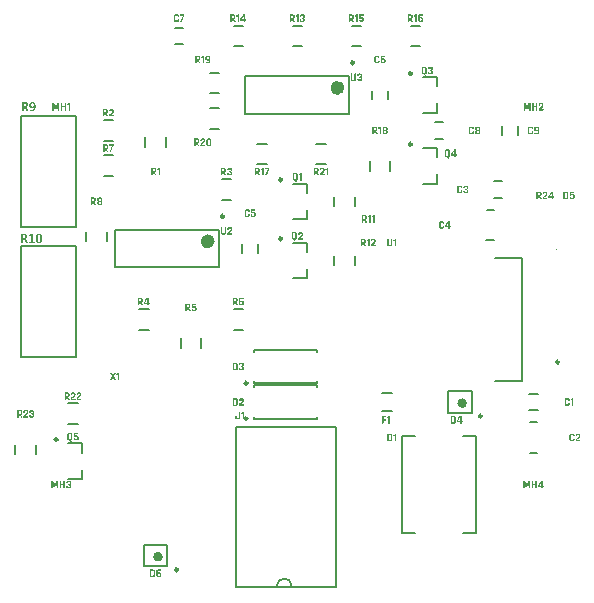
<source format=gto>
G04*
G04 #@! TF.GenerationSoftware,Altium Limited,Altium Designer,23.9.2 (47)*
G04*
G04 Layer_Color=65535*
%FSLAX44Y44*%
%MOMM*%
G71*
G04*
G04 #@! TF.SameCoordinates,8776A3A0-EF5A-4BC1-B825-7BE02FDD750C*
G04*
G04*
G04 #@! TF.FilePolarity,Positive*
G04*
G01*
G75*
%ADD10C,0.2500*%
%ADD11C,0.6000*%
%ADD12C,0.4000*%
%ADD13C,0.1000*%
%ADD14C,0.2000*%
G36*
X25770Y352403D02*
X25797D01*
X25853Y352389D01*
X25922Y352375D01*
X25992Y352361D01*
X26005D01*
X26033Y352347D01*
X26061Y352334D01*
X26089Y352306D01*
X26102Y352292D01*
X26116Y352223D01*
Y345829D01*
X27392D01*
X27434Y345815D01*
X27462Y345788D01*
X27476D01*
X27489Y345760D01*
X27517Y345732D01*
X27545Y345677D01*
Y345663D01*
X27559Y345621D01*
X27573Y345566D01*
X27587Y345483D01*
Y345469D01*
X27600Y345413D01*
X27614Y345316D01*
Y345205D01*
Y345191D01*
Y345177D01*
Y345108D01*
X27600Y345011D01*
X27587Y344914D01*
Y344900D01*
X27573Y344845D01*
X27559Y344789D01*
X27531Y344734D01*
Y344720D01*
X27517Y344692D01*
X27489Y344664D01*
X27462Y344637D01*
X27434Y344623D01*
X27365Y344609D01*
X23065D01*
X23010Y344637D01*
X22982Y344664D01*
X22954Y344692D01*
X22927Y344734D01*
Y344748D01*
X22913Y344789D01*
X22899Y344845D01*
X22885Y344914D01*
Y344942D01*
Y344997D01*
X22871Y345094D01*
Y345205D01*
Y345219D01*
Y345233D01*
Y345302D01*
Y345399D01*
X22885Y345483D01*
Y345510D01*
X22899Y345552D01*
X22913Y345621D01*
X22927Y345677D01*
Y345691D01*
X22940Y345718D01*
X22968Y345760D01*
X22996Y345788D01*
X23010Y345802D01*
X23024Y345815D01*
X23052Y345829D01*
X24549D01*
Y350877D01*
X23301Y350184D01*
X23273Y350170D01*
X23218Y350142D01*
X23149Y350115D01*
X23065Y350101D01*
X22968D01*
X22927Y350129D01*
Y350142D01*
X22899Y350170D01*
X22885Y350226D01*
X22871Y350309D01*
Y350336D01*
Y350406D01*
X22857Y350503D01*
Y350656D01*
Y350669D01*
Y350683D01*
Y350739D01*
Y350822D01*
Y350891D01*
Y350905D01*
Y350947D01*
X22885Y351058D01*
Y351072D01*
X22899Y351099D01*
X22954Y351169D01*
X22968Y351183D01*
X22982Y351196D01*
X23065Y351252D01*
X24730Y352334D01*
X24743Y352347D01*
X24799Y352375D01*
X24813D01*
X24841Y352389D01*
X24938D01*
X24979Y352403D01*
X25132D01*
X25187Y352417D01*
X25659D01*
X25770Y352403D01*
D02*
G37*
G36*
X18877Y352347D02*
X18919D01*
X19002Y352334D01*
X19113Y352320D01*
X19238Y352306D01*
X19265D01*
X19321Y352292D01*
X19404Y352278D01*
X19515Y352264D01*
X19654Y352223D01*
X19792Y352195D01*
X20084Y352084D01*
X20097Y352070D01*
X20153Y352056D01*
X20222Y352015D01*
X20306Y351973D01*
X20514Y351834D01*
X20722Y351654D01*
X20735Y351640D01*
X20763Y351612D01*
X20819Y351557D01*
X20874Y351488D01*
X20930Y351390D01*
X20999Y351293D01*
X21124Y351044D01*
Y351030D01*
X21151Y350975D01*
X21165Y350905D01*
X21193Y350808D01*
X21221Y350683D01*
X21235Y350545D01*
X21263Y350392D01*
Y350226D01*
Y350212D01*
Y350156D01*
Y350087D01*
X21249Y349990D01*
X21235Y349879D01*
X21221Y349754D01*
X21151Y349504D01*
Y349491D01*
X21138Y349449D01*
X21110Y349394D01*
X21082Y349310D01*
X20985Y349130D01*
X20860Y348936D01*
X20846Y348922D01*
X20833Y348894D01*
X20791Y348853D01*
X20735Y348783D01*
X20583Y348645D01*
X20389Y348492D01*
X20375Y348478D01*
X20347Y348464D01*
X20278Y348423D01*
X20208Y348395D01*
X20111Y348340D01*
X20000Y348298D01*
X19751Y348201D01*
X19765D01*
X19778Y348187D01*
X19862Y348145D01*
X19973Y348076D01*
X20084Y347993D01*
X20097D01*
X20111Y347979D01*
X20181Y347910D01*
X20264Y347826D01*
X20361Y347701D01*
Y347688D01*
X20389Y347674D01*
X20444Y347591D01*
X20527Y347466D01*
X20611Y347313D01*
Y347299D01*
X20638Y347272D01*
X20652Y347230D01*
X20694Y347174D01*
X20763Y347022D01*
X20860Y346828D01*
X21512Y345302D01*
Y345288D01*
X21526Y345261D01*
X21554Y345177D01*
X21595Y345053D01*
X21623Y344956D01*
X21637Y344942D01*
X21651Y344900D01*
X21665Y344845D01*
Y344803D01*
Y344789D01*
Y344761D01*
X21637Y344692D01*
X21609Y344664D01*
X21568Y344650D01*
X21512Y344623D01*
X21498D01*
X21443Y344609D01*
X21360Y344595D01*
X21249Y344581D01*
X21124D01*
X20985Y344567D01*
X20500D01*
X20375Y344581D01*
X20347D01*
X20292Y344595D01*
X20222Y344609D01*
X20139Y344623D01*
X20125D01*
X20097Y344637D01*
X20056Y344664D01*
X20014Y344692D01*
Y344706D01*
X20000Y344734D01*
X19987Y344775D01*
X19973Y344831D01*
X19265Y346550D01*
Y346564D01*
X19238Y346606D01*
X19224Y346661D01*
X19182Y346731D01*
X19113Y346897D01*
X19016Y347064D01*
Y347077D01*
X19002Y347105D01*
X18974Y347147D01*
X18946Y347202D01*
X18863Y347327D01*
X18752Y347452D01*
Y347466D01*
X18724Y347480D01*
X18655Y347535D01*
X18558Y347618D01*
X18419Y347688D01*
X18406D01*
X18392Y347701D01*
X18350Y347715D01*
X18295Y347729D01*
X18156Y347757D01*
X17976Y347771D01*
X17490D01*
Y344817D01*
Y344803D01*
Y344775D01*
X17476Y344734D01*
X17449Y344692D01*
X17435D01*
X17421Y344664D01*
X17379Y344650D01*
X17310Y344623D01*
X17296D01*
X17255Y344609D01*
X17171D01*
X17074Y344595D01*
X17047D01*
X16963Y344581D01*
X16852Y344567D01*
X16561D01*
X16436Y344581D01*
X16311Y344595D01*
X16284D01*
X16228Y344609D01*
X16145D01*
X16062Y344623D01*
X16048D01*
X16020Y344637D01*
X15979Y344664D01*
X15937Y344692D01*
Y344706D01*
X15923Y344734D01*
X15909Y344817D01*
Y351862D01*
Y351876D01*
Y351904D01*
X15923Y351945D01*
Y352015D01*
X15965Y352126D01*
X15992Y352195D01*
X16034Y352237D01*
X16062Y352250D01*
X16131Y352306D01*
X16228Y352347D01*
X16367Y352361D01*
X18724D01*
X18877Y352347D01*
D02*
G37*
G36*
X31664Y352486D02*
X31844Y352472D01*
X32052Y352431D01*
X32274Y352389D01*
X32496Y352320D01*
X32704Y352223D01*
X32732Y352209D01*
X32787Y352167D01*
X32884Y352112D01*
X33009Y352015D01*
X33134Y351904D01*
X33273Y351779D01*
X33411Y351612D01*
X33536Y351432D01*
X33550Y351404D01*
X33591Y351335D01*
X33633Y351238D01*
X33702Y351085D01*
X33772Y350905D01*
X33841Y350683D01*
X33910Y350448D01*
X33966Y350184D01*
Y350170D01*
Y350156D01*
X33980Y350115D01*
Y350059D01*
X33994Y349990D01*
X34007Y349907D01*
X34035Y349699D01*
X34049Y349449D01*
X34077Y349172D01*
X34091Y348853D01*
Y348506D01*
Y348492D01*
Y348464D01*
Y348409D01*
Y348353D01*
Y348270D01*
X34077Y348173D01*
Y347951D01*
X34049Y347688D01*
X34021Y347410D01*
X33994Y347119D01*
X33938Y346828D01*
Y346814D01*
Y346800D01*
X33924Y346758D01*
X33910Y346703D01*
X33869Y346564D01*
X33813Y346384D01*
X33744Y346190D01*
X33661Y345968D01*
X33564Y345760D01*
X33439Y345552D01*
X33425Y345524D01*
X33383Y345469D01*
X33300Y345372D01*
X33203Y345261D01*
X33078Y345122D01*
X32926Y344997D01*
X32759Y344859D01*
X32565Y344748D01*
X32538Y344734D01*
X32468Y344706D01*
X32357Y344664D01*
X32191Y344609D01*
X31997Y344553D01*
X31775Y344512D01*
X31525Y344484D01*
X31234Y344470D01*
X31109D01*
X30956Y344484D01*
X30776Y344498D01*
X30568Y344539D01*
X30346Y344581D01*
X30124Y344650D01*
X29916Y344734D01*
X29889Y344748D01*
X29833Y344789D01*
X29736Y344845D01*
X29611Y344942D01*
X29486Y345053D01*
X29348Y345191D01*
X29209Y345344D01*
X29084Y345524D01*
X29070Y345552D01*
X29029Y345621D01*
X28987Y345732D01*
X28918Y345871D01*
X28849Y346051D01*
X28779Y346273D01*
X28710Y346509D01*
X28654Y346772D01*
Y346786D01*
Y346800D01*
X28640Y346842D01*
Y346897D01*
X28627Y346967D01*
Y347050D01*
X28599Y347258D01*
X28585Y347507D01*
X28557Y347785D01*
X28543Y348104D01*
Y348450D01*
Y348464D01*
Y348492D01*
Y348534D01*
Y348603D01*
Y348686D01*
X28557Y348783D01*
Y349005D01*
X28585Y349255D01*
X28613Y349546D01*
X28640Y349823D01*
X28696Y350115D01*
Y350129D01*
X28710Y350142D01*
Y350184D01*
X28724Y350239D01*
X28765Y350378D01*
X28821Y350558D01*
X28876Y350766D01*
X28959Y350975D01*
X29070Y351196D01*
X29181Y351404D01*
X29195Y351432D01*
X29237Y351488D01*
X29320Y351585D01*
X29417Y351710D01*
X29542Y351834D01*
X29694Y351973D01*
X29861Y352098D01*
X30055Y352209D01*
X30083Y352223D01*
X30152Y352250D01*
X30277Y352306D01*
X30429Y352361D01*
X30624Y352403D01*
X30845Y352458D01*
X31109Y352486D01*
X31386Y352500D01*
X31525D01*
X31664Y352486D01*
D02*
G37*
G36*
X26092Y464001D02*
X26244Y463987D01*
X26397Y463959D01*
X26716Y463876D01*
X26730D01*
X26785Y463848D01*
X26855Y463821D01*
X26952Y463779D01*
X27174Y463668D01*
X27409Y463516D01*
X27423Y463502D01*
X27465Y463474D01*
X27506Y463432D01*
X27576Y463363D01*
X27659Y463280D01*
X27742Y463183D01*
X27895Y462961D01*
X27909Y462947D01*
X27923Y462905D01*
X27964Y462836D01*
X28006Y462739D01*
X28061Y462628D01*
X28103Y462503D01*
X28200Y462212D01*
Y462198D01*
X28214Y462143D01*
X28242Y462060D01*
X28255Y461949D01*
X28283Y461824D01*
X28311Y461671D01*
X28339Y461519D01*
X28352Y461338D01*
Y461311D01*
X28366Y461255D01*
Y461158D01*
X28380Y461033D01*
X28394Y460895D01*
Y460728D01*
X28408Y460548D01*
Y460354D01*
Y460326D01*
Y460270D01*
Y460173D01*
Y460048D01*
X28394Y459896D01*
X28380Y459730D01*
X28352Y459355D01*
Y459327D01*
X28339Y459272D01*
Y459175D01*
X28311Y459050D01*
X28297Y458898D01*
X28255Y458731D01*
X28172Y458371D01*
Y458343D01*
X28144Y458287D01*
X28117Y458190D01*
X28075Y458079D01*
X28020Y457927D01*
X27950Y457774D01*
X27798Y457441D01*
X27784Y457427D01*
X27756Y457372D01*
X27701Y457289D01*
X27631Y457192D01*
X27548Y457067D01*
X27437Y456942D01*
X27326Y456803D01*
X27188Y456679D01*
X27174Y456665D01*
X27118Y456623D01*
X27035Y456568D01*
X26938Y456498D01*
X26799Y456415D01*
X26647Y456332D01*
X26466Y456249D01*
X26272Y456165D01*
X26244Y456152D01*
X26175Y456138D01*
X26064Y456110D01*
X25912Y456082D01*
X25731Y456041D01*
X25523Y456013D01*
X25274Y455999D01*
X25010Y455985D01*
X24844D01*
X24677Y455999D01*
X24497Y456027D01*
X24483D01*
X24455Y456041D01*
X24400D01*
X24344Y456054D01*
X24192Y456082D01*
X24025Y456124D01*
X24012D01*
X23998Y456138D01*
X23901Y456152D01*
X23790Y456179D01*
X23665Y456221D01*
X23637Y456235D01*
X23582Y456263D01*
X23512Y456290D01*
X23457Y456332D01*
X23443Y456346D01*
X23429Y456387D01*
X23402Y456443D01*
X23374Y456526D01*
Y456554D01*
X23360Y456609D01*
X23346Y456720D01*
Y456859D01*
Y456873D01*
Y456900D01*
Y456984D01*
Y457081D01*
Y457178D01*
Y457206D01*
X23360Y457247D01*
X23374Y457303D01*
X23388Y457358D01*
Y457372D01*
X23402Y457400D01*
X23429Y457427D01*
X23443Y457441D01*
X23457D01*
X23471Y457455D01*
X23540Y457469D01*
X23596D01*
X23651Y457455D01*
X23734Y457427D01*
X23762D01*
X23831Y457400D01*
X23928Y457372D01*
X24067Y457330D01*
X24095D01*
X24137Y457317D01*
X24192Y457303D01*
X24331Y457275D01*
X24497Y457247D01*
X24539D01*
X24594Y457233D01*
X24650D01*
X24816Y457219D01*
X25024Y457206D01*
X25107D01*
X25204Y457219D01*
X25315Y457233D01*
X25454Y457247D01*
X25593Y457275D01*
X25731Y457317D01*
X25870Y457372D01*
X25884Y457386D01*
X25926Y457400D01*
X25995Y457441D01*
X26078Y457497D01*
X26161Y457566D01*
X26258Y457649D01*
X26439Y457857D01*
X26453Y457871D01*
X26480Y457913D01*
X26508Y457982D01*
X26563Y458065D01*
X26619Y458162D01*
X26660Y458287D01*
X26716Y458426D01*
X26758Y458565D01*
Y458578D01*
X26772Y458634D01*
X26785Y458717D01*
X26813Y458828D01*
X26827Y458953D01*
X26841Y459092D01*
X26869Y459411D01*
X26855Y459397D01*
X26813Y459383D01*
X26758Y459341D01*
X26688Y459300D01*
X26591Y459258D01*
X26466Y459203D01*
X26342Y459161D01*
X26203Y459105D01*
X26189D01*
X26133Y459092D01*
X26050Y459064D01*
X25953Y459050D01*
X25815Y459022D01*
X25662Y458994D01*
X25496Y458981D01*
X25218D01*
X25093Y458994D01*
X24955D01*
X24788Y459022D01*
X24608Y459050D01*
X24428Y459078D01*
X24261Y459133D01*
X24247Y459147D01*
X24192Y459161D01*
X24109Y459203D01*
X24012Y459258D01*
X23901Y459327D01*
X23776Y459397D01*
X23665Y459494D01*
X23554Y459605D01*
X23540Y459619D01*
X23512Y459660D01*
X23471Y459730D01*
X23402Y459813D01*
X23346Y459924D01*
X23277Y460048D01*
X23221Y460187D01*
X23166Y460340D01*
Y460354D01*
X23152Y460423D01*
X23138Y460506D01*
X23110Y460631D01*
X23096Y460784D01*
X23069Y460950D01*
X23055Y461130D01*
Y461338D01*
Y461366D01*
Y461435D01*
X23069Y461546D01*
X23082Y461685D01*
X23096Y461851D01*
X23124Y462032D01*
X23166Y462226D01*
X23221Y462406D01*
X23235Y462434D01*
X23249Y462489D01*
X23291Y462573D01*
X23360Y462697D01*
X23429Y462822D01*
X23512Y462975D01*
X23623Y463114D01*
X23734Y463252D01*
X23748Y463266D01*
X23804Y463308D01*
X23873Y463377D01*
X23970Y463460D01*
X24095Y463543D01*
X24234Y463640D01*
X24400Y463724D01*
X24580Y463807D01*
X24608Y463821D01*
X24677Y463835D01*
X24774Y463876D01*
X24927Y463918D01*
X25093Y463946D01*
X25301Y463987D01*
X25523Y464001D01*
X25773Y464015D01*
X25967D01*
X26092Y464001D01*
D02*
G37*
G36*
X19560Y463862D02*
X19602D01*
X19685Y463848D01*
X19796Y463835D01*
X19921Y463821D01*
X19948D01*
X20004Y463807D01*
X20087Y463793D01*
X20198Y463779D01*
X20336Y463737D01*
X20475Y463710D01*
X20766Y463599D01*
X20780Y463585D01*
X20836Y463571D01*
X20905Y463530D01*
X20988Y463488D01*
X21196Y463349D01*
X21404Y463169D01*
X21418Y463155D01*
X21446Y463127D01*
X21502Y463072D01*
X21557Y463003D01*
X21612Y462905D01*
X21682Y462808D01*
X21807Y462559D01*
Y462545D01*
X21834Y462489D01*
X21848Y462420D01*
X21876Y462323D01*
X21904Y462198D01*
X21918Y462060D01*
X21945Y461907D01*
Y461740D01*
Y461727D01*
Y461671D01*
Y461602D01*
X21931Y461505D01*
X21918Y461394D01*
X21904Y461269D01*
X21834Y461019D01*
Y461006D01*
X21820Y460964D01*
X21793Y460908D01*
X21765Y460825D01*
X21668Y460645D01*
X21543Y460451D01*
X21529Y460437D01*
X21515Y460409D01*
X21474Y460368D01*
X21418Y460298D01*
X21266Y460159D01*
X21072Y460007D01*
X21058Y459993D01*
X21030Y459979D01*
X20961Y459938D01*
X20891Y459910D01*
X20794Y459854D01*
X20683Y459813D01*
X20434Y459716D01*
X20447D01*
X20461Y459702D01*
X20545Y459660D01*
X20656Y459591D01*
X20766Y459508D01*
X20780D01*
X20794Y459494D01*
X20863Y459425D01*
X20947Y459341D01*
X21044Y459216D01*
Y459203D01*
X21072Y459189D01*
X21127Y459105D01*
X21210Y458981D01*
X21293Y458828D01*
Y458814D01*
X21321Y458787D01*
X21335Y458745D01*
X21377Y458689D01*
X21446Y458537D01*
X21543Y458343D01*
X22195Y456817D01*
Y456803D01*
X22209Y456776D01*
X22236Y456692D01*
X22278Y456568D01*
X22306Y456470D01*
X22320Y456457D01*
X22334Y456415D01*
X22348Y456359D01*
Y456318D01*
Y456304D01*
Y456276D01*
X22320Y456207D01*
X22292Y456179D01*
X22250Y456165D01*
X22195Y456138D01*
X22181D01*
X22126Y456124D01*
X22042Y456110D01*
X21931Y456096D01*
X21807D01*
X21668Y456082D01*
X21182D01*
X21058Y456096D01*
X21030D01*
X20975Y456110D01*
X20905Y456124D01*
X20822Y456138D01*
X20808D01*
X20780Y456152D01*
X20739Y456179D01*
X20697Y456207D01*
Y456221D01*
X20683Y456249D01*
X20669Y456290D01*
X20656Y456346D01*
X19948Y458065D01*
Y458079D01*
X19921Y458121D01*
X19907Y458176D01*
X19865Y458246D01*
X19796Y458412D01*
X19699Y458578D01*
Y458592D01*
X19685Y458620D01*
X19657Y458662D01*
X19629Y458717D01*
X19546Y458842D01*
X19435Y458967D01*
Y458981D01*
X19407Y458994D01*
X19338Y459050D01*
X19241Y459133D01*
X19102Y459203D01*
X19088D01*
X19074Y459216D01*
X19033Y459230D01*
X18977Y459244D01*
X18839Y459272D01*
X18658Y459286D01*
X18173D01*
Y456332D01*
Y456318D01*
Y456290D01*
X18159Y456249D01*
X18132Y456207D01*
X18118D01*
X18104Y456179D01*
X18062Y456165D01*
X17993Y456138D01*
X17979D01*
X17937Y456124D01*
X17854D01*
X17757Y456110D01*
X17729D01*
X17646Y456096D01*
X17535Y456082D01*
X17244D01*
X17119Y456096D01*
X16994Y456110D01*
X16967D01*
X16911Y456124D01*
X16828D01*
X16745Y456138D01*
X16731D01*
X16703Y456152D01*
X16661Y456179D01*
X16620Y456207D01*
Y456221D01*
X16606Y456249D01*
X16592Y456332D01*
Y463377D01*
Y463391D01*
Y463419D01*
X16606Y463460D01*
Y463530D01*
X16647Y463640D01*
X16675Y463710D01*
X16717Y463751D01*
X16745Y463765D01*
X16814Y463821D01*
X16911Y463862D01*
X17050Y463876D01*
X19407D01*
X19560Y463862D01*
D02*
G37*
G36*
X466317Y388190D02*
X466400Y388162D01*
X466483Y388106D01*
X466497Y388093D01*
X466539Y388037D01*
X466581Y387954D01*
X466594Y387843D01*
Y384057D01*
X467343D01*
X467413Y384029D01*
X467482Y383974D01*
X467496Y383932D01*
X467510Y383863D01*
Y383183D01*
Y383169D01*
Y383156D01*
X467482Y383072D01*
X467426Y383003D01*
X467385Y382975D01*
X467316Y382961D01*
X466594D01*
Y382004D01*
Y381991D01*
Y381935D01*
X466581Y381880D01*
X466553Y381838D01*
X466539D01*
X466525Y381824D01*
X466470Y381810D01*
X466400Y381796D01*
X465596D01*
X465513Y381824D01*
X465471Y381852D01*
X465443Y381880D01*
X465416Y381935D01*
X465402Y382004D01*
Y382961D01*
X462905D01*
X462836Y382975D01*
X462753Y383003D01*
X462656Y383058D01*
X462642Y383072D01*
X462614Y383128D01*
X462573Y383211D01*
X462559Y383322D01*
Y383710D01*
Y383724D01*
Y383766D01*
Y383821D01*
X462573Y383890D01*
X462600Y384057D01*
X462656Y384210D01*
X464653Y387898D01*
Y387912D01*
X464667Y387926D01*
X464708Y387996D01*
X464764Y388079D01*
X464833Y388134D01*
X464847Y388148D01*
X464902Y388176D01*
X464972Y388190D01*
X465083Y388204D01*
X466248D01*
X466317Y388190D01*
D02*
G37*
G36*
X460423Y388176D02*
X460589Y388148D01*
X460797Y388106D01*
X460992Y388023D01*
X461186Y387926D01*
X461366Y387788D01*
X461380Y387774D01*
X461435Y387704D01*
X461505Y387621D01*
X461588Y387482D01*
X461657Y387316D01*
X461727Y387108D01*
X461782Y386872D01*
X461796Y386595D01*
Y386193D01*
Y386179D01*
Y386165D01*
Y386123D01*
X461782Y386068D01*
X461768Y385915D01*
X461727Y385735D01*
X461657Y385541D01*
X461546Y385319D01*
X461394Y385111D01*
X461311Y385000D01*
X461200Y384903D01*
X459314Y383308D01*
X459300Y383294D01*
X459258Y383239D01*
X459216Y383156D01*
X459203Y383072D01*
Y382906D01*
X461616D01*
X461699Y382878D01*
X461727Y382850D01*
X461768Y382823D01*
X461782Y382767D01*
X461796Y382698D01*
Y382004D01*
Y381991D01*
Y381977D01*
X461768Y381907D01*
X461740Y381866D01*
X461713Y381824D01*
X461657Y381810D01*
X461588Y381796D01*
X457954D01*
X457885Y381824D01*
X457844Y381852D01*
X457802Y381880D01*
X457788Y381935D01*
X457774Y382004D01*
Y382948D01*
Y382975D01*
X457788Y383045D01*
X457802Y383156D01*
X457844Y383280D01*
X457899Y383433D01*
X457982Y383599D01*
X458107Y383766D01*
X458273Y383918D01*
X460104Y385471D01*
X460118Y385485D01*
X460173Y385541D01*
X460243Y385610D01*
X460340Y385707D01*
X460423Y385832D01*
X460492Y385971D01*
X460548Y386123D01*
X460562Y386276D01*
Y386567D01*
Y386581D01*
Y386623D01*
X460548Y386678D01*
Y386747D01*
X460492Y386886D01*
X460465Y386955D01*
X460409Y387011D01*
X460381Y387039D01*
X460354Y387052D01*
X460298Y387080D01*
X460229Y387108D01*
X460146Y387122D01*
X460048Y387150D01*
X459480D01*
X459411Y387136D01*
X459258Y387094D01*
X459189Y387052D01*
X459133Y387011D01*
X459119Y386983D01*
X459092Y386955D01*
X459078Y386914D01*
X459050Y386844D01*
X459022Y386775D01*
X459008Y386678D01*
Y386567D01*
Y386248D01*
Y386234D01*
Y386220D01*
X458981Y386151D01*
X458953Y386110D01*
X458925Y386068D01*
X458870Y386054D01*
X458800Y386040D01*
X457927D01*
X457844Y386068D01*
X457802Y386096D01*
X457774Y386123D01*
X457746Y386179D01*
X457733Y386248D01*
Y386595D01*
Y386609D01*
Y386623D01*
Y386664D01*
X457746Y386720D01*
X457760Y386858D01*
X457788Y387039D01*
X457844Y387233D01*
X457913Y387427D01*
X458024Y387621D01*
X458162Y387788D01*
X458176Y387801D01*
X458246Y387857D01*
X458343Y387926D01*
X458481Y387996D01*
X458648Y388079D01*
X458856Y388134D01*
X459105Y388190D01*
X459383Y388204D01*
X460270D01*
X460423Y388176D01*
D02*
G37*
G36*
X455347D02*
X455527Y388148D01*
X455722Y388093D01*
X455916Y388023D01*
X456110Y387912D01*
X456290Y387774D01*
X456304Y387760D01*
X456359Y387691D01*
X456429Y387607D01*
X456512Y387469D01*
X456595Y387302D01*
X456665Y387094D01*
X456720Y386844D01*
X456734Y386567D01*
Y385790D01*
Y385777D01*
Y385735D01*
Y385680D01*
X456720Y385610D01*
X456706Y385513D01*
X456692Y385416D01*
X456623Y385180D01*
X456512Y384931D01*
X456443Y384806D01*
X456359Y384681D01*
X456263Y384570D01*
X456138Y384459D01*
X455999Y384376D01*
X455846Y384293D01*
Y384251D01*
X456914Y382032D01*
Y382018D01*
X456928Y381991D01*
Y381921D01*
X456914Y381866D01*
X456886Y381838D01*
X456831Y381810D01*
X456748Y381796D01*
X455846D01*
X455763Y381810D01*
X455680Y381824D01*
X455666Y381838D01*
X455638Y381866D01*
X455597Y381921D01*
X455555Y382004D01*
X454557Y384154D01*
X453863D01*
X453822Y384140D01*
X453780Y384112D01*
X453766Y384043D01*
Y382004D01*
Y381991D01*
Y381977D01*
X453738Y381907D01*
X453711Y381866D01*
X453683Y381824D01*
X453628Y381810D01*
X453558Y381796D01*
X452671D01*
X452601Y381824D01*
X452560Y381852D01*
X452518Y381880D01*
X452504Y381935D01*
X452490Y382004D01*
Y387996D01*
Y388009D01*
Y388023D01*
X452518Y388106D01*
X452546Y388134D01*
X452574Y388176D01*
X452629Y388190D01*
X452698Y388204D01*
X455209D01*
X455347Y388176D01*
D02*
G37*
G36*
X484466D02*
X484493Y388148D01*
X484535Y388120D01*
X484549Y388065D01*
X484563Y387996D01*
Y387247D01*
Y387233D01*
Y387219D01*
X484535Y387150D01*
X484507Y387108D01*
X484479Y387066D01*
X484424Y387052D01*
X484355Y387039D01*
X481942D01*
Y385569D01*
X481955Y385596D01*
X481983Y385652D01*
X482025Y385721D01*
X482108Y385818D01*
X482219Y385915D01*
X482358Y385985D01*
X482552Y386040D01*
X482774Y386068D01*
X483273D01*
X483342Y386054D01*
X483439Y386040D01*
X483564Y386026D01*
X483689Y385985D01*
X483828Y385943D01*
X483980Y385874D01*
X484119Y385790D01*
X484258Y385693D01*
X484382Y385569D01*
X484507Y385416D01*
X484604Y385236D01*
X484674Y385028D01*
X484729Y384792D01*
X484743Y384515D01*
Y383419D01*
Y383405D01*
Y383391D01*
Y383350D01*
Y383294D01*
X484715Y383156D01*
X484688Y382975D01*
X484632Y382781D01*
X484563Y382587D01*
X484452Y382393D01*
X484313Y382212D01*
X484299Y382199D01*
X484230Y382143D01*
X484133Y382088D01*
X484008Y382004D01*
X483828Y381935D01*
X483620Y381866D01*
X483384Y381810D01*
X483106Y381796D01*
X482164D01*
X482108Y381810D01*
X481955Y381824D01*
X481789Y381852D01*
X481581Y381894D01*
X481387Y381977D01*
X481193Y382074D01*
X481012Y382212D01*
X480998Y382226D01*
X480943Y382296D01*
X480874Y382393D01*
X480804Y382518D01*
X480721Y382684D01*
X480652Y382892D01*
X480596Y383142D01*
X480583Y383419D01*
Y383613D01*
Y383627D01*
Y383655D01*
X480610Y383724D01*
X480638Y383766D01*
X480666Y383807D01*
X480721Y383821D01*
X480790Y383835D01*
X481664D01*
X481747Y383807D01*
X481775Y383780D01*
X481817Y383738D01*
X481831Y383683D01*
X481844Y383613D01*
Y383433D01*
Y383419D01*
Y383377D01*
X481858Y383322D01*
Y383253D01*
X481900Y383100D01*
X481942Y383031D01*
X481983Y382975D01*
X482011Y382961D01*
X482039Y382934D01*
X482094Y382920D01*
X482150Y382892D01*
X482233Y382864D01*
X482316Y382850D01*
X482954D01*
X483009Y382864D01*
X483079D01*
X483231Y382906D01*
X483301Y382934D01*
X483370Y382975D01*
X483384Y382989D01*
X483398Y383003D01*
X483425Y383031D01*
X483453Y383086D01*
X483481Y383142D01*
X483495Y383225D01*
X483523Y383322D01*
Y383433D01*
Y384320D01*
Y384334D01*
Y384390D01*
X483509Y384459D01*
Y384556D01*
X483453Y384750D01*
X483425Y384834D01*
X483370Y384903D01*
Y384917D01*
X483342Y384931D01*
X483301Y384958D01*
X483259Y384986D01*
X483190Y385014D01*
X483093Y385028D01*
X482982Y385056D01*
X482344D01*
X482302Y385042D01*
X482247Y385028D01*
X482177Y385000D01*
X482122Y384972D01*
X482052Y384917D01*
X481997Y384847D01*
Y384834D01*
X481969Y384820D01*
X481914Y384750D01*
X481817Y384667D01*
X481761Y384653D01*
X481706Y384639D01*
X480860D01*
X480777Y384667D01*
X480707Y384723D01*
X480680Y384764D01*
X480666Y384834D01*
Y387996D01*
Y388009D01*
Y388023D01*
X480693Y388106D01*
X480721Y388134D01*
X480763Y388176D01*
X480818Y388190D01*
X480888Y388204D01*
X484382D01*
X484466Y388176D01*
D02*
G37*
G36*
X478197D02*
X478377Y388148D01*
X478572Y388093D01*
X478766Y388023D01*
X478960Y387912D01*
X479140Y387774D01*
X479154Y387760D01*
X479210Y387691D01*
X479279Y387607D01*
X479362Y387469D01*
X479445Y387302D01*
X479515Y387094D01*
X479570Y386858D01*
X479584Y386581D01*
Y383419D01*
Y383405D01*
Y383391D01*
Y383350D01*
Y383294D01*
X479556Y383156D01*
X479529Y382975D01*
X479473Y382781D01*
X479404Y382587D01*
X479293Y382393D01*
X479140Y382212D01*
X479126Y382199D01*
X479057Y382143D01*
X478960Y382088D01*
X478835Y382004D01*
X478655Y381935D01*
X478447Y381866D01*
X478211Y381810D01*
X477934Y381796D01*
X475437D01*
X475368Y381824D01*
X475326Y381852D01*
X475285Y381880D01*
X475271Y381935D01*
X475257Y382004D01*
Y387996D01*
Y388009D01*
Y388023D01*
X475285Y388106D01*
X475312Y388134D01*
X475340Y388176D01*
X475396Y388190D01*
X475465Y388204D01*
X478058D01*
X478197Y388176D01*
D02*
G37*
G36*
X96260Y234890D02*
X96301Y234876D01*
X96343Y234834D01*
Y234820D01*
X96357Y234793D01*
Y234737D01*
X96343Y234682D01*
X94831Y231769D01*
X96385Y228718D01*
Y228704D01*
X96398Y228663D01*
Y228607D01*
X96385Y228552D01*
X96371Y228538D01*
X96357Y228524D01*
X96315Y228510D01*
X96246Y228496D01*
X95206D01*
X95123Y228524D01*
X95026Y228580D01*
X94984Y228621D01*
X94956Y228691D01*
X93958Y230840D01*
X93916D01*
X92917Y228691D01*
Y228677D01*
X92904Y228663D01*
X92848Y228594D01*
X92765Y228524D01*
X92696Y228510D01*
X92626Y228496D01*
X91628D01*
X91586Y228510D01*
X91531Y228524D01*
X91489Y228552D01*
Y228566D01*
X91475Y228594D01*
X91489Y228649D01*
X91503Y228704D01*
X93042Y231769D01*
X91545Y234696D01*
Y234709D01*
X91531Y234737D01*
Y234779D01*
X91545Y234834D01*
X91558Y234848D01*
X91572Y234876D01*
X91628Y234890D01*
X91683Y234904D01*
X92682D01*
X92779Y234876D01*
X92834Y234848D01*
X92890Y234820D01*
X92931Y234765D01*
X92973Y234696D01*
X93916Y232560D01*
X93958D01*
X94901Y234696D01*
Y234709D01*
X94915Y234723D01*
X94984Y234806D01*
X95081Y234876D01*
X95136Y234890D01*
X95220Y234904D01*
X96218D01*
X96260Y234890D01*
D02*
G37*
G36*
X99228Y234876D02*
X99255Y234848D01*
X99297Y234820D01*
X99311Y234765D01*
X99325Y234696D01*
Y228704D01*
Y228691D01*
Y228635D01*
X99311Y228580D01*
X99283Y228538D01*
X99269D01*
X99255Y228524D01*
X99200Y228510D01*
X99131Y228496D01*
X98243D01*
X98174Y228524D01*
X98132Y228552D01*
X98090Y228580D01*
X98077Y228635D01*
X98063Y228704D01*
Y233558D01*
X97078Y233004D01*
X97064D01*
X97050Y232990D01*
X96939D01*
X96898Y233018D01*
X96884Y233059D01*
X96870Y233128D01*
Y233947D01*
Y233960D01*
Y233974D01*
X96884Y234044D01*
X96939Y234127D01*
X96967Y234169D01*
X97023Y234196D01*
X97924Y234765D01*
X97938D01*
X97966Y234793D01*
X98007Y234806D01*
X98063Y234834D01*
X98188Y234876D01*
X98312Y234904D01*
X99144D01*
X99228Y234876D01*
D02*
G37*
G36*
X299515Y488176D02*
X299598Y488120D01*
X299612Y488079D01*
X299626Y488009D01*
Y483419D01*
Y483405D01*
Y483391D01*
Y483350D01*
Y483294D01*
X299598Y483156D01*
X299570Y482975D01*
X299515Y482781D01*
X299445Y482587D01*
X299334Y482393D01*
X299182Y482212D01*
X299168Y482199D01*
X299099Y482143D01*
X299002Y482088D01*
X298877Y482004D01*
X298696Y481935D01*
X298488Y481866D01*
X298253Y481810D01*
X297975Y481796D01*
X296810D01*
X296755Y481810D01*
X296602Y481824D01*
X296436Y481852D01*
X296228Y481894D01*
X296034Y481977D01*
X295840Y482074D01*
X295659Y482212D01*
X295645Y482226D01*
X295590Y482296D01*
X295520Y482393D01*
X295451Y482518D01*
X295368Y482684D01*
X295299Y482892D01*
X295243Y483142D01*
X295229Y483419D01*
Y487996D01*
Y488009D01*
Y488023D01*
X295257Y488106D01*
X295285Y488134D01*
X295312Y488176D01*
X295368Y488190D01*
X295437Y488204D01*
X296311D01*
X296394Y488176D01*
X296422Y488148D01*
X296464Y488120D01*
X296477Y488065D01*
X296491Y487996D01*
Y483475D01*
Y483461D01*
Y483419D01*
X296505Y483363D01*
Y483294D01*
X296547Y483142D01*
X296588Y483072D01*
X296630Y483017D01*
X296658Y483003D01*
X296686Y482975D01*
X296741Y482961D01*
X296796Y482934D01*
X296880Y482906D01*
X296963Y482892D01*
X297823D01*
X297878Y482906D01*
X297948D01*
X298086Y482948D01*
X298155Y482975D01*
X298211Y483017D01*
Y483031D01*
X298239Y483045D01*
X298253Y483072D01*
X298280Y483128D01*
X298308Y483183D01*
X298322Y483266D01*
X298350Y483363D01*
Y483475D01*
Y487996D01*
Y488009D01*
Y488023D01*
X298377Y488106D01*
X298405Y488134D01*
X298433Y488176D01*
X298488Y488190D01*
X298558Y488204D01*
X299445D01*
X299515Y488176D01*
D02*
G37*
G36*
X303398D02*
X303564Y488148D01*
X303772Y488106D01*
X303966Y488023D01*
X304160Y487926D01*
X304341Y487788D01*
X304355Y487774D01*
X304410Y487704D01*
X304480Y487621D01*
X304563Y487482D01*
X304632Y487316D01*
X304701Y487108D01*
X304757Y486872D01*
X304771Y486595D01*
Y486096D01*
Y486082D01*
Y486054D01*
Y486012D01*
X304757Y485957D01*
X304729Y485818D01*
X304674Y485638D01*
X304577Y485458D01*
X304521Y485361D01*
X304438Y485277D01*
X304341Y485194D01*
X304244Y485125D01*
X304119Y485056D01*
X303980Y485000D01*
X303994D01*
X304008Y484986D01*
X304050Y484972D01*
X304105Y484958D01*
X304230Y484903D01*
X304382Y484806D01*
X304521Y484667D01*
X304590Y484570D01*
X304646Y484473D01*
X304701Y484362D01*
X304743Y484223D01*
X304757Y484085D01*
X304771Y483918D01*
Y483405D01*
Y483391D01*
Y483377D01*
Y483336D01*
Y483280D01*
X304743Y483142D01*
X304715Y482961D01*
X304660Y482767D01*
X304590Y482573D01*
X304480Y482379D01*
X304341Y482212D01*
X304327Y482199D01*
X304258Y482143D01*
X304160Y482088D01*
X304022Y482004D01*
X303855Y481935D01*
X303647Y481866D01*
X303398Y481810D01*
X303120Y481796D01*
X302164D01*
X302108Y481810D01*
X301956Y481824D01*
X301789Y481852D01*
X301581Y481894D01*
X301387Y481977D01*
X301193Y482074D01*
X301012Y482212D01*
X300998Y482226D01*
X300943Y482296D01*
X300874Y482379D01*
X300804Y482518D01*
X300721Y482684D01*
X300652Y482892D01*
X300596Y483128D01*
X300583Y483405D01*
Y483683D01*
Y483696D01*
Y483724D01*
X300610Y483793D01*
X300638Y483835D01*
X300666Y483877D01*
X300721Y483890D01*
X300791Y483904D01*
X301678D01*
X301747Y483877D01*
X301789Y483849D01*
X301831Y483807D01*
X301845Y483752D01*
X301858Y483683D01*
Y483433D01*
Y483419D01*
Y483377D01*
X301872Y483322D01*
Y483253D01*
X301914Y483100D01*
X301942Y483031D01*
X301983Y482975D01*
X302011Y482961D01*
X302039Y482934D01*
X302080Y482920D01*
X302150Y482892D01*
X302219Y482864D01*
X302316Y482850D01*
X302968D01*
X303023Y482864D01*
X303093D01*
X303259Y482906D01*
X303328Y482934D01*
X303384Y482975D01*
X303398Y482989D01*
X303412Y483003D01*
X303439Y483031D01*
X303467Y483086D01*
X303495Y483142D01*
X303509Y483225D01*
X303536Y483322D01*
Y483433D01*
Y483918D01*
Y483932D01*
Y483974D01*
X303523Y484029D01*
Y484085D01*
X303467Y484237D01*
X303439Y484307D01*
X303384Y484362D01*
X303356Y484390D01*
X303328Y484404D01*
X303273Y484431D01*
X303204Y484459D01*
X303120Y484473D01*
X303023Y484501D01*
X302372D01*
X302302Y484529D01*
X302261Y484556D01*
X302219Y484584D01*
X302205Y484639D01*
X302191Y484709D01*
Y485305D01*
Y485319D01*
Y485347D01*
X302219Y485416D01*
X302247Y485458D01*
X302274Y485499D01*
X302330Y485513D01*
X302399Y485527D01*
X302968D01*
X303023Y485541D01*
X303093D01*
X303259Y485583D01*
X303328Y485610D01*
X303384Y485652D01*
X303398Y485666D01*
X303412Y485680D01*
X303439Y485707D01*
X303467Y485763D01*
X303495Y485818D01*
X303509Y485901D01*
X303536Y485998D01*
Y486110D01*
Y486567D01*
Y486581D01*
Y486623D01*
X303523Y486678D01*
Y486747D01*
X303467Y486886D01*
X303439Y486955D01*
X303384Y487011D01*
X303356Y487039D01*
X303328Y487052D01*
X303273Y487080D01*
X303204Y487108D01*
X303120Y487122D01*
X303023Y487150D01*
X302316D01*
X302247Y487136D01*
X302108Y487094D01*
X302039Y487052D01*
X301983Y487011D01*
X301969Y486983D01*
X301942Y486955D01*
X301928Y486914D01*
X301900Y486844D01*
X301872Y486775D01*
X301858Y486678D01*
Y486567D01*
Y486317D01*
Y486304D01*
Y486290D01*
X301831Y486220D01*
X301803Y486179D01*
X301761Y486137D01*
X301706Y486123D01*
X301637Y486110D01*
X300763D01*
X300693Y486137D01*
X300652Y486165D01*
X300610Y486193D01*
X300596Y486248D01*
X300583Y486317D01*
Y486595D01*
Y486609D01*
Y486623D01*
Y486664D01*
X300596Y486720D01*
X300610Y486858D01*
X300638Y487039D01*
X300693Y487233D01*
X300763Y487427D01*
X300874Y487621D01*
X301012Y487788D01*
X301026Y487801D01*
X301096Y487857D01*
X301193Y487926D01*
X301331Y487996D01*
X301498Y488079D01*
X301706Y488134D01*
X301956Y488190D01*
X302233Y488204D01*
X303245D01*
X303398Y488176D01*
D02*
G37*
G36*
X189549Y358176D02*
X189632Y358120D01*
X189646Y358079D01*
X189660Y358009D01*
Y353419D01*
Y353405D01*
Y353391D01*
Y353350D01*
Y353294D01*
X189632Y353156D01*
X189605Y352975D01*
X189549Y352781D01*
X189480Y352587D01*
X189369Y352393D01*
X189216Y352212D01*
X189203Y352199D01*
X189133Y352143D01*
X189036Y352088D01*
X188911Y352004D01*
X188731Y351935D01*
X188523Y351866D01*
X188287Y351810D01*
X188010Y351796D01*
X186845D01*
X186789Y351810D01*
X186637Y351824D01*
X186471Y351852D01*
X186262Y351894D01*
X186068Y351977D01*
X185874Y352074D01*
X185694Y352212D01*
X185680Y352226D01*
X185625Y352296D01*
X185555Y352393D01*
X185486Y352518D01*
X185403Y352684D01*
X185333Y352892D01*
X185278Y353142D01*
X185264Y353419D01*
Y357996D01*
Y358009D01*
Y358023D01*
X185292Y358106D01*
X185319Y358134D01*
X185347Y358176D01*
X185403Y358190D01*
X185472Y358204D01*
X186346D01*
X186429Y358176D01*
X186457Y358148D01*
X186498Y358120D01*
X186512Y358065D01*
X186526Y357996D01*
Y353475D01*
Y353461D01*
Y353419D01*
X186540Y353363D01*
Y353294D01*
X186581Y353142D01*
X186623Y353072D01*
X186665Y353017D01*
X186692Y353003D01*
X186720Y352975D01*
X186776Y352961D01*
X186831Y352934D01*
X186914Y352906D01*
X186998Y352892D01*
X187857D01*
X187913Y352906D01*
X187982D01*
X188121Y352948D01*
X188190Y352975D01*
X188246Y353017D01*
Y353031D01*
X188273Y353045D01*
X188287Y353072D01*
X188315Y353128D01*
X188343Y353183D01*
X188357Y353266D01*
X188384Y353363D01*
Y353475D01*
Y357996D01*
Y358009D01*
Y358023D01*
X188412Y358106D01*
X188440Y358134D01*
X188468Y358176D01*
X188523Y358190D01*
X188592Y358204D01*
X189480D01*
X189549Y358176D01*
D02*
G37*
G36*
X193363D02*
X193529Y358148D01*
X193738Y358106D01*
X193932Y358023D01*
X194126Y357926D01*
X194306Y357788D01*
X194320Y357774D01*
X194375Y357704D01*
X194445Y357621D01*
X194528Y357482D01*
X194597Y357316D01*
X194667Y357108D01*
X194722Y356872D01*
X194736Y356595D01*
Y356193D01*
Y356179D01*
Y356165D01*
Y356123D01*
X194722Y356068D01*
X194708Y355915D01*
X194667Y355735D01*
X194597Y355541D01*
X194486Y355319D01*
X194334Y355111D01*
X194251Y355000D01*
X194140Y354903D01*
X192254Y353308D01*
X192240Y353294D01*
X192198Y353239D01*
X192157Y353156D01*
X192143Y353072D01*
Y352906D01*
X194556D01*
X194639Y352878D01*
X194667Y352850D01*
X194708Y352823D01*
X194722Y352767D01*
X194736Y352698D01*
Y352004D01*
Y351991D01*
Y351977D01*
X194708Y351907D01*
X194681Y351866D01*
X194653Y351824D01*
X194597Y351810D01*
X194528Y351796D01*
X190895D01*
X190825Y351824D01*
X190784Y351852D01*
X190742Y351880D01*
X190728Y351935D01*
X190714Y352004D01*
Y352948D01*
Y352975D01*
X190728Y353045D01*
X190742Y353156D01*
X190784Y353280D01*
X190839Y353433D01*
X190922Y353599D01*
X191047Y353766D01*
X191213Y353918D01*
X193044Y355471D01*
X193058Y355485D01*
X193113Y355541D01*
X193183Y355610D01*
X193280Y355707D01*
X193363Y355832D01*
X193432Y355971D01*
X193488Y356123D01*
X193502Y356276D01*
Y356567D01*
Y356581D01*
Y356623D01*
X193488Y356678D01*
Y356747D01*
X193432Y356886D01*
X193405Y356955D01*
X193349Y357011D01*
X193321Y357039D01*
X193294Y357052D01*
X193238Y357080D01*
X193169Y357108D01*
X193086Y357122D01*
X192989Y357150D01*
X192420D01*
X192351Y357136D01*
X192198Y357094D01*
X192129Y357052D01*
X192073Y357011D01*
X192059Y356983D01*
X192032Y356955D01*
X192018Y356914D01*
X191990Y356844D01*
X191962Y356775D01*
X191949Y356678D01*
Y356567D01*
Y356248D01*
Y356234D01*
Y356220D01*
X191921Y356151D01*
X191893Y356110D01*
X191865Y356068D01*
X191810Y356054D01*
X191740Y356040D01*
X190867D01*
X190784Y356068D01*
X190742Y356096D01*
X190714Y356123D01*
X190686Y356179D01*
X190673Y356248D01*
Y356595D01*
Y356609D01*
Y356623D01*
Y356664D01*
X190686Y356720D01*
X190700Y356858D01*
X190728Y357039D01*
X190784Y357233D01*
X190853Y357427D01*
X190964Y357621D01*
X191103Y357788D01*
X191116Y357801D01*
X191186Y357857D01*
X191283Y357926D01*
X191422Y357996D01*
X191588Y358079D01*
X191796Y358134D01*
X192046Y358190D01*
X192323Y358204D01*
X193211D01*
X193363Y358176D01*
D02*
G37*
G36*
X330451Y348176D02*
X330534Y348120D01*
X330548Y348079D01*
X330562Y348009D01*
Y343419D01*
Y343405D01*
Y343391D01*
Y343350D01*
Y343294D01*
X330534Y343156D01*
X330506Y342975D01*
X330451Y342781D01*
X330381Y342587D01*
X330270Y342393D01*
X330118Y342212D01*
X330104Y342199D01*
X330035Y342143D01*
X329938Y342088D01*
X329813Y342004D01*
X329632Y341935D01*
X329425Y341866D01*
X329189Y341810D01*
X328911Y341796D01*
X327746D01*
X327691Y341810D01*
X327538Y341824D01*
X327372Y341852D01*
X327164Y341894D01*
X326970Y341977D01*
X326776Y342074D01*
X326595Y342212D01*
X326581Y342226D01*
X326526Y342296D01*
X326457Y342393D01*
X326387Y342518D01*
X326304Y342684D01*
X326235Y342892D01*
X326179Y343142D01*
X326165Y343419D01*
Y347996D01*
Y348009D01*
Y348023D01*
X326193Y348106D01*
X326221Y348134D01*
X326249Y348176D01*
X326304Y348190D01*
X326373Y348204D01*
X327247D01*
X327330Y348176D01*
X327358Y348148D01*
X327400Y348120D01*
X327413Y348065D01*
X327427Y347996D01*
Y343475D01*
Y343461D01*
Y343419D01*
X327441Y343363D01*
Y343294D01*
X327483Y343142D01*
X327524Y343072D01*
X327566Y343017D01*
X327594Y343003D01*
X327622Y342975D01*
X327677Y342961D01*
X327733Y342934D01*
X327816Y342906D01*
X327899Y342892D01*
X328759D01*
X328814Y342906D01*
X328884D01*
X329022Y342948D01*
X329092Y342975D01*
X329147Y343017D01*
Y343031D01*
X329175Y343045D01*
X329189Y343072D01*
X329216Y343128D01*
X329244Y343183D01*
X329258Y343266D01*
X329286Y343363D01*
Y343475D01*
Y347996D01*
Y348009D01*
Y348023D01*
X329314Y348106D01*
X329341Y348134D01*
X329369Y348176D01*
X329425Y348190D01*
X329494Y348204D01*
X330381D01*
X330451Y348176D01*
D02*
G37*
G36*
X333737D02*
X333765Y348148D01*
X333807Y348120D01*
X333821Y348065D01*
X333835Y347996D01*
Y342004D01*
Y341991D01*
Y341935D01*
X333821Y341880D01*
X333793Y341838D01*
X333779D01*
X333765Y341824D01*
X333710Y341810D01*
X333641Y341796D01*
X332753D01*
X332683Y341824D01*
X332642Y341852D01*
X332600Y341880D01*
X332587Y341935D01*
X332573Y342004D01*
Y346858D01*
X331588Y346304D01*
X331574D01*
X331560Y346290D01*
X331449D01*
X331408Y346317D01*
X331394Y346359D01*
X331380Y346428D01*
Y347247D01*
Y347261D01*
Y347274D01*
X331394Y347344D01*
X331449Y347427D01*
X331477Y347469D01*
X331533Y347496D01*
X332434Y348065D01*
X332448D01*
X332476Y348093D01*
X332517Y348106D01*
X332573Y348134D01*
X332697Y348176D01*
X332822Y348204D01*
X333654D01*
X333737Y348176D01*
D02*
G37*
G36*
X25776Y203176D02*
X25943Y203148D01*
X26151Y203106D01*
X26345Y203023D01*
X26539Y202926D01*
X26719Y202788D01*
X26733Y202774D01*
X26789Y202704D01*
X26858Y202621D01*
X26941Y202482D01*
X27011Y202316D01*
X27080Y202108D01*
X27135Y201872D01*
X27149Y201595D01*
Y201096D01*
Y201082D01*
Y201054D01*
Y201012D01*
X27135Y200957D01*
X27108Y200818D01*
X27052Y200638D01*
X26955Y200458D01*
X26899Y200361D01*
X26816Y200277D01*
X26719Y200194D01*
X26622Y200125D01*
X26497Y200056D01*
X26359Y200000D01*
X26372D01*
X26386Y199986D01*
X26428Y199972D01*
X26484Y199958D01*
X26608Y199903D01*
X26761Y199806D01*
X26899Y199667D01*
X26969Y199570D01*
X27024Y199473D01*
X27080Y199362D01*
X27121Y199223D01*
X27135Y199085D01*
X27149Y198918D01*
Y198405D01*
Y198391D01*
Y198377D01*
Y198336D01*
Y198280D01*
X27121Y198142D01*
X27094Y197961D01*
X27038Y197767D01*
X26969Y197573D01*
X26858Y197379D01*
X26719Y197213D01*
X26705Y197199D01*
X26636Y197143D01*
X26539Y197088D01*
X26400Y197004D01*
X26234Y196935D01*
X26026Y196866D01*
X25776Y196810D01*
X25499Y196796D01*
X24542D01*
X24486Y196810D01*
X24334Y196824D01*
X24167Y196852D01*
X23959Y196894D01*
X23765Y196977D01*
X23571Y197074D01*
X23391Y197213D01*
X23377Y197226D01*
X23321Y197296D01*
X23252Y197379D01*
X23183Y197518D01*
X23100Y197684D01*
X23030Y197892D01*
X22975Y198128D01*
X22961Y198405D01*
Y198682D01*
Y198696D01*
Y198724D01*
X22989Y198794D01*
X23016Y198835D01*
X23044Y198877D01*
X23100Y198890D01*
X23169Y198904D01*
X24056D01*
X24126Y198877D01*
X24167Y198849D01*
X24209Y198807D01*
X24223Y198752D01*
X24237Y198682D01*
Y198433D01*
Y198419D01*
Y198377D01*
X24251Y198322D01*
Y198253D01*
X24292Y198100D01*
X24320Y198031D01*
X24362Y197975D01*
X24389Y197961D01*
X24417Y197934D01*
X24459Y197920D01*
X24528Y197892D01*
X24597Y197864D01*
X24694Y197850D01*
X25346D01*
X25402Y197864D01*
X25471D01*
X25638Y197906D01*
X25707Y197934D01*
X25762Y197975D01*
X25776Y197989D01*
X25790Y198003D01*
X25818Y198031D01*
X25845Y198086D01*
X25873Y198142D01*
X25887Y198225D01*
X25915Y198322D01*
Y198433D01*
Y198918D01*
Y198932D01*
Y198974D01*
X25901Y199029D01*
Y199085D01*
X25845Y199237D01*
X25818Y199307D01*
X25762Y199362D01*
X25735Y199390D01*
X25707Y199404D01*
X25651Y199431D01*
X25582Y199459D01*
X25499Y199473D01*
X25402Y199501D01*
X24750D01*
X24681Y199529D01*
X24639Y199556D01*
X24597Y199584D01*
X24583Y199639D01*
X24570Y199709D01*
Y200305D01*
Y200319D01*
Y200347D01*
X24597Y200416D01*
X24625Y200458D01*
X24653Y200499D01*
X24708Y200513D01*
X24778Y200527D01*
X25346D01*
X25402Y200541D01*
X25471D01*
X25638Y200583D01*
X25707Y200610D01*
X25762Y200652D01*
X25776Y200666D01*
X25790Y200680D01*
X25818Y200707D01*
X25845Y200763D01*
X25873Y200818D01*
X25887Y200902D01*
X25915Y200998D01*
Y201110D01*
Y201567D01*
Y201581D01*
Y201623D01*
X25901Y201678D01*
Y201747D01*
X25845Y201886D01*
X25818Y201956D01*
X25762Y202011D01*
X25735Y202039D01*
X25707Y202052D01*
X25651Y202080D01*
X25582Y202108D01*
X25499Y202122D01*
X25402Y202150D01*
X24694D01*
X24625Y202136D01*
X24486Y202094D01*
X24417Y202052D01*
X24362Y202011D01*
X24348Y201983D01*
X24320Y201956D01*
X24306Y201914D01*
X24278Y201845D01*
X24251Y201775D01*
X24237Y201678D01*
Y201567D01*
Y201318D01*
Y201304D01*
Y201290D01*
X24209Y201220D01*
X24181Y201179D01*
X24140Y201137D01*
X24084Y201123D01*
X24015Y201110D01*
X23141D01*
X23072Y201137D01*
X23030Y201165D01*
X22989Y201193D01*
X22975Y201248D01*
X22961Y201318D01*
Y201595D01*
Y201609D01*
Y201623D01*
Y201664D01*
X22975Y201720D01*
X22989Y201858D01*
X23016Y202039D01*
X23072Y202233D01*
X23141Y202427D01*
X23252Y202621D01*
X23391Y202788D01*
X23405Y202801D01*
X23474Y202857D01*
X23571Y202926D01*
X23710Y202996D01*
X23876Y203079D01*
X24084Y203134D01*
X24334Y203190D01*
X24611Y203204D01*
X25624D01*
X25776Y203176D01*
D02*
G37*
G36*
X20784D02*
X20950Y203148D01*
X21158Y203106D01*
X21352Y203023D01*
X21546Y202926D01*
X21727Y202788D01*
X21741Y202774D01*
X21796Y202704D01*
X21865Y202621D01*
X21948Y202482D01*
X22018Y202316D01*
X22087Y202108D01*
X22143Y201872D01*
X22157Y201595D01*
Y201193D01*
Y201179D01*
Y201165D01*
Y201123D01*
X22143Y201068D01*
X22129Y200915D01*
X22087Y200735D01*
X22018Y200541D01*
X21907Y200319D01*
X21754Y200111D01*
X21671Y200000D01*
X21560Y199903D01*
X19674Y198308D01*
X19660Y198294D01*
X19619Y198239D01*
X19577Y198155D01*
X19563Y198072D01*
Y197906D01*
X21976D01*
X22060Y197878D01*
X22087Y197850D01*
X22129Y197823D01*
X22143Y197767D01*
X22157Y197698D01*
Y197004D01*
Y196991D01*
Y196977D01*
X22129Y196907D01*
X22101Y196866D01*
X22073Y196824D01*
X22018Y196810D01*
X21948Y196796D01*
X18315D01*
X18246Y196824D01*
X18204Y196852D01*
X18162Y196880D01*
X18149Y196935D01*
X18135Y197004D01*
Y197948D01*
Y197975D01*
X18149Y198045D01*
X18162Y198155D01*
X18204Y198280D01*
X18260Y198433D01*
X18343Y198599D01*
X18468Y198766D01*
X18634Y198918D01*
X20465Y200471D01*
X20478Y200485D01*
X20534Y200541D01*
X20603Y200610D01*
X20700Y200707D01*
X20784Y200832D01*
X20853Y200971D01*
X20908Y201123D01*
X20922Y201276D01*
Y201567D01*
Y201581D01*
Y201623D01*
X20908Y201678D01*
Y201747D01*
X20853Y201886D01*
X20825Y201956D01*
X20770Y202011D01*
X20742Y202039D01*
X20714Y202052D01*
X20659Y202080D01*
X20589Y202108D01*
X20506Y202122D01*
X20409Y202150D01*
X19841D01*
X19771Y202136D01*
X19619Y202094D01*
X19549Y202052D01*
X19494Y202011D01*
X19480Y201983D01*
X19452Y201956D01*
X19438Y201914D01*
X19411Y201845D01*
X19383Y201775D01*
X19369Y201678D01*
Y201567D01*
Y201248D01*
Y201234D01*
Y201220D01*
X19341Y201151D01*
X19313Y201110D01*
X19286Y201068D01*
X19230Y201054D01*
X19161Y201040D01*
X18287D01*
X18204Y201068D01*
X18162Y201096D01*
X18135Y201123D01*
X18107Y201179D01*
X18093Y201248D01*
Y201595D01*
Y201609D01*
Y201623D01*
Y201664D01*
X18107Y201720D01*
X18121Y201858D01*
X18149Y202039D01*
X18204Y202233D01*
X18273Y202427D01*
X18384Y202621D01*
X18523Y202788D01*
X18537Y202801D01*
X18606Y202857D01*
X18703Y202926D01*
X18842Y202996D01*
X19008Y203079D01*
X19216Y203134D01*
X19466Y203190D01*
X19743Y203204D01*
X20631D01*
X20784Y203176D01*
D02*
G37*
G36*
X15708D02*
X15888Y203148D01*
X16082Y203093D01*
X16276Y203023D01*
X16471Y202912D01*
X16651Y202774D01*
X16665Y202760D01*
X16720Y202691D01*
X16789Y202607D01*
X16873Y202469D01*
X16956Y202302D01*
X17025Y202094D01*
X17081Y201845D01*
X17095Y201567D01*
Y200791D01*
Y200777D01*
Y200735D01*
Y200680D01*
X17081Y200610D01*
X17067Y200513D01*
X17053Y200416D01*
X16984Y200180D01*
X16873Y199931D01*
X16803Y199806D01*
X16720Y199681D01*
X16623Y199570D01*
X16498Y199459D01*
X16360Y199376D01*
X16207Y199293D01*
Y199251D01*
X17275Y197032D01*
Y197018D01*
X17289Y196991D01*
Y196921D01*
X17275Y196866D01*
X17247Y196838D01*
X17192Y196810D01*
X17108Y196796D01*
X16207D01*
X16124Y196810D01*
X16041Y196824D01*
X16027Y196838D01*
X15999Y196866D01*
X15957Y196921D01*
X15916Y197004D01*
X14917Y199154D01*
X14224D01*
X14182Y199140D01*
X14141Y199112D01*
X14127Y199043D01*
Y197004D01*
Y196991D01*
Y196977D01*
X14099Y196907D01*
X14071Y196866D01*
X14044Y196824D01*
X13988Y196810D01*
X13919Y196796D01*
X13031D01*
X12962Y196824D01*
X12920Y196852D01*
X12879Y196880D01*
X12865Y196935D01*
X12851Y197004D01*
Y202996D01*
Y203009D01*
Y203023D01*
X12879Y203106D01*
X12906Y203134D01*
X12934Y203176D01*
X12989Y203190D01*
X13059Y203204D01*
X15569D01*
X15708Y203176D01*
D02*
G37*
G36*
X65742Y218176D02*
X65908Y218148D01*
X66116Y218106D01*
X66310Y218023D01*
X66504Y217926D01*
X66685Y217788D01*
X66698Y217774D01*
X66754Y217704D01*
X66823Y217621D01*
X66906Y217482D01*
X66976Y217316D01*
X67045Y217108D01*
X67101Y216872D01*
X67115Y216595D01*
Y216193D01*
Y216179D01*
Y216165D01*
Y216123D01*
X67101Y216068D01*
X67087Y215915D01*
X67045Y215735D01*
X66976Y215541D01*
X66865Y215319D01*
X66712Y215111D01*
X66629Y215000D01*
X66518Y214903D01*
X64632Y213308D01*
X64618Y213294D01*
X64577Y213239D01*
X64535Y213155D01*
X64521Y213072D01*
Y212906D01*
X66934D01*
X67017Y212878D01*
X67045Y212850D01*
X67087Y212823D01*
X67101Y212767D01*
X67115Y212698D01*
Y212004D01*
Y211991D01*
Y211977D01*
X67087Y211907D01*
X67059Y211866D01*
X67031Y211824D01*
X66976Y211810D01*
X66906Y211796D01*
X63273D01*
X63204Y211824D01*
X63162Y211852D01*
X63120Y211880D01*
X63106Y211935D01*
X63093Y212004D01*
Y212948D01*
Y212975D01*
X63106Y213045D01*
X63120Y213155D01*
X63162Y213280D01*
X63218Y213433D01*
X63301Y213599D01*
X63425Y213766D01*
X63592Y213918D01*
X65423Y215471D01*
X65436Y215485D01*
X65492Y215541D01*
X65561Y215610D01*
X65658Y215707D01*
X65742Y215832D01*
X65811Y215971D01*
X65866Y216123D01*
X65880Y216276D01*
Y216567D01*
Y216581D01*
Y216623D01*
X65866Y216678D01*
Y216747D01*
X65811Y216886D01*
X65783Y216955D01*
X65728Y217011D01*
X65700Y217039D01*
X65672Y217052D01*
X65617Y217080D01*
X65547Y217108D01*
X65464Y217122D01*
X65367Y217150D01*
X64798D01*
X64729Y217136D01*
X64577Y217094D01*
X64507Y217052D01*
X64452Y217011D01*
X64438Y216983D01*
X64410Y216955D01*
X64396Y216914D01*
X64369Y216845D01*
X64341Y216775D01*
X64327Y216678D01*
Y216567D01*
Y216248D01*
Y216234D01*
Y216220D01*
X64299Y216151D01*
X64271Y216110D01*
X64244Y216068D01*
X64188Y216054D01*
X64119Y216040D01*
X63245D01*
X63162Y216068D01*
X63120Y216096D01*
X63093Y216123D01*
X63065Y216179D01*
X63051Y216248D01*
Y216595D01*
Y216609D01*
Y216623D01*
Y216664D01*
X63065Y216720D01*
X63079Y216858D01*
X63106Y217039D01*
X63162Y217233D01*
X63231Y217427D01*
X63342Y217621D01*
X63481Y217788D01*
X63495Y217801D01*
X63564Y217857D01*
X63661Y217926D01*
X63800Y217996D01*
X63966Y218079D01*
X64174Y218134D01*
X64424Y218190D01*
X64701Y218204D01*
X65589D01*
X65742Y218176D01*
D02*
G37*
G36*
X60818D02*
X60985Y218148D01*
X61193Y218106D01*
X61387Y218023D01*
X61581Y217926D01*
X61761Y217788D01*
X61775Y217774D01*
X61831Y217704D01*
X61900Y217621D01*
X61983Y217482D01*
X62052Y217316D01*
X62122Y217108D01*
X62177Y216872D01*
X62191Y216595D01*
Y216193D01*
Y216179D01*
Y216165D01*
Y216123D01*
X62177Y216068D01*
X62164Y215915D01*
X62122Y215735D01*
X62052Y215541D01*
X61942Y215319D01*
X61789Y215111D01*
X61706Y215000D01*
X61595Y214903D01*
X59709Y213308D01*
X59695Y213294D01*
X59653Y213239D01*
X59612Y213155D01*
X59598Y213072D01*
Y212906D01*
X62011D01*
X62094Y212878D01*
X62122Y212850D01*
X62164Y212823D01*
X62177Y212767D01*
X62191Y212698D01*
Y212004D01*
Y211991D01*
Y211977D01*
X62164Y211907D01*
X62136Y211866D01*
X62108Y211824D01*
X62052Y211810D01*
X61983Y211796D01*
X58350D01*
X58280Y211824D01*
X58239Y211852D01*
X58197Y211880D01*
X58183Y211935D01*
X58169Y212004D01*
Y212948D01*
Y212975D01*
X58183Y213045D01*
X58197Y213155D01*
X58239Y213280D01*
X58294Y213433D01*
X58377Y213599D01*
X58502Y213766D01*
X58669Y213918D01*
X60499Y215471D01*
X60513Y215485D01*
X60569Y215541D01*
X60638Y215610D01*
X60735Y215707D01*
X60818Y215832D01*
X60888Y215971D01*
X60943Y216123D01*
X60957Y216276D01*
Y216567D01*
Y216581D01*
Y216623D01*
X60943Y216678D01*
Y216747D01*
X60888Y216886D01*
X60860Y216955D01*
X60804Y217011D01*
X60777Y217039D01*
X60749Y217052D01*
X60693Y217080D01*
X60624Y217108D01*
X60541Y217122D01*
X60444Y217150D01*
X59875D01*
X59806Y217136D01*
X59653Y217094D01*
X59584Y217052D01*
X59528Y217011D01*
X59515Y216983D01*
X59487Y216955D01*
X59473Y216914D01*
X59445Y216845D01*
X59418Y216775D01*
X59404Y216678D01*
Y216567D01*
Y216248D01*
Y216234D01*
Y216220D01*
X59376Y216151D01*
X59348Y216110D01*
X59321Y216068D01*
X59265Y216054D01*
X59196Y216040D01*
X58322D01*
X58239Y216068D01*
X58197Y216096D01*
X58169Y216123D01*
X58142Y216179D01*
X58128Y216248D01*
Y216595D01*
Y216609D01*
Y216623D01*
Y216664D01*
X58142Y216720D01*
X58155Y216858D01*
X58183Y217039D01*
X58239Y217233D01*
X58308Y217427D01*
X58419Y217621D01*
X58558Y217788D01*
X58572Y217801D01*
X58641Y217857D01*
X58738Y217926D01*
X58877Y217996D01*
X59043Y218079D01*
X59251Y218134D01*
X59501Y218190D01*
X59778Y218204D01*
X60666D01*
X60818Y218176D01*
D02*
G37*
G36*
X55742D02*
X55923Y218148D01*
X56117Y218093D01*
X56311Y218023D01*
X56505Y217912D01*
X56686Y217774D01*
X56699Y217760D01*
X56755Y217691D01*
X56824Y217607D01*
X56907Y217469D01*
X56991Y217302D01*
X57060Y217094D01*
X57115Y216845D01*
X57129Y216567D01*
Y215791D01*
Y215777D01*
Y215735D01*
Y215680D01*
X57115Y215610D01*
X57101Y215513D01*
X57088Y215416D01*
X57018Y215180D01*
X56907Y214931D01*
X56838Y214806D01*
X56755Y214681D01*
X56658Y214570D01*
X56533Y214459D01*
X56394Y214376D01*
X56242Y214293D01*
Y214251D01*
X57309Y212032D01*
Y212018D01*
X57323Y211991D01*
Y211921D01*
X57309Y211866D01*
X57282Y211838D01*
X57226Y211810D01*
X57143Y211796D01*
X56242D01*
X56158Y211810D01*
X56075Y211824D01*
X56061Y211838D01*
X56034Y211866D01*
X55992Y211921D01*
X55950Y212004D01*
X54952Y214154D01*
X54258D01*
X54217Y214140D01*
X54175Y214112D01*
X54161Y214043D01*
Y212004D01*
Y211991D01*
Y211977D01*
X54134Y211907D01*
X54106Y211866D01*
X54078Y211824D01*
X54023Y211810D01*
X53953Y211796D01*
X53066D01*
X52997Y211824D01*
X52955Y211852D01*
X52913Y211880D01*
X52899Y211935D01*
X52885Y212004D01*
Y217996D01*
Y218009D01*
Y218023D01*
X52913Y218106D01*
X52941Y218134D01*
X52969Y218176D01*
X53024Y218190D01*
X53094Y218204D01*
X55604D01*
X55742Y218176D01*
D02*
G37*
G36*
X276116Y408176D02*
X276144Y408148D01*
X276185Y408120D01*
X276199Y408065D01*
X276213Y407996D01*
Y402004D01*
Y401991D01*
Y401935D01*
X276199Y401880D01*
X276171Y401838D01*
X276158D01*
X276144Y401824D01*
X276088Y401810D01*
X276019Y401796D01*
X275131D01*
X275062Y401824D01*
X275020Y401852D01*
X274979Y401880D01*
X274965Y401935D01*
X274951Y402004D01*
Y406858D01*
X273966Y406304D01*
X273953D01*
X273939Y406290D01*
X273828D01*
X273786Y406317D01*
X273772Y406359D01*
X273758Y406428D01*
Y407247D01*
Y407261D01*
Y407274D01*
X273772Y407344D01*
X273828Y407427D01*
X273855Y407469D01*
X273911Y407496D01*
X274812Y408065D01*
X274826D01*
X274854Y408093D01*
X274895Y408106D01*
X274951Y408134D01*
X275076Y408176D01*
X275201Y408204D01*
X276033D01*
X276116Y408176D01*
D02*
G37*
G36*
X271720D02*
X271886Y408148D01*
X272094Y408106D01*
X272288Y408023D01*
X272482Y407926D01*
X272663Y407788D01*
X272677Y407774D01*
X272732Y407704D01*
X272801Y407621D01*
X272885Y407482D01*
X272954Y407316D01*
X273023Y407108D01*
X273079Y406872D01*
X273093Y406595D01*
Y406193D01*
Y406179D01*
Y406165D01*
Y406123D01*
X273079Y406068D01*
X273065Y405915D01*
X273023Y405735D01*
X272954Y405541D01*
X272843Y405319D01*
X272691Y405111D01*
X272607Y405000D01*
X272496Y404903D01*
X270610Y403308D01*
X270596Y403294D01*
X270555Y403239D01*
X270513Y403156D01*
X270499Y403072D01*
Y402906D01*
X272912D01*
X272996Y402878D01*
X273023Y402850D01*
X273065Y402823D01*
X273079Y402767D01*
X273093Y402698D01*
Y402004D01*
Y401991D01*
Y401977D01*
X273065Y401907D01*
X273037Y401866D01*
X273009Y401824D01*
X272954Y401810D01*
X272885Y401796D01*
X269251D01*
X269182Y401824D01*
X269140Y401852D01*
X269098Y401880D01*
X269085Y401935D01*
X269071Y402004D01*
Y402948D01*
Y402975D01*
X269085Y403045D01*
X269098Y403156D01*
X269140Y403280D01*
X269196Y403433D01*
X269279Y403599D01*
X269404Y403766D01*
X269570Y403918D01*
X271401Y405471D01*
X271415Y405485D01*
X271470Y405541D01*
X271539Y405610D01*
X271637Y405707D01*
X271720Y405832D01*
X271789Y405971D01*
X271845Y406123D01*
X271858Y406276D01*
Y406567D01*
Y406581D01*
Y406623D01*
X271845Y406678D01*
Y406747D01*
X271789Y406886D01*
X271761Y406955D01*
X271706Y407011D01*
X271678Y407039D01*
X271650Y407052D01*
X271595Y407080D01*
X271525Y407108D01*
X271442Y407122D01*
X271345Y407150D01*
X270777D01*
X270707Y407136D01*
X270555Y407094D01*
X270485Y407052D01*
X270430Y407011D01*
X270416Y406983D01*
X270388Y406955D01*
X270374Y406914D01*
X270347Y406844D01*
X270319Y406775D01*
X270305Y406678D01*
Y406567D01*
Y406248D01*
Y406234D01*
Y406220D01*
X270277Y406151D01*
X270250Y406110D01*
X270222Y406068D01*
X270166Y406054D01*
X270097Y406040D01*
X269223D01*
X269140Y406068D01*
X269098Y406096D01*
X269071Y406123D01*
X269043Y406179D01*
X269029Y406248D01*
Y406595D01*
Y406609D01*
Y406623D01*
Y406664D01*
X269043Y406720D01*
X269057Y406858D01*
X269085Y407039D01*
X269140Y407233D01*
X269209Y407427D01*
X269320Y407621D01*
X269459Y407788D01*
X269473Y407801D01*
X269542Y407857D01*
X269639Y407926D01*
X269778Y407996D01*
X269944Y408079D01*
X270152Y408134D01*
X270402Y408190D01*
X270679Y408204D01*
X271567D01*
X271720Y408176D01*
D02*
G37*
G36*
X266644D02*
X266824Y408148D01*
X267018Y408093D01*
X267212Y408023D01*
X267407Y407912D01*
X267587Y407774D01*
X267601Y407760D01*
X267656Y407691D01*
X267726Y407607D01*
X267809Y407469D01*
X267892Y407302D01*
X267961Y407094D01*
X268017Y406844D01*
X268031Y406567D01*
Y405790D01*
Y405777D01*
Y405735D01*
Y405680D01*
X268017Y405610D01*
X268003Y405513D01*
X267989Y405416D01*
X267920Y405180D01*
X267809Y404931D01*
X267739Y404806D01*
X267656Y404681D01*
X267559Y404570D01*
X267434Y404459D01*
X267296Y404376D01*
X267143Y404293D01*
Y404251D01*
X268211Y402032D01*
Y402018D01*
X268225Y401991D01*
Y401921D01*
X268211Y401866D01*
X268183Y401838D01*
X268128Y401810D01*
X268044Y401796D01*
X267143D01*
X267060Y401810D01*
X266977Y401824D01*
X266963Y401838D01*
X266935Y401866D01*
X266894Y401921D01*
X266852Y402004D01*
X265853Y404154D01*
X265160D01*
X265118Y404140D01*
X265077Y404112D01*
X265063Y404043D01*
Y402004D01*
Y401991D01*
Y401977D01*
X265035Y401907D01*
X265007Y401866D01*
X264980Y401824D01*
X264924Y401810D01*
X264855Y401796D01*
X263967D01*
X263898Y401824D01*
X263856Y401852D01*
X263815Y401880D01*
X263801Y401935D01*
X263787Y402004D01*
Y407996D01*
Y408009D01*
Y408023D01*
X263815Y408106D01*
X263842Y408134D01*
X263870Y408176D01*
X263926Y408190D01*
X263995Y408204D01*
X266505D01*
X266644Y408176D01*
D02*
G37*
G36*
X175055Y503176D02*
X175221Y503148D01*
X175429Y503106D01*
X175624Y503023D01*
X175818Y502926D01*
X175998Y502788D01*
X176012Y502774D01*
X176067Y502704D01*
X176137Y502621D01*
X176220Y502482D01*
X176289Y502316D01*
X176359Y502108D01*
X176414Y501858D01*
X176428Y501581D01*
Y498419D01*
Y498405D01*
Y498391D01*
Y498350D01*
Y498294D01*
X176400Y498142D01*
X176373Y497975D01*
X176317Y497781D01*
X176248Y497573D01*
X176137Y497379D01*
X175998Y497212D01*
X175984Y497199D01*
X175915Y497143D01*
X175818Y497088D01*
X175679Y497004D01*
X175513Y496935D01*
X175305Y496866D01*
X175055Y496810D01*
X174778Y496796D01*
X172642D01*
X172559Y496824D01*
X172517Y496852D01*
X172489Y496880D01*
X172462Y496935D01*
X172448Y497004D01*
Y497684D01*
Y497698D01*
Y497712D01*
X172475Y497795D01*
X172503Y497823D01*
X172545Y497864D01*
X172600Y497878D01*
X172670Y497892D01*
X174625D01*
X174681Y497906D01*
X174750D01*
X174889Y497948D01*
X174958Y497975D01*
X175013Y498017D01*
Y498031D01*
X175041Y498045D01*
X175055Y498072D01*
X175083Y498128D01*
X175110Y498183D01*
X175124Y498266D01*
X175152Y498363D01*
Y498475D01*
Y499071D01*
X173724D01*
X173668Y499085D01*
X173516Y499099D01*
X173349Y499126D01*
X173141Y499168D01*
X172947Y499251D01*
X172753Y499348D01*
X172573Y499487D01*
X172559Y499501D01*
X172503Y499570D01*
X172434Y499667D01*
X172365Y499806D01*
X172281Y499972D01*
X172212Y500180D01*
X172157Y500416D01*
X172143Y500693D01*
Y501581D01*
Y501595D01*
Y501623D01*
Y501650D01*
X172157Y501706D01*
X172170Y501858D01*
X172198Y502025D01*
X172254Y502219D01*
X172323Y502427D01*
X172434Y502621D01*
X172573Y502788D01*
X172586Y502801D01*
X172656Y502857D01*
X172753Y502926D01*
X172892Y502996D01*
X173058Y503079D01*
X173266Y503134D01*
X173516Y503190D01*
X173793Y503204D01*
X174902D01*
X175055Y503176D01*
D02*
G37*
G36*
X170978D02*
X171005Y503148D01*
X171047Y503120D01*
X171061Y503065D01*
X171075Y502996D01*
Y497004D01*
Y496991D01*
Y496935D01*
X171061Y496880D01*
X171033Y496838D01*
X171019D01*
X171005Y496824D01*
X170950Y496810D01*
X170881Y496796D01*
X169993D01*
X169924Y496824D01*
X169882Y496852D01*
X169841Y496880D01*
X169827Y496935D01*
X169813Y497004D01*
Y501858D01*
X168828Y501304D01*
X168814D01*
X168800Y501290D01*
X168689D01*
X168648Y501317D01*
X168634Y501359D01*
X168620Y501428D01*
Y502247D01*
Y502261D01*
Y502274D01*
X168634Y502344D01*
X168689Y502427D01*
X168717Y502469D01*
X168773Y502496D01*
X169674Y503065D01*
X169688D01*
X169716Y503093D01*
X169757Y503106D01*
X169813Y503134D01*
X169938Y503176D01*
X170062Y503204D01*
X170895D01*
X170978Y503176D01*
D02*
G37*
G36*
X166429D02*
X166609Y503148D01*
X166803Y503093D01*
X166998Y503023D01*
X167192Y502912D01*
X167372Y502774D01*
X167386Y502760D01*
X167441Y502691D01*
X167511Y502607D01*
X167594Y502469D01*
X167677Y502302D01*
X167746Y502094D01*
X167802Y501844D01*
X167816Y501567D01*
Y500790D01*
Y500777D01*
Y500735D01*
Y500680D01*
X167802Y500610D01*
X167788Y500513D01*
X167774Y500416D01*
X167705Y500180D01*
X167594Y499931D01*
X167525Y499806D01*
X167441Y499681D01*
X167344Y499570D01*
X167219Y499459D01*
X167081Y499376D01*
X166928Y499293D01*
Y499251D01*
X167996Y497032D01*
Y497018D01*
X168010Y496991D01*
Y496921D01*
X167996Y496866D01*
X167968Y496838D01*
X167913Y496810D01*
X167830Y496796D01*
X166928D01*
X166845Y496810D01*
X166762Y496824D01*
X166748Y496838D01*
X166720Y496866D01*
X166679Y496921D01*
X166637Y497004D01*
X165638Y499154D01*
X164945D01*
X164903Y499140D01*
X164862Y499112D01*
X164848Y499043D01*
Y497004D01*
Y496991D01*
Y496977D01*
X164820Y496907D01*
X164792Y496866D01*
X164765Y496824D01*
X164709Y496810D01*
X164640Y496796D01*
X163752D01*
X163683Y496824D01*
X163641Y496852D01*
X163600Y496880D01*
X163586Y496935D01*
X163572Y497004D01*
Y502996D01*
Y503009D01*
Y503023D01*
X163600Y503106D01*
X163627Y503134D01*
X163655Y503176D01*
X163711Y503190D01*
X163780Y503204D01*
X166290D01*
X166429Y503176D01*
D02*
G37*
G36*
X175908Y433176D02*
X176074Y433148D01*
X176282Y433093D01*
X176476Y433023D01*
X176671Y432912D01*
X176851Y432774D01*
X176865Y432760D01*
X176920Y432691D01*
X176990Y432607D01*
X177073Y432469D01*
X177142Y432302D01*
X177212Y432094D01*
X177267Y431858D01*
X177281Y431581D01*
Y428419D01*
Y428405D01*
Y428391D01*
Y428350D01*
Y428294D01*
X177253Y428156D01*
X177225Y427975D01*
X177170Y427781D01*
X177101Y427587D01*
X176990Y427393D01*
X176851Y427212D01*
X176837Y427199D01*
X176768Y427143D01*
X176671Y427088D01*
X176532Y427004D01*
X176366Y426935D01*
X176158Y426866D01*
X175908Y426810D01*
X175631Y426796D01*
X174563D01*
X174507Y426810D01*
X174368Y426824D01*
X174188Y426852D01*
X173994Y426894D01*
X173800Y426977D01*
X173606Y427074D01*
X173426Y427212D01*
X173412Y427226D01*
X173356Y427296D01*
X173287Y427393D01*
X173218Y427518D01*
X173134Y427684D01*
X173065Y427892D01*
X173009Y428142D01*
X172996Y428419D01*
Y431581D01*
Y431595D01*
Y431623D01*
Y431650D01*
X173009Y431706D01*
X173023Y431858D01*
X173051Y432025D01*
X173106Y432219D01*
X173176Y432427D01*
X173287Y432621D01*
X173426Y432788D01*
X173439Y432801D01*
X173509Y432857D01*
X173606Y432926D01*
X173745Y432996D01*
X173911Y433079D01*
X174119Y433134D01*
X174355Y433190D01*
X174632Y433204D01*
X175755D01*
X175908Y433176D01*
D02*
G37*
G36*
X170652D02*
X170818Y433148D01*
X171026Y433106D01*
X171220Y433023D01*
X171415Y432926D01*
X171595Y432788D01*
X171609Y432774D01*
X171664Y432704D01*
X171733Y432621D01*
X171817Y432482D01*
X171886Y432316D01*
X171955Y432108D01*
X172011Y431872D01*
X172025Y431595D01*
Y431193D01*
Y431179D01*
Y431165D01*
Y431123D01*
X172011Y431068D01*
X171997Y430915D01*
X171955Y430735D01*
X171886Y430541D01*
X171775Y430319D01*
X171623Y430111D01*
X171539Y430000D01*
X171428Y429903D01*
X169542Y428308D01*
X169529Y428294D01*
X169487Y428239D01*
X169445Y428156D01*
X169431Y428072D01*
Y427906D01*
X171845D01*
X171928Y427878D01*
X171955Y427850D01*
X171997Y427823D01*
X172011Y427767D01*
X172025Y427698D01*
Y427004D01*
Y426991D01*
Y426977D01*
X171997Y426907D01*
X171969Y426866D01*
X171942Y426824D01*
X171886Y426810D01*
X171817Y426796D01*
X168183D01*
X168114Y426824D01*
X168072Y426852D01*
X168031Y426880D01*
X168017Y426935D01*
X168003Y427004D01*
Y427948D01*
Y427975D01*
X168017Y428045D01*
X168031Y428156D01*
X168072Y428280D01*
X168128Y428433D01*
X168211Y428599D01*
X168336Y428766D01*
X168502Y428918D01*
X170333Y430471D01*
X170347Y430485D01*
X170402Y430541D01*
X170471Y430610D01*
X170569Y430707D01*
X170652Y430832D01*
X170721Y430971D01*
X170777Y431123D01*
X170791Y431276D01*
Y431567D01*
Y431581D01*
Y431623D01*
X170777Y431678D01*
Y431747D01*
X170721Y431886D01*
X170693Y431955D01*
X170638Y432011D01*
X170610Y432039D01*
X170583Y432052D01*
X170527Y432080D01*
X170458Y432108D01*
X170374Y432122D01*
X170277Y432150D01*
X169709D01*
X169639Y432136D01*
X169487Y432094D01*
X169417Y432052D01*
X169362Y432011D01*
X169348Y431983D01*
X169320Y431955D01*
X169307Y431914D01*
X169279Y431844D01*
X169251Y431775D01*
X169237Y431678D01*
Y431567D01*
Y431248D01*
Y431234D01*
Y431220D01*
X169209Y431151D01*
X169182Y431110D01*
X169154Y431068D01*
X169098Y431054D01*
X169029Y431040D01*
X168155D01*
X168072Y431068D01*
X168031Y431096D01*
X168003Y431123D01*
X167975Y431179D01*
X167961Y431248D01*
Y431595D01*
Y431609D01*
Y431623D01*
Y431664D01*
X167975Y431720D01*
X167989Y431858D01*
X168017Y432039D01*
X168072Y432233D01*
X168142Y432427D01*
X168253Y432621D01*
X168391Y432788D01*
X168405Y432801D01*
X168475Y432857D01*
X168571Y432926D01*
X168710Y432996D01*
X168877Y433079D01*
X169085Y433134D01*
X169334Y433190D01*
X169612Y433204D01*
X170499D01*
X170652Y433176D01*
D02*
G37*
G36*
X165576D02*
X165756Y433148D01*
X165950Y433093D01*
X166145Y433023D01*
X166339Y432912D01*
X166519Y432774D01*
X166533Y432760D01*
X166588Y432691D01*
X166658Y432607D01*
X166741Y432469D01*
X166824Y432302D01*
X166894Y432094D01*
X166949Y431844D01*
X166963Y431567D01*
Y430790D01*
Y430777D01*
Y430735D01*
Y430680D01*
X166949Y430610D01*
X166935Y430513D01*
X166921Y430416D01*
X166852Y430180D01*
X166741Y429931D01*
X166672Y429806D01*
X166588Y429681D01*
X166491Y429570D01*
X166367Y429459D01*
X166228Y429376D01*
X166075Y429293D01*
Y429251D01*
X167143Y427032D01*
Y427018D01*
X167157Y426991D01*
Y426921D01*
X167143Y426866D01*
X167115Y426838D01*
X167060Y426810D01*
X166977Y426796D01*
X166075D01*
X165992Y426810D01*
X165909Y426824D01*
X165895Y426838D01*
X165867Y426866D01*
X165826Y426921D01*
X165784Y427004D01*
X164785Y429154D01*
X164092D01*
X164050Y429140D01*
X164009Y429112D01*
X163995Y429043D01*
Y427004D01*
Y426991D01*
Y426977D01*
X163967Y426907D01*
X163939Y426866D01*
X163912Y426824D01*
X163856Y426810D01*
X163787Y426796D01*
X162899D01*
X162830Y426824D01*
X162788Y426852D01*
X162747Y426880D01*
X162733Y426935D01*
X162719Y427004D01*
Y432996D01*
Y433009D01*
Y433023D01*
X162747Y433106D01*
X162775Y433134D01*
X162802Y433176D01*
X162858Y433190D01*
X162927Y433204D01*
X165437D01*
X165576Y433176D01*
D02*
G37*
G36*
X325152Y443190D02*
X325318Y443162D01*
X325513Y443106D01*
X325721Y443037D01*
X325915Y442940D01*
X326081Y442815D01*
X326095Y442801D01*
X326151Y442746D01*
X326220Y442649D01*
X326303Y442524D01*
X326372Y442358D01*
X326442Y442164D01*
X326497Y441928D01*
X326511Y441664D01*
Y441234D01*
Y441220D01*
Y441151D01*
X326497Y441068D01*
X326483Y440957D01*
X326470Y440832D01*
X326442Y440693D01*
X326386Y440555D01*
X326331Y440430D01*
X326317Y440416D01*
X326303Y440374D01*
X326262Y440319D01*
X326206Y440263D01*
X326054Y440125D01*
X325970Y440056D01*
X325859Y440014D01*
X325873D01*
X325887Y440000D01*
X325956Y439958D01*
X326067Y439875D01*
X326192Y439764D01*
X326303Y439598D01*
X326414Y439390D01*
X326456Y439265D01*
X326483Y439126D01*
X326511Y438960D01*
Y438793D01*
Y438350D01*
Y438336D01*
Y438322D01*
Y438280D01*
Y438225D01*
X326483Y438086D01*
X326456Y437920D01*
X326400Y437726D01*
X326331Y437531D01*
X326220Y437351D01*
X326081Y437185D01*
X326067Y437171D01*
X325998Y437129D01*
X325915Y437060D01*
X325776Y436991D01*
X325610Y436921D01*
X325402Y436852D01*
X325152Y436810D01*
X324875Y436796D01*
X323682D01*
X323530Y436824D01*
X323363Y436852D01*
X323155Y436894D01*
X322961Y436963D01*
X322767Y437060D01*
X322587Y437185D01*
X322573Y437199D01*
X322517Y437254D01*
X322462Y437351D01*
X322378Y437476D01*
X322309Y437642D01*
X322240Y437836D01*
X322184Y438072D01*
X322170Y438350D01*
Y438807D01*
Y438821D01*
Y438849D01*
Y438890D01*
X322184Y438960D01*
X322212Y439112D01*
X322254Y439307D01*
X322337Y439501D01*
X322448Y439709D01*
X322614Y439875D01*
X322711Y439958D01*
X322822Y440014D01*
X322794Y440028D01*
X322725Y440069D01*
X322614Y440153D01*
X322503Y440277D01*
X322378Y440430D01*
X322267Y440652D01*
X322226Y440777D01*
X322198Y440915D01*
X322184Y441068D01*
X322170Y441234D01*
Y441664D01*
Y441678D01*
Y441692D01*
Y441734D01*
X322184Y441789D01*
X322198Y441928D01*
X322226Y442094D01*
X322267Y442274D01*
X322351Y442469D01*
X322448Y442649D01*
X322587Y442815D01*
X322600Y442829D01*
X322670Y442871D01*
X322767Y442940D01*
X322905Y443009D01*
X323072Y443079D01*
X323280Y443148D01*
X323530Y443190D01*
X323807Y443204D01*
X325000D01*
X325152Y443190D01*
D02*
G37*
G36*
X320895Y443176D02*
X320922Y443148D01*
X320964Y443120D01*
X320978Y443065D01*
X320992Y442996D01*
Y437004D01*
Y436991D01*
Y436935D01*
X320978Y436880D01*
X320950Y436838D01*
X320936D01*
X320922Y436824D01*
X320867Y436810D01*
X320797Y436796D01*
X319910D01*
X319841Y436824D01*
X319799Y436852D01*
X319757Y436880D01*
X319743Y436935D01*
X319730Y437004D01*
Y441858D01*
X318745Y441304D01*
X318731D01*
X318717Y441290D01*
X318606D01*
X318565Y441317D01*
X318551Y441359D01*
X318537Y441428D01*
Y442247D01*
Y442261D01*
Y442274D01*
X318551Y442344D01*
X318606Y442427D01*
X318634Y442469D01*
X318689Y442496D01*
X319591Y443065D01*
X319605D01*
X319632Y443093D01*
X319674Y443106D01*
X319730Y443134D01*
X319854Y443176D01*
X319979Y443204D01*
X320811D01*
X320895Y443176D01*
D02*
G37*
G36*
X316346D02*
X316526Y443148D01*
X316720Y443093D01*
X316914Y443023D01*
X317108Y442912D01*
X317289Y442774D01*
X317303Y442760D01*
X317358Y442691D01*
X317427Y442607D01*
X317511Y442469D01*
X317594Y442302D01*
X317663Y442094D01*
X317719Y441844D01*
X317733Y441567D01*
Y440790D01*
Y440777D01*
Y440735D01*
Y440680D01*
X317719Y440610D01*
X317705Y440513D01*
X317691Y440416D01*
X317622Y440180D01*
X317511Y439931D01*
X317441Y439806D01*
X317358Y439681D01*
X317261Y439570D01*
X317136Y439459D01*
X316998Y439376D01*
X316845Y439293D01*
Y439251D01*
X317913Y437032D01*
Y437018D01*
X317927Y436991D01*
Y436921D01*
X317913Y436866D01*
X317885Y436838D01*
X317830Y436810D01*
X317746Y436796D01*
X316845D01*
X316762Y436810D01*
X316679Y436824D01*
X316665Y436838D01*
X316637Y436866D01*
X316595Y436921D01*
X316554Y437004D01*
X315555Y439154D01*
X314862D01*
X314820Y439140D01*
X314778Y439112D01*
X314765Y439043D01*
Y437004D01*
Y436991D01*
Y436977D01*
X314737Y436907D01*
X314709Y436866D01*
X314681Y436824D01*
X314626Y436810D01*
X314557Y436796D01*
X313669D01*
X313600Y436824D01*
X313558Y436852D01*
X313517Y436880D01*
X313503Y436935D01*
X313489Y437004D01*
Y442996D01*
Y443009D01*
Y443023D01*
X313517Y443106D01*
X313544Y443134D01*
X313572Y443176D01*
X313627Y443190D01*
X313697Y443204D01*
X316207D01*
X316346Y443176D01*
D02*
G37*
G36*
X226026Y408176D02*
X226054Y408148D01*
X226095Y408120D01*
X226109Y408065D01*
X226123Y407996D01*
Y407164D01*
Y407150D01*
Y407122D01*
Y407080D01*
X226109Y407025D01*
X226095Y406942D01*
X226067Y406844D01*
X225984Y406623D01*
X224056Y401977D01*
Y401963D01*
X224043Y401949D01*
X223987Y401894D01*
X223932Y401852D01*
X223876Y401824D01*
X223807Y401810D01*
X223710Y401796D01*
X222725D01*
X222684Y401810D01*
X222642Y401838D01*
Y401852D01*
Y401880D01*
Y401935D01*
X222670Y402004D01*
X224778Y407052D01*
X222392D01*
X222323Y407080D01*
X222281Y407108D01*
X222240Y407136D01*
X222226Y407191D01*
X222212Y407261D01*
Y407996D01*
Y408009D01*
Y408023D01*
X222240Y408106D01*
X222267Y408134D01*
X222295Y408176D01*
X222351Y408190D01*
X222420Y408204D01*
X225943D01*
X226026Y408176D01*
D02*
G37*
G36*
X221283D02*
X221311Y408148D01*
X221352Y408120D01*
X221366Y408065D01*
X221380Y407996D01*
Y402004D01*
Y401991D01*
Y401935D01*
X221366Y401880D01*
X221338Y401838D01*
X221324D01*
X221311Y401824D01*
X221255Y401810D01*
X221186Y401796D01*
X220298D01*
X220229Y401824D01*
X220187Y401852D01*
X220146Y401880D01*
X220132Y401935D01*
X220118Y402004D01*
Y406858D01*
X219133Y406304D01*
X219119D01*
X219105Y406290D01*
X218995D01*
X218953Y406317D01*
X218939Y406359D01*
X218925Y406428D01*
Y407247D01*
Y407261D01*
Y407274D01*
X218939Y407344D01*
X218995Y407427D01*
X219022Y407469D01*
X219078Y407496D01*
X219979Y408065D01*
X219993D01*
X220021Y408093D01*
X220062Y408106D01*
X220118Y408134D01*
X220243Y408176D01*
X220368Y408204D01*
X221200D01*
X221283Y408176D01*
D02*
G37*
G36*
X216734D02*
X216914Y408148D01*
X217108Y408093D01*
X217303Y408023D01*
X217497Y407912D01*
X217677Y407774D01*
X217691Y407760D01*
X217746Y407691D01*
X217816Y407607D01*
X217899Y407469D01*
X217982Y407302D01*
X218051Y407094D01*
X218107Y406844D01*
X218121Y406567D01*
Y405790D01*
Y405777D01*
Y405735D01*
Y405680D01*
X218107Y405610D01*
X218093Y405513D01*
X218079Y405416D01*
X218010Y405180D01*
X217899Y404931D01*
X217830Y404806D01*
X217746Y404681D01*
X217649Y404570D01*
X217525Y404459D01*
X217386Y404376D01*
X217233Y404293D01*
Y404251D01*
X218301Y402032D01*
Y402018D01*
X218315Y401991D01*
Y401921D01*
X218301Y401866D01*
X218273Y401838D01*
X218218Y401810D01*
X218135Y401796D01*
X217233D01*
X217150Y401810D01*
X217067Y401824D01*
X217053Y401838D01*
X217025Y401866D01*
X216984Y401921D01*
X216942Y402004D01*
X215944Y404154D01*
X215250D01*
X215208Y404140D01*
X215167Y404112D01*
X215153Y404043D01*
Y402004D01*
Y401991D01*
Y401977D01*
X215125Y401907D01*
X215098Y401866D01*
X215070Y401824D01*
X215014Y401810D01*
X214945Y401796D01*
X214057D01*
X213988Y401824D01*
X213946Y401852D01*
X213905Y401880D01*
X213891Y401935D01*
X213877Y402004D01*
Y407996D01*
Y408009D01*
Y408023D01*
X213905Y408106D01*
X213933Y408134D01*
X213960Y408176D01*
X214016Y408190D01*
X214085Y408204D01*
X216595D01*
X216734Y408176D01*
D02*
G37*
G36*
X355998Y538176D02*
X356026Y538148D01*
X356067Y538120D01*
X356081Y538065D01*
X356095Y537996D01*
Y537316D01*
Y537302D01*
Y537288D01*
X356067Y537219D01*
X356040Y537177D01*
X356012Y537136D01*
X355956Y537122D01*
X355887Y537108D01*
X353946D01*
X353876Y537094D01*
X353724Y537052D01*
X353654Y537011D01*
X353599Y536969D01*
X353571Y536942D01*
X353557Y536914D01*
X353530Y536872D01*
X353502Y536803D01*
X353488Y536734D01*
X353460Y536637D01*
Y536525D01*
Y535860D01*
X354944D01*
X355097Y535832D01*
X355263Y535804D01*
X355471Y535749D01*
X355665Y535680D01*
X355859Y535569D01*
X356040Y535430D01*
X356054Y535416D01*
X356109Y535347D01*
X356178Y535263D01*
X356262Y535125D01*
X356331Y534958D01*
X356400Y534750D01*
X356456Y534501D01*
X356470Y534223D01*
Y533419D01*
Y533405D01*
Y533391D01*
Y533350D01*
Y533294D01*
X356442Y533142D01*
X356414Y532975D01*
X356359Y532781D01*
X356289Y532573D01*
X356178Y532379D01*
X356040Y532212D01*
X356026Y532199D01*
X355956Y532143D01*
X355859Y532088D01*
X355721Y532004D01*
X355554Y531935D01*
X355346Y531866D01*
X355097Y531810D01*
X354819Y531796D01*
X353779D01*
X353724Y531810D01*
X353571Y531824D01*
X353405Y531852D01*
X353197Y531894D01*
X353003Y531977D01*
X352808Y532074D01*
X352628Y532212D01*
X352614Y532226D01*
X352559Y532296D01*
X352489Y532393D01*
X352420Y532518D01*
X352337Y532684D01*
X352267Y532892D01*
X352212Y533142D01*
X352198Y533419D01*
Y536581D01*
Y536595D01*
Y536623D01*
Y536650D01*
X352212Y536706D01*
X352226Y536858D01*
X352254Y537025D01*
X352309Y537219D01*
X352378Y537427D01*
X352489Y537621D01*
X352628Y537788D01*
X352642Y537801D01*
X352711Y537857D01*
X352808Y537926D01*
X352947Y537996D01*
X353114Y538079D01*
X353321Y538134D01*
X353571Y538190D01*
X353848Y538204D01*
X355915D01*
X355998Y538176D01*
D02*
G37*
G36*
X350936D02*
X350964Y538148D01*
X351006Y538120D01*
X351019Y538065D01*
X351033Y537996D01*
Y532004D01*
Y531991D01*
Y531935D01*
X351019Y531880D01*
X350992Y531838D01*
X350978D01*
X350964Y531824D01*
X350908Y531810D01*
X350839Y531796D01*
X349952D01*
X349882Y531824D01*
X349841Y531852D01*
X349799Y531880D01*
X349785Y531935D01*
X349771Y532004D01*
Y536858D01*
X348787Y536304D01*
X348773D01*
X348759Y536290D01*
X348648D01*
X348606Y536317D01*
X348592Y536359D01*
X348578Y536428D01*
Y537247D01*
Y537261D01*
Y537274D01*
X348592Y537344D01*
X348648Y537427D01*
X348676Y537469D01*
X348731Y537496D01*
X349632Y538065D01*
X349646D01*
X349674Y538093D01*
X349716Y538106D01*
X349771Y538134D01*
X349896Y538176D01*
X350021Y538204D01*
X350853D01*
X350936Y538176D01*
D02*
G37*
G36*
X346387D02*
X346568Y538148D01*
X346762Y538093D01*
X346956Y538023D01*
X347150Y537912D01*
X347330Y537774D01*
X347344Y537760D01*
X347400Y537691D01*
X347469Y537607D01*
X347552Y537469D01*
X347635Y537302D01*
X347705Y537094D01*
X347760Y536844D01*
X347774Y536567D01*
Y535790D01*
Y535777D01*
Y535735D01*
Y535680D01*
X347760Y535610D01*
X347746Y535513D01*
X347733Y535416D01*
X347663Y535180D01*
X347552Y534931D01*
X347483Y534806D01*
X347400Y534681D01*
X347303Y534570D01*
X347178Y534459D01*
X347039Y534376D01*
X346887Y534293D01*
Y534251D01*
X347954Y532032D01*
Y532018D01*
X347968Y531991D01*
Y531921D01*
X347954Y531866D01*
X347927Y531838D01*
X347871Y531810D01*
X347788Y531796D01*
X346887D01*
X346803Y531810D01*
X346720Y531824D01*
X346706Y531838D01*
X346679Y531866D01*
X346637Y531921D01*
X346595Y532004D01*
X345597Y534154D01*
X344903D01*
X344862Y534140D01*
X344820Y534112D01*
X344806Y534043D01*
Y532004D01*
Y531991D01*
Y531977D01*
X344779Y531907D01*
X344751Y531866D01*
X344723Y531824D01*
X344668Y531810D01*
X344598Y531796D01*
X343711D01*
X343641Y531824D01*
X343600Y531852D01*
X343558Y531880D01*
X343544Y531935D01*
X343530Y532004D01*
Y537996D01*
Y538009D01*
Y538023D01*
X343558Y538106D01*
X343586Y538134D01*
X343614Y538176D01*
X343669Y538190D01*
X343738Y538204D01*
X346249D01*
X346387Y538176D01*
D02*
G37*
G36*
X306102D02*
X306130Y538148D01*
X306171Y538120D01*
X306185Y538065D01*
X306199Y537996D01*
Y537247D01*
Y537233D01*
Y537219D01*
X306171Y537150D01*
X306144Y537108D01*
X306116Y537066D01*
X306061Y537052D01*
X305991Y537039D01*
X303578D01*
Y535569D01*
X303592Y535596D01*
X303620Y535652D01*
X303661Y535721D01*
X303745Y535818D01*
X303855Y535915D01*
X303994Y535985D01*
X304188Y536040D01*
X304410Y536068D01*
X304909D01*
X304979Y536054D01*
X305076Y536040D01*
X305201Y536026D01*
X305326Y535985D01*
X305464Y535943D01*
X305617Y535874D01*
X305755Y535790D01*
X305894Y535693D01*
X306019Y535569D01*
X306144Y535416D01*
X306241Y535236D01*
X306310Y535028D01*
X306366Y534792D01*
X306380Y534515D01*
Y533419D01*
Y533405D01*
Y533391D01*
Y533350D01*
Y533294D01*
X306352Y533156D01*
X306324Y532975D01*
X306269Y532781D01*
X306199Y532587D01*
X306088Y532393D01*
X305950Y532212D01*
X305936Y532199D01*
X305866Y532143D01*
X305769Y532088D01*
X305644Y532004D01*
X305464Y531935D01*
X305256Y531866D01*
X305020Y531810D01*
X304743Y531796D01*
X303800D01*
X303745Y531810D01*
X303592Y531824D01*
X303426Y531852D01*
X303218Y531894D01*
X303023Y531977D01*
X302829Y532074D01*
X302649Y532212D01*
X302635Y532226D01*
X302579Y532296D01*
X302510Y532393D01*
X302441Y532518D01*
X302358Y532684D01*
X302288Y532892D01*
X302233Y533142D01*
X302219Y533419D01*
Y533613D01*
Y533627D01*
Y533655D01*
X302247Y533724D01*
X302274Y533766D01*
X302302Y533807D01*
X302358Y533821D01*
X302427Y533835D01*
X303301D01*
X303384Y533807D01*
X303412Y533780D01*
X303453Y533738D01*
X303467Y533683D01*
X303481Y533613D01*
Y533433D01*
Y533419D01*
Y533377D01*
X303495Y533322D01*
Y533253D01*
X303536Y533100D01*
X303578Y533031D01*
X303620Y532975D01*
X303647Y532961D01*
X303675Y532934D01*
X303731Y532920D01*
X303786Y532892D01*
X303869Y532864D01*
X303953Y532850D01*
X304590D01*
X304646Y532864D01*
X304715D01*
X304868Y532906D01*
X304937Y532934D01*
X305007Y532975D01*
X305020Y532989D01*
X305034Y533003D01*
X305062Y533031D01*
X305090Y533086D01*
X305117Y533142D01*
X305131Y533225D01*
X305159Y533322D01*
Y533433D01*
Y534320D01*
Y534334D01*
Y534390D01*
X305145Y534459D01*
Y534556D01*
X305090Y534750D01*
X305062Y534834D01*
X305007Y534903D01*
Y534917D01*
X304979Y534931D01*
X304937Y534958D01*
X304896Y534986D01*
X304826Y535014D01*
X304729Y535028D01*
X304618Y535056D01*
X303980D01*
X303939Y535042D01*
X303883Y535028D01*
X303814Y535000D01*
X303758Y534972D01*
X303689Y534917D01*
X303633Y534847D01*
Y534834D01*
X303606Y534820D01*
X303550Y534750D01*
X303453Y534667D01*
X303398Y534653D01*
X303342Y534639D01*
X302496D01*
X302413Y534667D01*
X302344Y534723D01*
X302316Y534764D01*
X302302Y534834D01*
Y537996D01*
Y538009D01*
Y538023D01*
X302330Y538106D01*
X302358Y538134D01*
X302399Y538176D01*
X302455Y538190D01*
X302524Y538204D01*
X306019D01*
X306102Y538176D01*
D02*
G37*
G36*
X301026D02*
X301054Y538148D01*
X301096Y538120D01*
X301110Y538065D01*
X301123Y537996D01*
Y532004D01*
Y531991D01*
Y531935D01*
X301110Y531880D01*
X301082Y531838D01*
X301068D01*
X301054Y531824D01*
X300998Y531810D01*
X300929Y531796D01*
X300042D01*
X299972Y531824D01*
X299931Y531852D01*
X299889Y531880D01*
X299875Y531935D01*
X299861Y532004D01*
Y536858D01*
X298877Y536304D01*
X298863D01*
X298849Y536290D01*
X298738D01*
X298696Y536317D01*
X298682Y536359D01*
X298669Y536428D01*
Y537247D01*
Y537261D01*
Y537274D01*
X298682Y537344D01*
X298738Y537427D01*
X298766Y537469D01*
X298821Y537496D01*
X299723Y538065D01*
X299736D01*
X299764Y538093D01*
X299806Y538106D01*
X299861Y538134D01*
X299986Y538176D01*
X300111Y538204D01*
X300943D01*
X301026Y538176D01*
D02*
G37*
G36*
X296477D02*
X296658Y538148D01*
X296852Y538093D01*
X297046Y538023D01*
X297240Y537912D01*
X297421Y537774D01*
X297434Y537760D01*
X297490Y537691D01*
X297559Y537607D01*
X297642Y537469D01*
X297726Y537302D01*
X297795Y537094D01*
X297850Y536844D01*
X297864Y536567D01*
Y535790D01*
Y535777D01*
Y535735D01*
Y535680D01*
X297850Y535610D01*
X297836Y535513D01*
X297823Y535416D01*
X297753Y535180D01*
X297642Y534931D01*
X297573Y534806D01*
X297490Y534681D01*
X297393Y534570D01*
X297268Y534459D01*
X297129Y534376D01*
X296977Y534293D01*
Y534251D01*
X298045Y532032D01*
Y532018D01*
X298058Y531991D01*
Y531921D01*
X298045Y531866D01*
X298017Y531838D01*
X297961Y531810D01*
X297878Y531796D01*
X296977D01*
X296894Y531810D01*
X296810Y531824D01*
X296796Y531838D01*
X296769Y531866D01*
X296727Y531921D01*
X296686Y532004D01*
X295687Y534154D01*
X294993D01*
X294952Y534140D01*
X294910Y534112D01*
X294896Y534043D01*
Y532004D01*
Y531991D01*
Y531977D01*
X294869Y531907D01*
X294841Y531866D01*
X294813Y531824D01*
X294758Y531810D01*
X294688Y531796D01*
X293801D01*
X293731Y531824D01*
X293690Y531852D01*
X293648Y531880D01*
X293634Y531935D01*
X293620Y532004D01*
Y537996D01*
Y538009D01*
Y538023D01*
X293648Y538106D01*
X293676Y538134D01*
X293704Y538176D01*
X293759Y538190D01*
X293829Y538204D01*
X296339D01*
X296477Y538176D01*
D02*
G37*
G36*
X205520Y538190D02*
X205603Y538162D01*
X205686Y538106D01*
X205700Y538093D01*
X205742Y538037D01*
X205783Y537954D01*
X205797Y537843D01*
Y534057D01*
X206546D01*
X206615Y534029D01*
X206685Y533974D01*
X206698Y533932D01*
X206712Y533863D01*
Y533183D01*
Y533169D01*
Y533156D01*
X206685Y533072D01*
X206629Y533003D01*
X206588Y532975D01*
X206518Y532961D01*
X205797D01*
Y532004D01*
Y531991D01*
Y531935D01*
X205783Y531880D01*
X205755Y531838D01*
X205742D01*
X205728Y531824D01*
X205672Y531810D01*
X205603Y531796D01*
X204799D01*
X204715Y531824D01*
X204674Y531852D01*
X204646Y531880D01*
X204618Y531935D01*
X204604Y532004D01*
Y532961D01*
X202108D01*
X202039Y532975D01*
X201956Y533003D01*
X201858Y533058D01*
X201845Y533072D01*
X201817Y533128D01*
X201775Y533211D01*
X201761Y533322D01*
Y533710D01*
Y533724D01*
Y533766D01*
Y533821D01*
X201775Y533890D01*
X201803Y534057D01*
X201858Y534210D01*
X203855Y537898D01*
Y537912D01*
X203869Y537926D01*
X203911Y537996D01*
X203966Y538079D01*
X204036Y538134D01*
X204050Y538148D01*
X204105Y538176D01*
X204174Y538190D01*
X204285Y538204D01*
X205450D01*
X205520Y538190D01*
D02*
G37*
G36*
X200693Y538176D02*
X200721Y538148D01*
X200763Y538120D01*
X200777Y538065D01*
X200791Y537996D01*
Y532004D01*
Y531991D01*
Y531935D01*
X200777Y531880D01*
X200749Y531838D01*
X200735D01*
X200721Y531824D01*
X200666Y531810D01*
X200596Y531796D01*
X199709D01*
X199639Y531824D01*
X199598Y531852D01*
X199556Y531880D01*
X199542Y531935D01*
X199529Y532004D01*
Y536858D01*
X198544Y536304D01*
X198530D01*
X198516Y536290D01*
X198405D01*
X198363Y536317D01*
X198350Y536359D01*
X198336Y536428D01*
Y537247D01*
Y537261D01*
Y537274D01*
X198350Y537344D01*
X198405Y537427D01*
X198433Y537469D01*
X198488Y537496D01*
X199390Y538065D01*
X199404D01*
X199431Y538093D01*
X199473Y538106D01*
X199529Y538134D01*
X199653Y538176D01*
X199778Y538204D01*
X200610D01*
X200693Y538176D01*
D02*
G37*
G36*
X196145D02*
X196325Y538148D01*
X196519Y538093D01*
X196713Y538023D01*
X196907Y537912D01*
X197088Y537774D01*
X197101Y537760D01*
X197157Y537691D01*
X197226Y537607D01*
X197309Y537469D01*
X197393Y537302D01*
X197462Y537094D01*
X197518Y536844D01*
X197531Y536567D01*
Y535790D01*
Y535777D01*
Y535735D01*
Y535680D01*
X197518Y535610D01*
X197504Y535513D01*
X197490Y535416D01*
X197421Y535180D01*
X197309Y534931D01*
X197240Y534806D01*
X197157Y534681D01*
X197060Y534570D01*
X196935Y534459D01*
X196796Y534376D01*
X196644Y534293D01*
Y534251D01*
X197712Y532032D01*
Y532018D01*
X197726Y531991D01*
Y531921D01*
X197712Y531866D01*
X197684Y531838D01*
X197628Y531810D01*
X197545Y531796D01*
X196644D01*
X196561Y531810D01*
X196477Y531824D01*
X196464Y531838D01*
X196436Y531866D01*
X196394Y531921D01*
X196353Y532004D01*
X195354Y534154D01*
X194661D01*
X194619Y534140D01*
X194578Y534112D01*
X194564Y534043D01*
Y532004D01*
Y531991D01*
Y531977D01*
X194536Y531907D01*
X194508Y531866D01*
X194480Y531824D01*
X194425Y531810D01*
X194356Y531796D01*
X193468D01*
X193399Y531824D01*
X193357Y531852D01*
X193315Y531880D01*
X193302Y531935D01*
X193288Y532004D01*
Y537996D01*
Y538009D01*
Y538023D01*
X193315Y538106D01*
X193343Y538134D01*
X193371Y538176D01*
X193426Y538190D01*
X193496Y538204D01*
X196006D01*
X196145Y538176D01*
D02*
G37*
G36*
X254979D02*
X255145Y538148D01*
X255353Y538106D01*
X255547Y538023D01*
X255742Y537926D01*
X255922Y537788D01*
X255936Y537774D01*
X255991Y537704D01*
X256061Y537621D01*
X256144Y537482D01*
X256213Y537316D01*
X256282Y537108D01*
X256338Y536872D01*
X256352Y536595D01*
Y536096D01*
Y536082D01*
Y536054D01*
Y536012D01*
X256338Y535957D01*
X256310Y535818D01*
X256255Y535638D01*
X256158Y535458D01*
X256102Y535361D01*
X256019Y535277D01*
X255922Y535194D01*
X255825Y535125D01*
X255700Y535056D01*
X255561Y535000D01*
X255575D01*
X255589Y534986D01*
X255631Y534972D01*
X255686Y534958D01*
X255811Y534903D01*
X255963Y534806D01*
X256102Y534667D01*
X256171Y534570D01*
X256227Y534473D01*
X256282Y534362D01*
X256324Y534223D01*
X256338Y534085D01*
X256352Y533918D01*
Y533405D01*
Y533391D01*
Y533377D01*
Y533336D01*
Y533280D01*
X256324Y533142D01*
X256296Y532961D01*
X256241Y532767D01*
X256171Y532573D01*
X256061Y532379D01*
X255922Y532212D01*
X255908Y532199D01*
X255839Y532143D01*
X255742Y532088D01*
X255603Y532004D01*
X255436Y531935D01*
X255228Y531866D01*
X254979Y531810D01*
X254701Y531796D01*
X253745D01*
X253689Y531810D01*
X253536Y531824D01*
X253370Y531852D01*
X253162Y531894D01*
X252968Y531977D01*
X252774Y532074D01*
X252593Y532212D01*
X252579Y532226D01*
X252524Y532296D01*
X252455Y532379D01*
X252385Y532518D01*
X252302Y532684D01*
X252233Y532892D01*
X252177Y533128D01*
X252164Y533405D01*
Y533683D01*
Y533696D01*
Y533724D01*
X252191Y533793D01*
X252219Y533835D01*
X252247Y533877D01*
X252302Y533890D01*
X252372Y533904D01*
X253259D01*
X253328Y533877D01*
X253370Y533849D01*
X253412Y533807D01*
X253426Y533752D01*
X253439Y533683D01*
Y533433D01*
Y533419D01*
Y533377D01*
X253453Y533322D01*
Y533253D01*
X253495Y533100D01*
X253523Y533031D01*
X253564Y532975D01*
X253592Y532961D01*
X253620Y532934D01*
X253661Y532920D01*
X253731Y532892D01*
X253800Y532864D01*
X253897Y532850D01*
X254549D01*
X254604Y532864D01*
X254674D01*
X254840Y532906D01*
X254909Y532934D01*
X254965Y532975D01*
X254979Y532989D01*
X254993Y533003D01*
X255020Y533031D01*
X255048Y533086D01*
X255076Y533142D01*
X255090Y533225D01*
X255117Y533322D01*
Y533433D01*
Y533918D01*
Y533932D01*
Y533974D01*
X255104Y534029D01*
Y534085D01*
X255048Y534237D01*
X255020Y534307D01*
X254965Y534362D01*
X254937Y534390D01*
X254909Y534404D01*
X254854Y534431D01*
X254785Y534459D01*
X254701Y534473D01*
X254604Y534501D01*
X253953D01*
X253883Y534529D01*
X253842Y534556D01*
X253800Y534584D01*
X253786Y534639D01*
X253772Y534709D01*
Y535305D01*
Y535319D01*
Y535347D01*
X253800Y535416D01*
X253828Y535458D01*
X253855Y535499D01*
X253911Y535513D01*
X253980Y535527D01*
X254549D01*
X254604Y535541D01*
X254674D01*
X254840Y535583D01*
X254909Y535610D01*
X254965Y535652D01*
X254979Y535666D01*
X254993Y535680D01*
X255020Y535707D01*
X255048Y535763D01*
X255076Y535818D01*
X255090Y535901D01*
X255117Y535998D01*
Y536110D01*
Y536567D01*
Y536581D01*
Y536623D01*
X255104Y536678D01*
Y536747D01*
X255048Y536886D01*
X255020Y536955D01*
X254965Y537011D01*
X254937Y537039D01*
X254909Y537052D01*
X254854Y537080D01*
X254785Y537108D01*
X254701Y537122D01*
X254604Y537150D01*
X253897D01*
X253828Y537136D01*
X253689Y537094D01*
X253620Y537052D01*
X253564Y537011D01*
X253550Y536983D01*
X253523Y536955D01*
X253509Y536914D01*
X253481Y536844D01*
X253453Y536775D01*
X253439Y536678D01*
Y536567D01*
Y536317D01*
Y536304D01*
Y536290D01*
X253412Y536220D01*
X253384Y536179D01*
X253342Y536137D01*
X253287Y536123D01*
X253218Y536110D01*
X252344D01*
X252274Y536137D01*
X252233Y536165D01*
X252191Y536193D01*
X252177Y536248D01*
X252164Y536317D01*
Y536595D01*
Y536609D01*
Y536623D01*
Y536664D01*
X252177Y536720D01*
X252191Y536858D01*
X252219Y537039D01*
X252274Y537233D01*
X252344Y537427D01*
X252455Y537621D01*
X252593Y537788D01*
X252607Y537801D01*
X252677Y537857D01*
X252774Y537926D01*
X252912Y537996D01*
X253079Y538079D01*
X253287Y538134D01*
X253536Y538190D01*
X253814Y538204D01*
X254826D01*
X254979Y538176D01*
D02*
G37*
G36*
X251054D02*
X251082Y538148D01*
X251123Y538120D01*
X251137Y538065D01*
X251151Y537996D01*
Y532004D01*
Y531991D01*
Y531935D01*
X251137Y531880D01*
X251110Y531838D01*
X251096D01*
X251082Y531824D01*
X251026Y531810D01*
X250957Y531796D01*
X250069D01*
X250000Y531824D01*
X249958Y531852D01*
X249917Y531880D01*
X249903Y531935D01*
X249889Y532004D01*
Y536858D01*
X248904Y536304D01*
X248890D01*
X248877Y536290D01*
X248766D01*
X248724Y536317D01*
X248710Y536359D01*
X248696Y536428D01*
Y537247D01*
Y537261D01*
Y537274D01*
X248710Y537344D01*
X248766Y537427D01*
X248794Y537469D01*
X248849Y537496D01*
X249750Y538065D01*
X249764D01*
X249792Y538093D01*
X249834Y538106D01*
X249889Y538134D01*
X250014Y538176D01*
X250139Y538204D01*
X250971D01*
X251054Y538176D01*
D02*
G37*
G36*
X246505D02*
X246686Y538148D01*
X246880Y538093D01*
X247074Y538023D01*
X247268Y537912D01*
X247448Y537774D01*
X247462Y537760D01*
X247518Y537691D01*
X247587Y537607D01*
X247670Y537469D01*
X247753Y537302D01*
X247823Y537094D01*
X247878Y536844D01*
X247892Y536567D01*
Y535790D01*
Y535777D01*
Y535735D01*
Y535680D01*
X247878Y535610D01*
X247864Y535513D01*
X247850Y535416D01*
X247781Y535180D01*
X247670Y534931D01*
X247601Y534806D01*
X247518Y534681D01*
X247421Y534570D01*
X247296Y534459D01*
X247157Y534376D01*
X247004Y534293D01*
Y534251D01*
X248072Y532032D01*
Y532018D01*
X248086Y531991D01*
Y531921D01*
X248072Y531866D01*
X248045Y531838D01*
X247989Y531810D01*
X247906Y531796D01*
X247004D01*
X246921Y531810D01*
X246838Y531824D01*
X246824Y531838D01*
X246796Y531866D01*
X246755Y531921D01*
X246713Y532004D01*
X245715Y534154D01*
X245021D01*
X244980Y534140D01*
X244938Y534112D01*
X244924Y534043D01*
Y532004D01*
Y531991D01*
Y531977D01*
X244896Y531907D01*
X244869Y531866D01*
X244841Y531824D01*
X244785Y531810D01*
X244716Y531796D01*
X243829D01*
X243759Y531824D01*
X243718Y531852D01*
X243676Y531880D01*
X243662Y531935D01*
X243648Y532004D01*
Y537996D01*
Y538009D01*
Y538023D01*
X243676Y538106D01*
X243704Y538134D01*
X243731Y538176D01*
X243787Y538190D01*
X243856Y538204D01*
X246367D01*
X246505Y538176D01*
D02*
G37*
G36*
X314944Y348176D02*
X315110Y348148D01*
X315319Y348106D01*
X315513Y348023D01*
X315707Y347926D01*
X315887Y347788D01*
X315901Y347774D01*
X315956Y347704D01*
X316026Y347621D01*
X316109Y347482D01*
X316178Y347316D01*
X316248Y347108D01*
X316303Y346872D01*
X316317Y346595D01*
Y346193D01*
Y346179D01*
Y346165D01*
Y346123D01*
X316303Y346068D01*
X316289Y345915D01*
X316248Y345735D01*
X316178Y345541D01*
X316067Y345319D01*
X315915Y345111D01*
X315832Y345000D01*
X315721Y344903D01*
X313835Y343308D01*
X313821Y343294D01*
X313779Y343239D01*
X313738Y343156D01*
X313724Y343072D01*
Y342906D01*
X316137D01*
X316220Y342878D01*
X316248Y342850D01*
X316289Y342823D01*
X316303Y342767D01*
X316317Y342698D01*
Y342004D01*
Y341991D01*
Y341977D01*
X316289Y341907D01*
X316262Y341866D01*
X316234Y341824D01*
X316178Y341810D01*
X316109Y341796D01*
X312475D01*
X312406Y341824D01*
X312365Y341852D01*
X312323Y341880D01*
X312309Y341935D01*
X312295Y342004D01*
Y342948D01*
Y342975D01*
X312309Y343045D01*
X312323Y343156D01*
X312365Y343280D01*
X312420Y343433D01*
X312503Y343599D01*
X312628Y343766D01*
X312794Y343918D01*
X314625Y345471D01*
X314639Y345485D01*
X314694Y345541D01*
X314764Y345610D01*
X314861Y345707D01*
X314944Y345832D01*
X315013Y345971D01*
X315069Y346123D01*
X315083Y346276D01*
Y346567D01*
Y346581D01*
Y346623D01*
X315069Y346678D01*
Y346747D01*
X315013Y346886D01*
X314986Y346955D01*
X314930Y347011D01*
X314902Y347039D01*
X314875Y347052D01*
X314819Y347080D01*
X314750Y347108D01*
X314667Y347122D01*
X314570Y347150D01*
X314001D01*
X313932Y347136D01*
X313779Y347094D01*
X313710Y347052D01*
X313654Y347011D01*
X313640Y346983D01*
X313613Y346955D01*
X313599Y346914D01*
X313571Y346844D01*
X313543Y346775D01*
X313529Y346678D01*
Y346567D01*
Y346248D01*
Y346234D01*
Y346220D01*
X313502Y346151D01*
X313474Y346110D01*
X313446Y346068D01*
X313391Y346054D01*
X313321Y346040D01*
X312448D01*
X312365Y346068D01*
X312323Y346096D01*
X312295Y346123D01*
X312267Y346179D01*
X312254Y346248D01*
Y346595D01*
Y346609D01*
Y346623D01*
Y346664D01*
X312267Y346720D01*
X312281Y346858D01*
X312309Y347039D01*
X312365Y347233D01*
X312434Y347427D01*
X312545Y347621D01*
X312684Y347788D01*
X312697Y347801D01*
X312767Y347857D01*
X312864Y347926D01*
X313002Y347996D01*
X313169Y348079D01*
X313377Y348134D01*
X313627Y348190D01*
X313904Y348204D01*
X314792D01*
X314944Y348176D01*
D02*
G37*
G36*
X311089D02*
X311116Y348148D01*
X311158Y348120D01*
X311172Y348065D01*
X311186Y347996D01*
Y342004D01*
Y341991D01*
Y341935D01*
X311172Y341880D01*
X311144Y341838D01*
X311130D01*
X311116Y341824D01*
X311061Y341810D01*
X310992Y341796D01*
X310104D01*
X310035Y341824D01*
X309993Y341852D01*
X309951Y341880D01*
X309938Y341935D01*
X309924Y342004D01*
Y346858D01*
X308939Y346304D01*
X308925D01*
X308911Y346290D01*
X308800D01*
X308759Y346317D01*
X308745Y346359D01*
X308731Y346428D01*
Y347247D01*
Y347261D01*
Y347274D01*
X308745Y347344D01*
X308800Y347427D01*
X308828Y347469D01*
X308884Y347496D01*
X309785Y348065D01*
X309799D01*
X309827Y348093D01*
X309868Y348106D01*
X309924Y348134D01*
X310049Y348176D01*
X310173Y348204D01*
X311005D01*
X311089Y348176D01*
D02*
G37*
G36*
X306540D02*
X306720Y348148D01*
X306914Y348093D01*
X307108Y348023D01*
X307303Y347912D01*
X307483Y347774D01*
X307497Y347760D01*
X307552Y347691D01*
X307622Y347607D01*
X307705Y347469D01*
X307788Y347302D01*
X307857Y347094D01*
X307913Y346844D01*
X307927Y346567D01*
Y345790D01*
Y345777D01*
Y345735D01*
Y345680D01*
X307913Y345610D01*
X307899Y345513D01*
X307885Y345416D01*
X307816Y345180D01*
X307705Y344931D01*
X307635Y344806D01*
X307552Y344681D01*
X307455Y344570D01*
X307330Y344459D01*
X307192Y344376D01*
X307039Y344293D01*
Y344251D01*
X308107Y342032D01*
Y342018D01*
X308121Y341991D01*
Y341921D01*
X308107Y341866D01*
X308079Y341838D01*
X308024Y341810D01*
X307941Y341796D01*
X307039D01*
X306956Y341810D01*
X306873Y341824D01*
X306859Y341838D01*
X306831Y341866D01*
X306789Y341921D01*
X306748Y342004D01*
X305749Y344154D01*
X305056D01*
X305014Y344140D01*
X304973Y344112D01*
X304959Y344043D01*
Y342004D01*
Y341991D01*
Y341977D01*
X304931Y341907D01*
X304903Y341866D01*
X304876Y341824D01*
X304820Y341810D01*
X304751Y341796D01*
X303863D01*
X303794Y341824D01*
X303752Y341852D01*
X303711Y341880D01*
X303697Y341935D01*
X303683Y342004D01*
Y347996D01*
Y348009D01*
Y348023D01*
X303711Y348106D01*
X303738Y348134D01*
X303766Y348176D01*
X303822Y348190D01*
X303891Y348204D01*
X306401D01*
X306540Y348176D01*
D02*
G37*
G36*
X315319Y368176D02*
X315346Y368148D01*
X315388Y368120D01*
X315402Y368065D01*
X315416Y367996D01*
Y362004D01*
Y361991D01*
Y361935D01*
X315402Y361880D01*
X315374Y361838D01*
X315360D01*
X315346Y361824D01*
X315291Y361810D01*
X315221Y361796D01*
X314334D01*
X314265Y361824D01*
X314223Y361852D01*
X314181Y361880D01*
X314167Y361935D01*
X314154Y362004D01*
Y366858D01*
X313169Y366304D01*
X313155D01*
X313141Y366290D01*
X313030D01*
X312989Y366317D01*
X312975Y366359D01*
X312961Y366428D01*
Y367247D01*
Y367261D01*
Y367274D01*
X312975Y367344D01*
X313030Y367427D01*
X313058Y367469D01*
X313113Y367496D01*
X314015Y368065D01*
X314029D01*
X314056Y368093D01*
X314098Y368106D01*
X314154Y368134D01*
X314278Y368176D01*
X314403Y368204D01*
X315235D01*
X315319Y368176D01*
D02*
G37*
G36*
X311990D02*
X312018Y368148D01*
X312059Y368120D01*
X312073Y368065D01*
X312087Y367996D01*
Y362004D01*
Y361991D01*
Y361935D01*
X312073Y361880D01*
X312046Y361838D01*
X312032D01*
X312018Y361824D01*
X311962Y361810D01*
X311893Y361796D01*
X311005D01*
X310936Y361824D01*
X310895Y361852D01*
X310853Y361880D01*
X310839Y361935D01*
X310825Y362004D01*
Y366858D01*
X309841Y366304D01*
X309827D01*
X309813Y366290D01*
X309702D01*
X309660Y366317D01*
X309646Y366359D01*
X309632Y366428D01*
Y367247D01*
Y367261D01*
Y367274D01*
X309646Y367344D01*
X309702Y367427D01*
X309730Y367469D01*
X309785Y367496D01*
X310686Y368065D01*
X310700D01*
X310728Y368093D01*
X310770Y368106D01*
X310825Y368134D01*
X310950Y368176D01*
X311075Y368204D01*
X311907D01*
X311990Y368176D01*
D02*
G37*
G36*
X307441D02*
X307622Y368148D01*
X307816Y368093D01*
X308010Y368023D01*
X308204Y367912D01*
X308384Y367774D01*
X308398Y367760D01*
X308454Y367691D01*
X308523Y367607D01*
X308606Y367469D01*
X308689Y367302D01*
X308759Y367094D01*
X308814Y366844D01*
X308828Y366567D01*
Y365790D01*
Y365777D01*
Y365735D01*
Y365680D01*
X308814Y365610D01*
X308800Y365513D01*
X308787Y365416D01*
X308717Y365180D01*
X308606Y364931D01*
X308537Y364806D01*
X308454Y364681D01*
X308357Y364570D01*
X308232Y364459D01*
X308093Y364376D01*
X307941Y364293D01*
Y364251D01*
X309008Y362032D01*
Y362018D01*
X309022Y361991D01*
Y361921D01*
X309008Y361866D01*
X308981Y361838D01*
X308925Y361810D01*
X308842Y361796D01*
X307941D01*
X307857Y361810D01*
X307774Y361824D01*
X307760Y361838D01*
X307733Y361866D01*
X307691Y361921D01*
X307649Y362004D01*
X306651Y364154D01*
X305957D01*
X305916Y364140D01*
X305874Y364112D01*
X305860Y364043D01*
Y362004D01*
Y361991D01*
Y361977D01*
X305833Y361907D01*
X305805Y361866D01*
X305777Y361824D01*
X305722Y361810D01*
X305652Y361796D01*
X304765D01*
X304695Y361824D01*
X304654Y361852D01*
X304612Y361880D01*
X304598Y361935D01*
X304584Y362004D01*
Y367996D01*
Y368009D01*
Y368023D01*
X304612Y368106D01*
X304640Y368134D01*
X304668Y368176D01*
X304723Y368190D01*
X304792Y368204D01*
X307303D01*
X307441Y368176D01*
D02*
G37*
G36*
X83488Y383190D02*
X83654Y383162D01*
X83848Y383106D01*
X84057Y383037D01*
X84251Y382940D01*
X84417Y382815D01*
X84431Y382801D01*
X84486Y382746D01*
X84556Y382649D01*
X84639Y382524D01*
X84708Y382358D01*
X84778Y382164D01*
X84833Y381928D01*
X84847Y381664D01*
Y381234D01*
Y381220D01*
Y381151D01*
X84833Y381068D01*
X84819Y380957D01*
X84805Y380832D01*
X84778Y380693D01*
X84722Y380555D01*
X84667Y380430D01*
X84653Y380416D01*
X84639Y380374D01*
X84597Y380319D01*
X84542Y380263D01*
X84389Y380125D01*
X84306Y380056D01*
X84195Y380014D01*
X84209D01*
X84223Y380000D01*
X84292Y379958D01*
X84403Y379875D01*
X84528Y379764D01*
X84639Y379598D01*
X84750Y379390D01*
X84791Y379265D01*
X84819Y379126D01*
X84847Y378960D01*
Y378793D01*
Y378350D01*
Y378336D01*
Y378322D01*
Y378280D01*
Y378225D01*
X84819Y378086D01*
X84791Y377920D01*
X84736Y377726D01*
X84667Y377531D01*
X84556Y377351D01*
X84417Y377185D01*
X84403Y377171D01*
X84334Y377129D01*
X84251Y377060D01*
X84112Y376991D01*
X83946Y376921D01*
X83737Y376852D01*
X83488Y376810D01*
X83210Y376796D01*
X82018D01*
X81865Y376824D01*
X81699Y376852D01*
X81491Y376894D01*
X81297Y376963D01*
X81103Y377060D01*
X80922Y377185D01*
X80908Y377199D01*
X80853Y377254D01*
X80797Y377351D01*
X80714Y377476D01*
X80645Y377642D01*
X80576Y377836D01*
X80520Y378072D01*
X80506Y378350D01*
Y378807D01*
Y378821D01*
Y378849D01*
Y378890D01*
X80520Y378960D01*
X80548Y379112D01*
X80589Y379307D01*
X80673Y379501D01*
X80784Y379709D01*
X80950Y379875D01*
X81047Y379958D01*
X81158Y380014D01*
X81130Y380028D01*
X81061Y380069D01*
X80950Y380153D01*
X80839Y380277D01*
X80714Y380430D01*
X80603Y380652D01*
X80562Y380777D01*
X80534Y380915D01*
X80520Y381068D01*
X80506Y381234D01*
Y381664D01*
Y381678D01*
Y381692D01*
Y381734D01*
X80520Y381789D01*
X80534Y381928D01*
X80562Y382094D01*
X80603Y382274D01*
X80687Y382469D01*
X80784Y382649D01*
X80922Y382815D01*
X80936Y382829D01*
X81005Y382871D01*
X81103Y382940D01*
X81241Y383009D01*
X81408Y383079D01*
X81616Y383148D01*
X81865Y383190D01*
X82143Y383204D01*
X83335D01*
X83488Y383190D01*
D02*
G37*
G36*
X78010Y383176D02*
X78190Y383148D01*
X78384Y383093D01*
X78579Y383023D01*
X78773Y382912D01*
X78953Y382774D01*
X78967Y382760D01*
X79022Y382691D01*
X79092Y382607D01*
X79175Y382469D01*
X79258Y382302D01*
X79327Y382094D01*
X79383Y381844D01*
X79397Y381567D01*
Y380790D01*
Y380777D01*
Y380735D01*
Y380680D01*
X79383Y380610D01*
X79369Y380513D01*
X79355Y380416D01*
X79286Y380180D01*
X79175Y379931D01*
X79106Y379806D01*
X79022Y379681D01*
X78925Y379570D01*
X78800Y379459D01*
X78662Y379376D01*
X78509Y379293D01*
Y379251D01*
X79577Y377032D01*
Y377018D01*
X79591Y376991D01*
Y376921D01*
X79577Y376866D01*
X79549Y376838D01*
X79494Y376810D01*
X79411Y376796D01*
X78509D01*
X78426Y376810D01*
X78343Y376824D01*
X78329Y376838D01*
X78301Y376866D01*
X78260Y376921D01*
X78218Y377004D01*
X77219Y379154D01*
X76526D01*
X76484Y379140D01*
X76443Y379112D01*
X76429Y379043D01*
Y377004D01*
Y376991D01*
Y376977D01*
X76401Y376907D01*
X76373Y376866D01*
X76346Y376824D01*
X76290Y376810D01*
X76221Y376796D01*
X75333D01*
X75264Y376824D01*
X75222Y376852D01*
X75181Y376880D01*
X75167Y376935D01*
X75153Y377004D01*
Y382996D01*
Y383009D01*
Y383023D01*
X75181Y383106D01*
X75209Y383134D01*
X75236Y383176D01*
X75292Y383190D01*
X75361Y383204D01*
X77871D01*
X78010Y383176D01*
D02*
G37*
G36*
X94362Y428176D02*
X94389Y428148D01*
X94431Y428120D01*
X94445Y428065D01*
X94459Y427996D01*
Y427164D01*
Y427150D01*
Y427122D01*
Y427080D01*
X94445Y427025D01*
X94431Y426942D01*
X94403Y426844D01*
X94320Y426623D01*
X92392Y421977D01*
Y421963D01*
X92378Y421949D01*
X92323Y421894D01*
X92268Y421852D01*
X92212Y421824D01*
X92143Y421810D01*
X92046Y421796D01*
X91061D01*
X91019Y421810D01*
X90978Y421838D01*
Y421852D01*
Y421880D01*
Y421935D01*
X91005Y422004D01*
X93113Y427052D01*
X90728D01*
X90659Y427080D01*
X90617Y427108D01*
X90576Y427136D01*
X90562Y427191D01*
X90548Y427261D01*
Y427996D01*
Y428009D01*
Y428023D01*
X90576Y428106D01*
X90603Y428134D01*
X90631Y428176D01*
X90687Y428190D01*
X90756Y428204D01*
X94278D01*
X94362Y428176D01*
D02*
G37*
G36*
X88398D02*
X88579Y428148D01*
X88773Y428093D01*
X88967Y428023D01*
X89161Y427912D01*
X89341Y427774D01*
X89355Y427760D01*
X89411Y427691D01*
X89480Y427607D01*
X89563Y427469D01*
X89646Y427302D01*
X89716Y427094D01*
X89771Y426844D01*
X89785Y426567D01*
Y425790D01*
Y425777D01*
Y425735D01*
Y425680D01*
X89771Y425610D01*
X89757Y425513D01*
X89743Y425416D01*
X89674Y425180D01*
X89563Y424931D01*
X89494Y424806D01*
X89411Y424681D01*
X89313Y424570D01*
X89189Y424459D01*
X89050Y424376D01*
X88897Y424293D01*
Y424251D01*
X89965Y422032D01*
Y422018D01*
X89979Y421991D01*
Y421921D01*
X89965Y421866D01*
X89938Y421838D01*
X89882Y421810D01*
X89799Y421796D01*
X88897D01*
X88814Y421810D01*
X88731Y421824D01*
X88717Y421838D01*
X88689Y421866D01*
X88648Y421921D01*
X88606Y422004D01*
X87608Y424154D01*
X86914D01*
X86873Y424140D01*
X86831Y424112D01*
X86817Y424043D01*
Y422004D01*
Y421991D01*
Y421977D01*
X86790Y421907D01*
X86762Y421866D01*
X86734Y421824D01*
X86678Y421810D01*
X86609Y421796D01*
X85722D01*
X85652Y421824D01*
X85611Y421852D01*
X85569Y421880D01*
X85555Y421935D01*
X85541Y422004D01*
Y427996D01*
Y428009D01*
Y428023D01*
X85569Y428106D01*
X85597Y428134D01*
X85625Y428176D01*
X85680Y428190D01*
X85749Y428204D01*
X88259D01*
X88398Y428176D01*
D02*
G37*
G36*
X204334Y298176D02*
X204362Y298148D01*
X204403Y298120D01*
X204417Y298065D01*
X204431Y297996D01*
Y297316D01*
Y297302D01*
Y297288D01*
X204403Y297219D01*
X204375Y297177D01*
X204348Y297136D01*
X204292Y297122D01*
X204223Y297108D01*
X202281D01*
X202212Y297094D01*
X202059Y297052D01*
X201990Y297011D01*
X201935Y296969D01*
X201907Y296942D01*
X201893Y296914D01*
X201865Y296872D01*
X201838Y296803D01*
X201824Y296733D01*
X201796Y296637D01*
Y296525D01*
Y295860D01*
X203280D01*
X203432Y295832D01*
X203599Y295804D01*
X203807Y295749D01*
X204001Y295679D01*
X204195Y295569D01*
X204375Y295430D01*
X204389Y295416D01*
X204445Y295347D01*
X204514Y295264D01*
X204597Y295125D01*
X204667Y294958D01*
X204736Y294750D01*
X204792Y294501D01*
X204805Y294223D01*
Y293419D01*
Y293405D01*
Y293391D01*
Y293350D01*
Y293294D01*
X204778Y293142D01*
X204750Y292975D01*
X204694Y292781D01*
X204625Y292573D01*
X204514Y292379D01*
X204375Y292212D01*
X204362Y292199D01*
X204292Y292143D01*
X204195Y292088D01*
X204056Y292004D01*
X203890Y291935D01*
X203682Y291866D01*
X203432Y291810D01*
X203155Y291796D01*
X202115D01*
X202059Y291810D01*
X201907Y291824D01*
X201740Y291852D01*
X201532Y291894D01*
X201338Y291977D01*
X201144Y292074D01*
X200964Y292212D01*
X200950Y292226D01*
X200895Y292296D01*
X200825Y292393D01*
X200756Y292518D01*
X200673Y292684D01*
X200603Y292892D01*
X200548Y293142D01*
X200534Y293419D01*
Y296581D01*
Y296595D01*
Y296623D01*
Y296650D01*
X200548Y296706D01*
X200562Y296858D01*
X200589Y297025D01*
X200645Y297219D01*
X200714Y297427D01*
X200825Y297621D01*
X200964Y297787D01*
X200978Y297801D01*
X201047Y297857D01*
X201144Y297926D01*
X201283Y297996D01*
X201449Y298079D01*
X201657Y298134D01*
X201907Y298190D01*
X202184Y298204D01*
X204251D01*
X204334Y298176D01*
D02*
G37*
G36*
X198051D02*
X198232Y298148D01*
X198426Y298093D01*
X198620Y298023D01*
X198814Y297912D01*
X198995Y297774D01*
X199008Y297760D01*
X199064Y297691D01*
X199133Y297607D01*
X199216Y297469D01*
X199300Y297302D01*
X199369Y297094D01*
X199424Y296845D01*
X199438Y296567D01*
Y295791D01*
Y295777D01*
Y295735D01*
Y295679D01*
X199424Y295610D01*
X199411Y295513D01*
X199397Y295416D01*
X199327Y295180D01*
X199216Y294931D01*
X199147Y294806D01*
X199064Y294681D01*
X198967Y294570D01*
X198842Y294459D01*
X198703Y294376D01*
X198551Y294293D01*
Y294251D01*
X199619Y292032D01*
Y292018D01*
X199632Y291991D01*
Y291921D01*
X199619Y291866D01*
X199591Y291838D01*
X199535Y291810D01*
X199452Y291796D01*
X198551D01*
X198468Y291810D01*
X198384Y291824D01*
X198370Y291838D01*
X198343Y291866D01*
X198301Y291921D01*
X198260Y292004D01*
X197261Y294154D01*
X196568D01*
X196526Y294140D01*
X196484Y294112D01*
X196471Y294043D01*
Y292004D01*
Y291991D01*
Y291977D01*
X196443Y291907D01*
X196415Y291866D01*
X196387Y291824D01*
X196332Y291810D01*
X196262Y291796D01*
X195375D01*
X195306Y291824D01*
X195264Y291852D01*
X195222Y291880D01*
X195208Y291935D01*
X195195Y292004D01*
Y297996D01*
Y298009D01*
Y298023D01*
X195222Y298106D01*
X195250Y298134D01*
X195278Y298176D01*
X195333Y298190D01*
X195403Y298204D01*
X197913D01*
X198051Y298176D01*
D02*
G37*
G36*
X164438Y293176D02*
X164466Y293148D01*
X164507Y293120D01*
X164521Y293065D01*
X164535Y292996D01*
Y292247D01*
Y292233D01*
Y292219D01*
X164507Y292150D01*
X164480Y292108D01*
X164452Y292066D01*
X164396Y292052D01*
X164327Y292039D01*
X161914D01*
Y290569D01*
X161928Y290596D01*
X161956Y290652D01*
X161997Y290721D01*
X162080Y290818D01*
X162191Y290915D01*
X162330Y290985D01*
X162524Y291040D01*
X162746Y291068D01*
X163245D01*
X163315Y291054D01*
X163412Y291040D01*
X163536Y291026D01*
X163661Y290985D01*
X163800Y290943D01*
X163953Y290874D01*
X164091Y290791D01*
X164230Y290693D01*
X164355Y290569D01*
X164480Y290416D01*
X164577Y290236D01*
X164646Y290028D01*
X164701Y289792D01*
X164715Y289515D01*
Y288419D01*
Y288405D01*
Y288391D01*
Y288350D01*
Y288294D01*
X164688Y288155D01*
X164660Y287975D01*
X164604Y287781D01*
X164535Y287587D01*
X164424Y287393D01*
X164285Y287213D01*
X164272Y287199D01*
X164202Y287143D01*
X164105Y287088D01*
X163980Y287004D01*
X163800Y286935D01*
X163592Y286866D01*
X163356Y286810D01*
X163079Y286796D01*
X162136D01*
X162080Y286810D01*
X161928Y286824D01*
X161761Y286852D01*
X161553Y286894D01*
X161359Y286977D01*
X161165Y287074D01*
X160985Y287213D01*
X160971Y287226D01*
X160915Y287296D01*
X160846Y287393D01*
X160777Y287518D01*
X160693Y287684D01*
X160624Y287892D01*
X160569Y288142D01*
X160555Y288419D01*
Y288613D01*
Y288627D01*
Y288655D01*
X160583Y288724D01*
X160610Y288766D01*
X160638Y288807D01*
X160693Y288821D01*
X160763Y288835D01*
X161637D01*
X161720Y288807D01*
X161747Y288780D01*
X161789Y288738D01*
X161803Y288682D01*
X161817Y288613D01*
Y288433D01*
Y288419D01*
Y288377D01*
X161831Y288322D01*
Y288253D01*
X161872Y288100D01*
X161914Y288031D01*
X161956Y287975D01*
X161983Y287961D01*
X162011Y287934D01*
X162066Y287920D01*
X162122Y287892D01*
X162205Y287864D01*
X162288Y287850D01*
X162926D01*
X162982Y287864D01*
X163051D01*
X163204Y287906D01*
X163273Y287934D01*
X163342Y287975D01*
X163356Y287989D01*
X163370Y288003D01*
X163398Y288031D01*
X163426Y288086D01*
X163453Y288142D01*
X163467Y288225D01*
X163495Y288322D01*
Y288433D01*
Y289321D01*
Y289334D01*
Y289390D01*
X163481Y289459D01*
Y289556D01*
X163426Y289750D01*
X163398Y289834D01*
X163342Y289903D01*
Y289917D01*
X163315Y289931D01*
X163273Y289958D01*
X163231Y289986D01*
X163162Y290014D01*
X163065Y290028D01*
X162954Y290056D01*
X162316D01*
X162274Y290042D01*
X162219Y290028D01*
X162150Y290000D01*
X162094Y289972D01*
X162025Y289917D01*
X161969Y289848D01*
Y289834D01*
X161942Y289820D01*
X161886Y289750D01*
X161789Y289667D01*
X161734Y289653D01*
X161678Y289639D01*
X160832D01*
X160749Y289667D01*
X160680Y289723D01*
X160652Y289764D01*
X160638Y289834D01*
Y292996D01*
Y293009D01*
Y293023D01*
X160666Y293106D01*
X160693Y293134D01*
X160735Y293176D01*
X160791Y293190D01*
X160860Y293204D01*
X164355D01*
X164438Y293176D01*
D02*
G37*
G36*
X158142D02*
X158322Y293148D01*
X158516Y293093D01*
X158710Y293023D01*
X158904Y292912D01*
X159085Y292774D01*
X159099Y292760D01*
X159154Y292691D01*
X159223Y292607D01*
X159307Y292469D01*
X159390Y292302D01*
X159459Y292094D01*
X159515Y291845D01*
X159529Y291567D01*
Y290791D01*
Y290777D01*
Y290735D01*
Y290680D01*
X159515Y290610D01*
X159501Y290513D01*
X159487Y290416D01*
X159417Y290180D01*
X159307Y289931D01*
X159237Y289806D01*
X159154Y289681D01*
X159057Y289570D01*
X158932Y289459D01*
X158793Y289376D01*
X158641Y289293D01*
Y289251D01*
X159709Y287032D01*
Y287018D01*
X159723Y286991D01*
Y286921D01*
X159709Y286866D01*
X159681Y286838D01*
X159626Y286810D01*
X159542Y286796D01*
X158641D01*
X158558Y286810D01*
X158475Y286824D01*
X158461Y286838D01*
X158433Y286866D01*
X158391Y286921D01*
X158350Y287004D01*
X157351Y289154D01*
X156658D01*
X156616Y289140D01*
X156574Y289112D01*
X156561Y289043D01*
Y287004D01*
Y286991D01*
Y286977D01*
X156533Y286907D01*
X156505Y286866D01*
X156477Y286824D01*
X156422Y286810D01*
X156353Y286796D01*
X155465D01*
X155396Y286824D01*
X155354Y286852D01*
X155312Y286880D01*
X155299Y286935D01*
X155285Y287004D01*
Y292996D01*
Y293009D01*
Y293023D01*
X155312Y293106D01*
X155340Y293134D01*
X155368Y293176D01*
X155423Y293190D01*
X155493Y293204D01*
X158003D01*
X158142Y293176D01*
D02*
G37*
G36*
X123855Y298190D02*
X123939Y298162D01*
X124022Y298106D01*
X124036Y298093D01*
X124077Y298037D01*
X124119Y297954D01*
X124133Y297843D01*
Y294057D01*
X124882D01*
X124951Y294029D01*
X125020Y293974D01*
X125034Y293932D01*
X125048Y293863D01*
Y293183D01*
Y293169D01*
Y293155D01*
X125020Y293072D01*
X124965Y293003D01*
X124923Y292975D01*
X124854Y292961D01*
X124133D01*
Y292004D01*
Y291991D01*
Y291935D01*
X124119Y291880D01*
X124091Y291838D01*
X124077D01*
X124063Y291824D01*
X124008Y291810D01*
X123939Y291796D01*
X123134D01*
X123051Y291824D01*
X123009Y291852D01*
X122982Y291880D01*
X122954Y291935D01*
X122940Y292004D01*
Y292961D01*
X120444D01*
X120374Y292975D01*
X120291Y293003D01*
X120194Y293058D01*
X120180Y293072D01*
X120153Y293128D01*
X120111Y293211D01*
X120097Y293322D01*
Y293710D01*
Y293724D01*
Y293766D01*
Y293821D01*
X120111Y293890D01*
X120139Y294057D01*
X120194Y294209D01*
X122191Y297899D01*
Y297912D01*
X122205Y297926D01*
X122247Y297996D01*
X122302Y298079D01*
X122372Y298134D01*
X122385Y298148D01*
X122441Y298176D01*
X122510Y298190D01*
X122621Y298204D01*
X123786D01*
X123855Y298190D01*
D02*
G37*
G36*
X117809Y298176D02*
X117989Y298148D01*
X118183Y298093D01*
X118377Y298023D01*
X118572Y297912D01*
X118752Y297774D01*
X118766Y297760D01*
X118821Y297691D01*
X118890Y297607D01*
X118974Y297469D01*
X119057Y297302D01*
X119126Y297094D01*
X119182Y296845D01*
X119196Y296567D01*
Y295791D01*
Y295777D01*
Y295735D01*
Y295679D01*
X119182Y295610D01*
X119168Y295513D01*
X119154Y295416D01*
X119085Y295180D01*
X118974Y294931D01*
X118904Y294806D01*
X118821Y294681D01*
X118724Y294570D01*
X118599Y294459D01*
X118461Y294376D01*
X118308Y294293D01*
Y294251D01*
X119376Y292032D01*
Y292018D01*
X119390Y291991D01*
Y291921D01*
X119376Y291866D01*
X119348Y291838D01*
X119293Y291810D01*
X119209Y291796D01*
X118308D01*
X118225Y291810D01*
X118142Y291824D01*
X118128Y291838D01*
X118100Y291866D01*
X118058Y291921D01*
X118017Y292004D01*
X117018Y294154D01*
X116325D01*
X116283Y294140D01*
X116242Y294112D01*
X116228Y294043D01*
Y292004D01*
Y291991D01*
Y291977D01*
X116200Y291907D01*
X116172Y291866D01*
X116145Y291824D01*
X116089Y291810D01*
X116020Y291796D01*
X115132D01*
X115063Y291824D01*
X115021Y291852D01*
X114980Y291880D01*
X114966Y291935D01*
X114952Y292004D01*
Y297996D01*
Y298009D01*
Y298023D01*
X114980Y298106D01*
X115007Y298134D01*
X115035Y298176D01*
X115091Y298190D01*
X115160Y298204D01*
X117670D01*
X117809Y298176D01*
D02*
G37*
G36*
X193314Y408176D02*
X193481Y408148D01*
X193689Y408106D01*
X193883Y408023D01*
X194077Y407926D01*
X194258Y407788D01*
X194272Y407774D01*
X194327Y407704D01*
X194396Y407621D01*
X194480Y407482D01*
X194549Y407316D01*
X194618Y407108D01*
X194674Y406872D01*
X194688Y406595D01*
Y406096D01*
Y406082D01*
Y406054D01*
Y406012D01*
X194674Y405957D01*
X194646Y405818D01*
X194590Y405638D01*
X194493Y405458D01*
X194438Y405361D01*
X194355Y405277D01*
X194258Y405194D01*
X194160Y405125D01*
X194036Y405056D01*
X193897Y405000D01*
X193911D01*
X193925Y404986D01*
X193966Y404972D01*
X194022Y404958D01*
X194147Y404903D01*
X194299Y404806D01*
X194438Y404667D01*
X194507Y404570D01*
X194563Y404473D01*
X194618Y404362D01*
X194660Y404223D01*
X194674Y404085D01*
X194688Y403918D01*
Y403405D01*
Y403391D01*
Y403377D01*
Y403336D01*
Y403280D01*
X194660Y403142D01*
X194632Y402961D01*
X194577Y402767D01*
X194507Y402573D01*
X194396Y402379D01*
X194258Y402212D01*
X194244Y402199D01*
X194174Y402143D01*
X194077Y402088D01*
X193939Y402004D01*
X193772Y401935D01*
X193564Y401866D01*
X193314Y401810D01*
X193037Y401796D01*
X192080D01*
X192025Y401810D01*
X191872Y401824D01*
X191706Y401852D01*
X191498Y401894D01*
X191304Y401977D01*
X191110Y402074D01*
X190929Y402212D01*
X190915Y402226D01*
X190860Y402296D01*
X190791Y402379D01*
X190721Y402518D01*
X190638Y402684D01*
X190569Y402892D01*
X190513Y403128D01*
X190499Y403405D01*
Y403683D01*
Y403696D01*
Y403724D01*
X190527Y403793D01*
X190555Y403835D01*
X190583Y403877D01*
X190638Y403890D01*
X190707Y403904D01*
X191595D01*
X191664Y403877D01*
X191706Y403849D01*
X191747Y403807D01*
X191761Y403752D01*
X191775Y403683D01*
Y403433D01*
Y403419D01*
Y403377D01*
X191789Y403322D01*
Y403253D01*
X191831Y403100D01*
X191858Y403031D01*
X191900Y402975D01*
X191928Y402961D01*
X191955Y402934D01*
X191997Y402920D01*
X192066Y402892D01*
X192136Y402864D01*
X192233Y402850D01*
X192885D01*
X192940Y402864D01*
X193009D01*
X193176Y402906D01*
X193245Y402934D01*
X193301Y402975D01*
X193314Y402989D01*
X193328Y403003D01*
X193356Y403031D01*
X193384Y403086D01*
X193412Y403142D01*
X193426Y403225D01*
X193453Y403322D01*
Y403433D01*
Y403918D01*
Y403932D01*
Y403974D01*
X193439Y404029D01*
Y404085D01*
X193384Y404237D01*
X193356Y404307D01*
X193301Y404362D01*
X193273Y404390D01*
X193245Y404404D01*
X193190Y404431D01*
X193120Y404459D01*
X193037Y404473D01*
X192940Y404501D01*
X192288D01*
X192219Y404529D01*
X192177Y404556D01*
X192136Y404584D01*
X192122Y404639D01*
X192108Y404709D01*
Y405305D01*
Y405319D01*
Y405347D01*
X192136Y405416D01*
X192164Y405458D01*
X192191Y405499D01*
X192247Y405513D01*
X192316Y405527D01*
X192885D01*
X192940Y405541D01*
X193009D01*
X193176Y405583D01*
X193245Y405610D01*
X193301Y405652D01*
X193314Y405666D01*
X193328Y405680D01*
X193356Y405707D01*
X193384Y405763D01*
X193412Y405818D01*
X193426Y405901D01*
X193453Y405998D01*
Y406110D01*
Y406567D01*
Y406581D01*
Y406623D01*
X193439Y406678D01*
Y406747D01*
X193384Y406886D01*
X193356Y406955D01*
X193301Y407011D01*
X193273Y407039D01*
X193245Y407052D01*
X193190Y407080D01*
X193120Y407108D01*
X193037Y407122D01*
X192940Y407150D01*
X192233D01*
X192164Y407136D01*
X192025Y407094D01*
X191955Y407052D01*
X191900Y407011D01*
X191886Y406983D01*
X191858Y406955D01*
X191845Y406914D01*
X191817Y406844D01*
X191789Y406775D01*
X191775Y406678D01*
Y406567D01*
Y406317D01*
Y406304D01*
Y406290D01*
X191747Y406220D01*
X191720Y406179D01*
X191678Y406137D01*
X191623Y406123D01*
X191553Y406110D01*
X190680D01*
X190610Y406137D01*
X190569Y406165D01*
X190527Y406193D01*
X190513Y406248D01*
X190499Y406317D01*
Y406595D01*
Y406609D01*
Y406623D01*
Y406664D01*
X190513Y406720D01*
X190527Y406858D01*
X190555Y407039D01*
X190610Y407233D01*
X190680Y407427D01*
X190791Y407621D01*
X190929Y407788D01*
X190943Y407801D01*
X191012Y407857D01*
X191110Y407926D01*
X191248Y407996D01*
X191415Y408079D01*
X191623Y408134D01*
X191872Y408190D01*
X192150Y408204D01*
X193162D01*
X193314Y408176D01*
D02*
G37*
G36*
X188169D02*
X188350Y408148D01*
X188544Y408093D01*
X188738Y408023D01*
X188932Y407912D01*
X189112Y407774D01*
X189126Y407760D01*
X189182Y407691D01*
X189251Y407607D01*
X189334Y407469D01*
X189417Y407302D01*
X189487Y407094D01*
X189542Y406844D01*
X189556Y406567D01*
Y405790D01*
Y405777D01*
Y405735D01*
Y405680D01*
X189542Y405610D01*
X189529Y405513D01*
X189515Y405416D01*
X189445Y405180D01*
X189334Y404931D01*
X189265Y404806D01*
X189182Y404681D01*
X189085Y404570D01*
X188960Y404459D01*
X188821Y404376D01*
X188669Y404293D01*
Y404251D01*
X189736Y402032D01*
Y402018D01*
X189750Y401991D01*
Y401921D01*
X189736Y401866D01*
X189709Y401838D01*
X189653Y401810D01*
X189570Y401796D01*
X188669D01*
X188585Y401810D01*
X188502Y401824D01*
X188488Y401838D01*
X188461Y401866D01*
X188419Y401921D01*
X188377Y402004D01*
X187379Y404154D01*
X186686D01*
X186644Y404140D01*
X186602Y404112D01*
X186588Y404043D01*
Y402004D01*
Y401991D01*
Y401977D01*
X186561Y401907D01*
X186533Y401866D01*
X186505Y401824D01*
X186450Y401810D01*
X186380Y401796D01*
X185493D01*
X185423Y401824D01*
X185382Y401852D01*
X185340Y401880D01*
X185326Y401935D01*
X185312Y402004D01*
Y407996D01*
Y408009D01*
Y408023D01*
X185340Y408106D01*
X185368Y408134D01*
X185396Y408176D01*
X185451Y408190D01*
X185520Y408204D01*
X188031D01*
X188169Y408176D01*
D02*
G37*
G36*
X93280Y458176D02*
X93446Y458148D01*
X93654Y458106D01*
X93848Y458023D01*
X94043Y457926D01*
X94223Y457788D01*
X94237Y457774D01*
X94292Y457704D01*
X94362Y457621D01*
X94445Y457482D01*
X94514Y457316D01*
X94584Y457108D01*
X94639Y456872D01*
X94653Y456595D01*
Y456193D01*
Y456179D01*
Y456165D01*
Y456123D01*
X94639Y456068D01*
X94625Y455915D01*
X94584Y455735D01*
X94514Y455541D01*
X94403Y455319D01*
X94251Y455111D01*
X94167Y455000D01*
X94057Y454903D01*
X92170Y453308D01*
X92156Y453294D01*
X92115Y453239D01*
X92073Y453156D01*
X92059Y453072D01*
Y452906D01*
X94473D01*
X94556Y452878D01*
X94584Y452850D01*
X94625Y452823D01*
X94639Y452767D01*
X94653Y452698D01*
Y452004D01*
Y451991D01*
Y451977D01*
X94625Y451907D01*
X94597Y451866D01*
X94570Y451824D01*
X94514Y451810D01*
X94445Y451796D01*
X90811D01*
X90742Y451824D01*
X90700Y451852D01*
X90659Y451880D01*
X90645Y451935D01*
X90631Y452004D01*
Y452948D01*
Y452975D01*
X90645Y453045D01*
X90659Y453156D01*
X90700Y453280D01*
X90756Y453433D01*
X90839Y453599D01*
X90964Y453766D01*
X91130Y453918D01*
X92961Y455471D01*
X92975Y455485D01*
X93030Y455541D01*
X93100Y455610D01*
X93197Y455707D01*
X93280Y455832D01*
X93349Y455971D01*
X93405Y456123D01*
X93419Y456276D01*
Y456567D01*
Y456581D01*
Y456623D01*
X93405Y456678D01*
Y456747D01*
X93349Y456886D01*
X93322Y456955D01*
X93266Y457011D01*
X93238Y457039D01*
X93210Y457052D01*
X93155Y457080D01*
X93086Y457108D01*
X93003Y457122D01*
X92905Y457150D01*
X92337D01*
X92268Y457136D01*
X92115Y457094D01*
X92046Y457052D01*
X91990Y457011D01*
X91976Y456983D01*
X91948Y456955D01*
X91935Y456914D01*
X91907Y456844D01*
X91879Y456775D01*
X91865Y456678D01*
Y456567D01*
Y456248D01*
Y456234D01*
Y456220D01*
X91838Y456151D01*
X91810Y456110D01*
X91782Y456068D01*
X91727Y456054D01*
X91657Y456040D01*
X90784D01*
X90700Y456068D01*
X90659Y456096D01*
X90631Y456123D01*
X90603Y456179D01*
X90589Y456248D01*
Y456595D01*
Y456609D01*
Y456623D01*
Y456664D01*
X90603Y456720D01*
X90617Y456858D01*
X90645Y457039D01*
X90700Y457233D01*
X90770Y457427D01*
X90881Y457621D01*
X91019Y457788D01*
X91033Y457801D01*
X91103Y457857D01*
X91200Y457926D01*
X91338Y457996D01*
X91505Y458079D01*
X91713Y458134D01*
X91962Y458190D01*
X92240Y458204D01*
X93127D01*
X93280Y458176D01*
D02*
G37*
G36*
X88204D02*
X88384Y458148D01*
X88579Y458093D01*
X88773Y458023D01*
X88967Y457912D01*
X89147Y457774D01*
X89161Y457760D01*
X89216Y457691D01*
X89286Y457607D01*
X89369Y457469D01*
X89452Y457302D01*
X89522Y457094D01*
X89577Y456844D01*
X89591Y456567D01*
Y455790D01*
Y455777D01*
Y455735D01*
Y455680D01*
X89577Y455610D01*
X89563Y455513D01*
X89549Y455416D01*
X89480Y455180D01*
X89369Y454931D01*
X89300Y454806D01*
X89216Y454681D01*
X89119Y454570D01*
X88995Y454459D01*
X88856Y454376D01*
X88703Y454293D01*
Y454251D01*
X89771Y452032D01*
Y452018D01*
X89785Y451991D01*
Y451921D01*
X89771Y451866D01*
X89743Y451838D01*
X89688Y451810D01*
X89605Y451796D01*
X88703D01*
X88620Y451810D01*
X88537Y451824D01*
X88523Y451838D01*
X88495Y451866D01*
X88454Y451921D01*
X88412Y452004D01*
X87414Y454154D01*
X86720D01*
X86678Y454140D01*
X86637Y454112D01*
X86623Y454043D01*
Y452004D01*
Y451991D01*
Y451977D01*
X86595Y451907D01*
X86568Y451866D01*
X86540Y451824D01*
X86484Y451810D01*
X86415Y451796D01*
X85527D01*
X85458Y451824D01*
X85416Y451852D01*
X85375Y451880D01*
X85361Y451935D01*
X85347Y452004D01*
Y457996D01*
Y458009D01*
Y458023D01*
X85375Y458106D01*
X85403Y458134D01*
X85430Y458176D01*
X85486Y458190D01*
X85555Y458204D01*
X88065D01*
X88204Y458176D01*
D02*
G37*
G36*
X133654Y408176D02*
X133682Y408148D01*
X133724Y408120D01*
X133737Y408065D01*
X133751Y407996D01*
Y402004D01*
Y401991D01*
Y401935D01*
X133737Y401880D01*
X133710Y401838D01*
X133696D01*
X133682Y401824D01*
X133627Y401810D01*
X133557Y401796D01*
X132670D01*
X132600Y401824D01*
X132559Y401852D01*
X132517Y401880D01*
X132503Y401935D01*
X132489Y402004D01*
Y406858D01*
X131505Y406304D01*
X131491D01*
X131477Y406290D01*
X131366D01*
X131324Y406317D01*
X131311Y406359D01*
X131297Y406428D01*
Y407247D01*
Y407261D01*
Y407274D01*
X131311Y407344D01*
X131366Y407427D01*
X131394Y407469D01*
X131449Y407496D01*
X132351Y408065D01*
X132365D01*
X132392Y408093D01*
X132434Y408106D01*
X132489Y408134D01*
X132614Y408176D01*
X132739Y408204D01*
X133571D01*
X133654Y408176D01*
D02*
G37*
G36*
X129106D02*
X129286Y408148D01*
X129480Y408093D01*
X129674Y408023D01*
X129868Y407912D01*
X130049Y407774D01*
X130062Y407760D01*
X130118Y407691D01*
X130187Y407607D01*
X130270Y407469D01*
X130354Y407302D01*
X130423Y407094D01*
X130478Y406844D01*
X130492Y406567D01*
Y405790D01*
Y405777D01*
Y405735D01*
Y405680D01*
X130478Y405610D01*
X130465Y405513D01*
X130451Y405416D01*
X130381Y405180D01*
X130270Y404931D01*
X130201Y404806D01*
X130118Y404681D01*
X130021Y404570D01*
X129896Y404459D01*
X129757Y404376D01*
X129605Y404293D01*
Y404251D01*
X130673Y402032D01*
Y402018D01*
X130687Y401991D01*
Y401921D01*
X130673Y401866D01*
X130645Y401838D01*
X130589Y401810D01*
X130506Y401796D01*
X129605D01*
X129522Y401810D01*
X129438Y401824D01*
X129424Y401838D01*
X129397Y401866D01*
X129355Y401921D01*
X129313Y402004D01*
X128315Y404154D01*
X127622D01*
X127580Y404140D01*
X127538Y404112D01*
X127524Y404043D01*
Y402004D01*
Y401991D01*
Y401977D01*
X127497Y401907D01*
X127469Y401866D01*
X127441Y401824D01*
X127386Y401810D01*
X127317Y401796D01*
X126429D01*
X126360Y401824D01*
X126318Y401852D01*
X126276Y401880D01*
X126263Y401935D01*
X126249Y402004D01*
Y407996D01*
Y408009D01*
Y408023D01*
X126276Y408106D01*
X126304Y408134D01*
X126332Y408176D01*
X126387Y408190D01*
X126457Y408204D01*
X128967D01*
X129106Y408176D01*
D02*
G37*
G36*
X383973Y423848D02*
X384057Y423821D01*
X384140Y423765D01*
X384154Y423751D01*
X384195Y423696D01*
X384237Y423613D01*
X384251Y423502D01*
Y419716D01*
X385000D01*
X385069Y419688D01*
X385138Y419632D01*
X385152Y419591D01*
X385166Y419521D01*
Y418842D01*
Y418828D01*
Y418814D01*
X385138Y418731D01*
X385083Y418662D01*
X385041Y418634D01*
X384972Y418620D01*
X384251D01*
Y417663D01*
Y417649D01*
Y417594D01*
X384237Y417538D01*
X384209Y417497D01*
X384195D01*
X384181Y417483D01*
X384126Y417469D01*
X384057Y417455D01*
X383252D01*
X383169Y417483D01*
X383127Y417511D01*
X383100Y417538D01*
X383072Y417594D01*
X383058Y417663D01*
Y418620D01*
X380562D01*
X380492Y418634D01*
X380409Y418662D01*
X380312Y418717D01*
X380298Y418731D01*
X380270Y418787D01*
X380229Y418870D01*
X380215Y418981D01*
Y419369D01*
Y419383D01*
Y419425D01*
Y419480D01*
X380229Y419549D01*
X380257Y419716D01*
X380312Y419868D01*
X382309Y423557D01*
Y423571D01*
X382323Y423585D01*
X382365Y423654D01*
X382420Y423737D01*
X382489Y423793D01*
X382503Y423807D01*
X382559Y423835D01*
X382628Y423848D01*
X382739Y423862D01*
X383904D01*
X383973Y423848D01*
D02*
G37*
G36*
X377871Y423835D02*
X378038Y423807D01*
X378246Y423765D01*
X378440Y423682D01*
X378634Y423585D01*
X378814Y423446D01*
X378828Y423432D01*
X378884Y423363D01*
X378953Y423280D01*
X379036Y423141D01*
X379105Y422975D01*
X379175Y422767D01*
X379230Y422517D01*
X379244Y422240D01*
Y419078D01*
Y419064D01*
Y419050D01*
Y418967D01*
X379230Y418842D01*
X379203Y418689D01*
X379161Y418523D01*
X379105Y418343D01*
X379036Y418162D01*
X378925Y417996D01*
X378911Y417982D01*
X378870Y417927D01*
X378800Y417857D01*
X378703Y417788D01*
X378578Y417691D01*
X378426Y417608D01*
X378246Y417538D01*
X378038Y417483D01*
X378676Y416387D01*
X378689Y416373D01*
X378703Y416318D01*
Y416263D01*
X378676Y416207D01*
X378662Y416193D01*
X378634Y416179D01*
X378592Y416152D01*
X378523Y416138D01*
X377746D01*
X377705Y416152D01*
X377635Y416165D01*
X377580Y416193D01*
X377511Y416221D01*
X377455Y416276D01*
X377400Y416346D01*
X376748Y417455D01*
X376415D01*
X376359Y417469D01*
X376207Y417483D01*
X376041Y417511D01*
X375832Y417552D01*
X375638Y417635D01*
X375444Y417733D01*
X375264Y417871D01*
X375250Y417885D01*
X375195Y417954D01*
X375125Y418051D01*
X375056Y418176D01*
X374973Y418343D01*
X374903Y418551D01*
X374848Y418800D01*
X374834Y419078D01*
Y422240D01*
Y422254D01*
Y422281D01*
Y422309D01*
X374848Y422365D01*
X374862Y422517D01*
X374889Y422683D01*
X374945Y422878D01*
X375014Y423086D01*
X375125Y423280D01*
X375264Y423446D01*
X375278Y423460D01*
X375347Y423516D01*
X375444Y423585D01*
X375583Y423654D01*
X375749Y423737D01*
X375957Y423793D01*
X376207Y423848D01*
X376484Y423862D01*
X377719D01*
X377871Y423835D01*
D02*
G37*
G36*
X64556Y183835D02*
X64584Y183807D01*
X64625Y183779D01*
X64639Y183724D01*
X64653Y183654D01*
Y182905D01*
Y182892D01*
Y182878D01*
X64625Y182808D01*
X64597Y182767D01*
X64570Y182725D01*
X64514Y182711D01*
X64445Y182697D01*
X62032D01*
Y181227D01*
X62046Y181255D01*
X62073Y181311D01*
X62115Y181380D01*
X62198Y181477D01*
X62309Y181574D01*
X62448Y181643D01*
X62642Y181699D01*
X62864Y181727D01*
X63363D01*
X63432Y181713D01*
X63530Y181699D01*
X63654Y181685D01*
X63779Y181643D01*
X63918Y181602D01*
X64070Y181532D01*
X64209Y181449D01*
X64348Y181352D01*
X64473Y181227D01*
X64597Y181075D01*
X64694Y180895D01*
X64764Y180686D01*
X64819Y180451D01*
X64833Y180173D01*
Y179078D01*
Y179064D01*
Y179050D01*
Y179008D01*
Y178953D01*
X64805Y178814D01*
X64778Y178634D01*
X64722Y178440D01*
X64653Y178246D01*
X64542Y178051D01*
X64403Y177871D01*
X64389Y177857D01*
X64320Y177802D01*
X64223Y177746D01*
X64098Y177663D01*
X63918Y177594D01*
X63710Y177525D01*
X63474Y177469D01*
X63197Y177455D01*
X62254D01*
X62198Y177469D01*
X62046Y177483D01*
X61879Y177511D01*
X61671Y177552D01*
X61477Y177635D01*
X61283Y177733D01*
X61102Y177871D01*
X61089Y177885D01*
X61033Y177954D01*
X60964Y178051D01*
X60894Y178176D01*
X60811Y178343D01*
X60742Y178551D01*
X60686Y178800D01*
X60673Y179078D01*
Y179272D01*
Y179286D01*
Y179314D01*
X60700Y179383D01*
X60728Y179424D01*
X60756Y179466D01*
X60811Y179480D01*
X60881Y179494D01*
X61754D01*
X61838Y179466D01*
X61865Y179438D01*
X61907Y179397D01*
X61921Y179341D01*
X61935Y179272D01*
Y179092D01*
Y179078D01*
Y179036D01*
X61948Y178981D01*
Y178911D01*
X61990Y178759D01*
X62032Y178689D01*
X62073Y178634D01*
X62101Y178620D01*
X62129Y178592D01*
X62184Y178578D01*
X62240Y178551D01*
X62323Y178523D01*
X62406Y178509D01*
X63044D01*
X63100Y178523D01*
X63169D01*
X63321Y178565D01*
X63391Y178592D01*
X63460Y178634D01*
X63474Y178648D01*
X63488Y178662D01*
X63516Y178689D01*
X63543Y178745D01*
X63571Y178800D01*
X63585Y178884D01*
X63613Y178981D01*
Y179092D01*
Y179979D01*
Y179993D01*
Y180049D01*
X63599Y180118D01*
Y180215D01*
X63543Y180409D01*
X63516Y180492D01*
X63460Y180562D01*
Y180576D01*
X63432Y180589D01*
X63391Y180617D01*
X63349Y180645D01*
X63280Y180673D01*
X63183Y180686D01*
X63072Y180714D01*
X62434D01*
X62392Y180700D01*
X62337Y180686D01*
X62267Y180659D01*
X62212Y180631D01*
X62143Y180576D01*
X62087Y180506D01*
Y180492D01*
X62059Y180478D01*
X62004Y180409D01*
X61907Y180326D01*
X61851Y180312D01*
X61796Y180298D01*
X60950D01*
X60867Y180326D01*
X60797Y180381D01*
X60770Y180423D01*
X60756Y180492D01*
Y183654D01*
Y183668D01*
Y183682D01*
X60784Y183765D01*
X60811Y183793D01*
X60853Y183835D01*
X60908Y183848D01*
X60978Y183862D01*
X64473D01*
X64556Y183835D01*
D02*
G37*
G36*
X58204D02*
X58370Y183807D01*
X58579Y183765D01*
X58773Y183682D01*
X58967Y183585D01*
X59147Y183446D01*
X59161Y183432D01*
X59216Y183363D01*
X59286Y183280D01*
X59369Y183141D01*
X59438Y182975D01*
X59508Y182767D01*
X59563Y182517D01*
X59577Y182240D01*
Y179078D01*
Y179064D01*
Y179050D01*
Y178967D01*
X59563Y178842D01*
X59535Y178689D01*
X59494Y178523D01*
X59438Y178343D01*
X59369Y178162D01*
X59258Y177996D01*
X59244Y177982D01*
X59203Y177927D01*
X59133Y177857D01*
X59036Y177788D01*
X58911Y177691D01*
X58759Y177608D01*
X58579Y177538D01*
X58370Y177483D01*
X59008Y176387D01*
X59022Y176373D01*
X59036Y176318D01*
Y176262D01*
X59008Y176207D01*
X58994Y176193D01*
X58967Y176179D01*
X58925Y176152D01*
X58856Y176138D01*
X58079D01*
X58038Y176152D01*
X57968Y176165D01*
X57913Y176193D01*
X57843Y176221D01*
X57788Y176276D01*
X57733Y176346D01*
X57081Y177455D01*
X56748D01*
X56692Y177469D01*
X56540Y177483D01*
X56373Y177511D01*
X56165Y177552D01*
X55971Y177635D01*
X55777Y177733D01*
X55597Y177871D01*
X55583Y177885D01*
X55527Y177954D01*
X55458Y178051D01*
X55389Y178176D01*
X55306Y178343D01*
X55236Y178551D01*
X55181Y178800D01*
X55167Y179078D01*
Y182240D01*
Y182254D01*
Y182281D01*
Y182309D01*
X55181Y182365D01*
X55195Y182517D01*
X55222Y182684D01*
X55278Y182878D01*
X55347Y183086D01*
X55458Y183280D01*
X55597Y183446D01*
X55611Y183460D01*
X55680Y183516D01*
X55777Y183585D01*
X55916Y183654D01*
X56082Y183738D01*
X56290Y183793D01*
X56540Y183848D01*
X56817Y183862D01*
X58052D01*
X58204Y183835D01*
D02*
G37*
G36*
X363432Y493835D02*
X363599Y493807D01*
X363807Y493765D01*
X364001Y493682D01*
X364195Y493585D01*
X364375Y493446D01*
X364389Y493432D01*
X364445Y493363D01*
X364514Y493280D01*
X364597Y493141D01*
X364667Y492975D01*
X364736Y492767D01*
X364791Y492531D01*
X364805Y492254D01*
Y491754D01*
Y491740D01*
Y491713D01*
Y491671D01*
X364791Y491616D01*
X364764Y491477D01*
X364708Y491297D01*
X364611Y491116D01*
X364556Y491019D01*
X364473Y490936D01*
X364375Y490853D01*
X364278Y490784D01*
X364154Y490714D01*
X364015Y490659D01*
X364029D01*
X364043Y490645D01*
X364084Y490631D01*
X364140Y490617D01*
X364264Y490562D01*
X364417Y490465D01*
X364556Y490326D01*
X364625Y490229D01*
X364681Y490132D01*
X364736Y490021D01*
X364778Y489882D01*
X364791Y489743D01*
X364805Y489577D01*
Y489064D01*
Y489050D01*
Y489036D01*
Y488995D01*
Y488939D01*
X364778Y488800D01*
X364750Y488620D01*
X364694Y488426D01*
X364625Y488232D01*
X364514Y488038D01*
X364375Y487871D01*
X364362Y487857D01*
X364292Y487802D01*
X364195Y487746D01*
X364057Y487663D01*
X363890Y487594D01*
X363682Y487524D01*
X363432Y487469D01*
X363155Y487455D01*
X362198D01*
X362143Y487469D01*
X361990Y487483D01*
X361824Y487511D01*
X361616Y487552D01*
X361422Y487635D01*
X361227Y487733D01*
X361047Y487871D01*
X361033Y487885D01*
X360978Y487954D01*
X360908Y488038D01*
X360839Y488176D01*
X360756Y488343D01*
X360686Y488551D01*
X360631Y488787D01*
X360617Y489064D01*
Y489341D01*
Y489355D01*
Y489383D01*
X360645Y489452D01*
X360673Y489494D01*
X360700Y489535D01*
X360756Y489549D01*
X360825Y489563D01*
X361713D01*
X361782Y489535D01*
X361824Y489508D01*
X361865Y489466D01*
X361879Y489411D01*
X361893Y489341D01*
Y489092D01*
Y489078D01*
Y489036D01*
X361907Y488981D01*
Y488911D01*
X361949Y488759D01*
X361976Y488689D01*
X362018Y488634D01*
X362046Y488620D01*
X362073Y488592D01*
X362115Y488578D01*
X362184Y488551D01*
X362254Y488523D01*
X362351Y488509D01*
X363003D01*
X363058Y488523D01*
X363127D01*
X363294Y488565D01*
X363363Y488592D01*
X363419Y488634D01*
X363432Y488648D01*
X363446Y488662D01*
X363474Y488689D01*
X363502Y488745D01*
X363530Y488800D01*
X363543Y488884D01*
X363571Y488981D01*
Y489092D01*
Y489577D01*
Y489591D01*
Y489632D01*
X363557Y489688D01*
Y489743D01*
X363502Y489896D01*
X363474Y489965D01*
X363419Y490021D01*
X363391Y490048D01*
X363363Y490062D01*
X363308Y490090D01*
X363238Y490118D01*
X363155Y490132D01*
X363058Y490159D01*
X362406D01*
X362337Y490187D01*
X362295Y490215D01*
X362254Y490243D01*
X362240Y490298D01*
X362226Y490368D01*
Y490964D01*
Y490978D01*
Y491006D01*
X362254Y491075D01*
X362281Y491116D01*
X362309Y491158D01*
X362365Y491172D01*
X362434Y491186D01*
X363003D01*
X363058Y491200D01*
X363127D01*
X363294Y491241D01*
X363363Y491269D01*
X363419Y491311D01*
X363432Y491324D01*
X363446Y491338D01*
X363474Y491366D01*
X363502Y491422D01*
X363530Y491477D01*
X363543Y491560D01*
X363571Y491657D01*
Y491768D01*
Y492226D01*
Y492240D01*
Y492281D01*
X363557Y492337D01*
Y492406D01*
X363502Y492545D01*
X363474Y492614D01*
X363419Y492670D01*
X363391Y492697D01*
X363363Y492711D01*
X363308Y492739D01*
X363238Y492767D01*
X363155Y492781D01*
X363058Y492808D01*
X362351D01*
X362281Y492794D01*
X362143Y492753D01*
X362073Y492711D01*
X362018Y492670D01*
X362004Y492642D01*
X361976Y492614D01*
X361962Y492573D01*
X361935Y492503D01*
X361907Y492434D01*
X361893Y492337D01*
Y492226D01*
Y491976D01*
Y491962D01*
Y491949D01*
X361865Y491879D01*
X361838Y491838D01*
X361796Y491796D01*
X361740Y491782D01*
X361671Y491768D01*
X360797D01*
X360728Y491796D01*
X360686Y491824D01*
X360645Y491851D01*
X360631Y491907D01*
X360617Y491976D01*
Y492254D01*
Y492267D01*
Y492281D01*
Y492323D01*
X360631Y492378D01*
X360645Y492517D01*
X360673Y492697D01*
X360728Y492892D01*
X360797Y493086D01*
X360908Y493280D01*
X361047Y493446D01*
X361061Y493460D01*
X361130Y493516D01*
X361227Y493585D01*
X361366Y493654D01*
X361532Y493737D01*
X361740Y493793D01*
X361990Y493848D01*
X362267Y493862D01*
X363280D01*
X363432Y493835D01*
D02*
G37*
G36*
X358232D02*
X358398Y493807D01*
X358606Y493765D01*
X358800Y493682D01*
X358994Y493585D01*
X359175Y493446D01*
X359189Y493432D01*
X359244Y493363D01*
X359314Y493280D01*
X359397Y493141D01*
X359466Y492975D01*
X359535Y492767D01*
X359591Y492517D01*
X359605Y492240D01*
Y489078D01*
Y489064D01*
Y489050D01*
Y488967D01*
X359591Y488842D01*
X359563Y488689D01*
X359521Y488523D01*
X359466Y488343D01*
X359397Y488162D01*
X359286Y487996D01*
X359272Y487982D01*
X359230Y487927D01*
X359161Y487857D01*
X359064Y487788D01*
X358939Y487691D01*
X358787Y487608D01*
X358606Y487538D01*
X358398Y487483D01*
X359036Y486387D01*
X359050Y486373D01*
X359064Y486318D01*
Y486263D01*
X359036Y486207D01*
X359022Y486193D01*
X358994Y486179D01*
X358953Y486152D01*
X358884Y486138D01*
X358107D01*
X358065Y486152D01*
X357996Y486165D01*
X357940Y486193D01*
X357871Y486221D01*
X357816Y486276D01*
X357760Y486346D01*
X357108Y487455D01*
X356776D01*
X356720Y487469D01*
X356568Y487483D01*
X356401Y487511D01*
X356193Y487552D01*
X355999Y487635D01*
X355805Y487733D01*
X355625Y487871D01*
X355611Y487885D01*
X355555Y487954D01*
X355486Y488051D01*
X355416Y488176D01*
X355333Y488343D01*
X355264Y488551D01*
X355209Y488800D01*
X355195Y489078D01*
Y492240D01*
Y492254D01*
Y492281D01*
Y492309D01*
X355209Y492365D01*
X355222Y492517D01*
X355250Y492683D01*
X355305Y492878D01*
X355375Y493086D01*
X355486Y493280D01*
X355625Y493446D01*
X355638Y493460D01*
X355708Y493516D01*
X355805Y493585D01*
X355943Y493654D01*
X356110Y493737D01*
X356318Y493793D01*
X356568Y493848D01*
X356845Y493862D01*
X358079D01*
X358232Y493835D01*
D02*
G37*
G36*
X253398Y353835D02*
X253564Y353807D01*
X253772Y353765D01*
X253966Y353682D01*
X254160Y353585D01*
X254341Y353446D01*
X254355Y353432D01*
X254410Y353363D01*
X254480Y353280D01*
X254563Y353141D01*
X254632Y352975D01*
X254701Y352767D01*
X254757Y352531D01*
X254771Y352254D01*
Y351851D01*
Y351838D01*
Y351824D01*
Y351782D01*
X254757Y351727D01*
X254743Y351574D01*
X254701Y351394D01*
X254632Y351200D01*
X254521Y350978D01*
X254369Y350770D01*
X254285Y350659D01*
X254174Y350562D01*
X252288Y348967D01*
X252274Y348953D01*
X252233Y348898D01*
X252191Y348814D01*
X252177Y348731D01*
Y348565D01*
X254590D01*
X254674Y348537D01*
X254701Y348509D01*
X254743Y348481D01*
X254757Y348426D01*
X254771Y348357D01*
Y347663D01*
Y347649D01*
Y347635D01*
X254743Y347566D01*
X254715Y347524D01*
X254688Y347483D01*
X254632Y347469D01*
X254563Y347455D01*
X250929D01*
X250860Y347483D01*
X250818Y347511D01*
X250777Y347538D01*
X250763Y347594D01*
X250749Y347663D01*
Y348606D01*
Y348634D01*
X250763Y348703D01*
X250777Y348814D01*
X250818Y348939D01*
X250874Y349092D01*
X250957Y349258D01*
X251082Y349425D01*
X251248Y349577D01*
X253079Y351130D01*
X253093Y351144D01*
X253148Y351200D01*
X253218Y351269D01*
X253315Y351366D01*
X253398Y351491D01*
X253467Y351629D01*
X253523Y351782D01*
X253536Y351935D01*
Y352226D01*
Y352240D01*
Y352281D01*
X253523Y352337D01*
Y352406D01*
X253467Y352545D01*
X253439Y352614D01*
X253384Y352670D01*
X253356Y352697D01*
X253328Y352711D01*
X253273Y352739D01*
X253204Y352767D01*
X253120Y352781D01*
X253023Y352808D01*
X252455D01*
X252385Y352794D01*
X252233Y352753D01*
X252164Y352711D01*
X252108Y352670D01*
X252094Y352642D01*
X252066Y352614D01*
X252052Y352573D01*
X252025Y352503D01*
X251997Y352434D01*
X251983Y352337D01*
Y352226D01*
Y351907D01*
Y351893D01*
Y351879D01*
X251956Y351810D01*
X251928Y351768D01*
X251900Y351727D01*
X251845Y351713D01*
X251775Y351699D01*
X250902D01*
X250818Y351727D01*
X250777Y351754D01*
X250749Y351782D01*
X250721Y351838D01*
X250707Y351907D01*
Y352254D01*
Y352267D01*
Y352281D01*
Y352323D01*
X250721Y352378D01*
X250735Y352517D01*
X250763Y352697D01*
X250818Y352892D01*
X250888Y353086D01*
X250998Y353280D01*
X251137Y353446D01*
X251151Y353460D01*
X251220Y353516D01*
X251318Y353585D01*
X251456Y353654D01*
X251623Y353737D01*
X251831Y353793D01*
X252080Y353848D01*
X252358Y353862D01*
X253245D01*
X253398Y353835D01*
D02*
G37*
G36*
X248267D02*
X248433Y353807D01*
X248641Y353765D01*
X248835Y353682D01*
X249029Y353585D01*
X249209Y353446D01*
X249223Y353432D01*
X249279Y353363D01*
X249348Y353280D01*
X249431Y353141D01*
X249501Y352975D01*
X249570Y352767D01*
X249626Y352517D01*
X249639Y352240D01*
Y349078D01*
Y349064D01*
Y349050D01*
Y348967D01*
X249626Y348842D01*
X249598Y348689D01*
X249556Y348523D01*
X249501Y348343D01*
X249431Y348162D01*
X249321Y347996D01*
X249307Y347982D01*
X249265Y347927D01*
X249196Y347857D01*
X249099Y347788D01*
X248974Y347691D01*
X248821Y347608D01*
X248641Y347538D01*
X248433Y347483D01*
X249071Y346387D01*
X249085Y346373D01*
X249099Y346318D01*
Y346263D01*
X249071Y346207D01*
X249057Y346193D01*
X249029Y346179D01*
X248988Y346152D01*
X248918Y346138D01*
X248142D01*
X248100Y346152D01*
X248031Y346165D01*
X247975Y346193D01*
X247906Y346221D01*
X247850Y346276D01*
X247795Y346346D01*
X247143Y347455D01*
X246810D01*
X246755Y347469D01*
X246602Y347483D01*
X246436Y347511D01*
X246228Y347552D01*
X246034Y347635D01*
X245840Y347733D01*
X245659Y347871D01*
X245645Y347885D01*
X245590Y347954D01*
X245520Y348051D01*
X245451Y348176D01*
X245368Y348343D01*
X245299Y348551D01*
X245243Y348800D01*
X245229Y349078D01*
Y352240D01*
Y352254D01*
Y352281D01*
Y352309D01*
X245243Y352365D01*
X245257Y352517D01*
X245285Y352683D01*
X245340Y352878D01*
X245410Y353086D01*
X245520Y353280D01*
X245659Y353446D01*
X245673Y353460D01*
X245742Y353516D01*
X245840Y353585D01*
X245978Y353654D01*
X246145Y353737D01*
X246353Y353793D01*
X246602Y353848D01*
X246880Y353862D01*
X248114D01*
X248267Y353835D01*
D02*
G37*
G36*
X253772Y403835D02*
X253800Y403807D01*
X253842Y403779D01*
X253855Y403724D01*
X253869Y403654D01*
Y397663D01*
Y397649D01*
Y397594D01*
X253855Y397538D01*
X253828Y397497D01*
X253814D01*
X253800Y397483D01*
X253745Y397469D01*
X253675Y397455D01*
X252788D01*
X252718Y397483D01*
X252677Y397511D01*
X252635Y397538D01*
X252621Y397594D01*
X252607Y397663D01*
Y402517D01*
X251623Y401962D01*
X251609D01*
X251595Y401949D01*
X251484D01*
X251442Y401976D01*
X251429Y402018D01*
X251415Y402087D01*
Y402905D01*
Y402919D01*
Y402933D01*
X251429Y403003D01*
X251484Y403086D01*
X251512Y403127D01*
X251567Y403155D01*
X252469Y403724D01*
X252482D01*
X252510Y403751D01*
X252552Y403765D01*
X252607Y403793D01*
X252732Y403835D01*
X252857Y403862D01*
X253689D01*
X253772Y403835D01*
D02*
G37*
G36*
X249168D02*
X249334Y403807D01*
X249542Y403765D01*
X249736Y403682D01*
X249931Y403585D01*
X250111Y403446D01*
X250125Y403432D01*
X250180Y403363D01*
X250250Y403280D01*
X250333Y403141D01*
X250402Y402975D01*
X250471Y402767D01*
X250527Y402517D01*
X250541Y402240D01*
Y399078D01*
Y399064D01*
Y399050D01*
Y398967D01*
X250527Y398842D01*
X250499Y398689D01*
X250458Y398523D01*
X250402Y398343D01*
X250333Y398162D01*
X250222Y397996D01*
X250208Y397982D01*
X250166Y397927D01*
X250097Y397857D01*
X250000Y397788D01*
X249875Y397691D01*
X249723Y397608D01*
X249542Y397538D01*
X249334Y397483D01*
X249972Y396387D01*
X249986Y396373D01*
X250000Y396318D01*
Y396263D01*
X249972Y396207D01*
X249958Y396193D01*
X249931Y396179D01*
X249889Y396152D01*
X249820Y396138D01*
X249043D01*
X249002Y396152D01*
X248932Y396165D01*
X248877Y396193D01*
X248807Y396221D01*
X248752Y396276D01*
X248696Y396346D01*
X248045Y397455D01*
X247712D01*
X247656Y397469D01*
X247504Y397483D01*
X247337Y397511D01*
X247129Y397552D01*
X246935Y397635D01*
X246741Y397733D01*
X246561Y397871D01*
X246547Y397885D01*
X246491Y397954D01*
X246422Y398051D01*
X246353Y398176D01*
X246269Y398343D01*
X246200Y398551D01*
X246145Y398800D01*
X246131Y399078D01*
Y402240D01*
Y402254D01*
Y402281D01*
Y402309D01*
X246145Y402365D01*
X246159Y402517D01*
X246186Y402683D01*
X246242Y402878D01*
X246311Y403086D01*
X246422Y403280D01*
X246561Y403446D01*
X246574Y403460D01*
X246644Y403516D01*
X246741Y403585D01*
X246880Y403654D01*
X247046Y403737D01*
X247254Y403793D01*
X247504Y403848D01*
X247781Y403862D01*
X249015D01*
X249168Y403835D01*
D02*
G37*
G36*
X452788Y143176D02*
X452815Y143148D01*
X452857Y143120D01*
X452871Y143065D01*
X452885Y142996D01*
Y137004D01*
Y136991D01*
Y136977D01*
X452857Y136907D01*
X452829Y136866D01*
X452801Y136824D01*
X452746Y136810D01*
X452677Y136796D01*
X451803D01*
X451734Y136824D01*
X451692Y136852D01*
X451650Y136880D01*
X451637Y136935D01*
X451623Y137004D01*
Y139334D01*
Y139348D01*
X451609Y139390D01*
X451581Y139431D01*
X451512Y139445D01*
X449806D01*
X449764Y139431D01*
X449723Y139404D01*
X449709Y139334D01*
Y137004D01*
Y136991D01*
Y136977D01*
X449681Y136907D01*
X449653Y136866D01*
X449626Y136824D01*
X449570Y136810D01*
X449501Y136796D01*
X448613D01*
X448544Y136824D01*
X448502Y136852D01*
X448461Y136880D01*
X448447Y136935D01*
X448433Y137004D01*
Y142996D01*
Y143009D01*
Y143023D01*
X448461Y143106D01*
X448488Y143134D01*
X448516Y143176D01*
X448572Y143190D01*
X448641Y143204D01*
X449529D01*
X449612Y143176D01*
X449639Y143148D01*
X449681Y143120D01*
X449695Y143065D01*
X449709Y142996D01*
Y140652D01*
Y140638D01*
X449723Y140596D01*
X449750Y140555D01*
X449820Y140541D01*
X451525D01*
X451567Y140555D01*
X451609Y140583D01*
X451623Y140652D01*
Y142996D01*
Y143009D01*
Y143023D01*
X451650Y143106D01*
X451678Y143134D01*
X451706Y143176D01*
X451761Y143190D01*
X451831Y143204D01*
X452704D01*
X452788Y143176D01*
D02*
G37*
G36*
X447032D02*
X447060Y143148D01*
X447102Y143120D01*
X447115Y143065D01*
X447129Y142996D01*
Y137004D01*
Y136991D01*
Y136977D01*
X447102Y136907D01*
X447074Y136866D01*
X447046Y136824D01*
X446991Y136810D01*
X446921Y136796D01*
X446075D01*
X446006Y136824D01*
X445964Y136852D01*
X445923Y136880D01*
X445909Y136935D01*
X445895Y137004D01*
Y141734D01*
X445853D01*
X444841Y138391D01*
Y138377D01*
X444827Y138364D01*
X444785Y138294D01*
X444716Y138211D01*
X444661Y138197D01*
X444591Y138183D01*
X443718D01*
X443648Y138211D01*
X443607Y138239D01*
X443565Y138266D01*
X443523Y138322D01*
X443496Y138391D01*
X442456Y141747D01*
X442428D01*
Y137004D01*
Y136991D01*
Y136935D01*
X442414Y136880D01*
X442386Y136838D01*
X442372D01*
X442345Y136824D01*
X442289Y136810D01*
X442206Y136796D01*
X441360D01*
X441291Y136824D01*
X441249Y136852D01*
X441207Y136880D01*
X441194Y136935D01*
X441180Y137004D01*
Y142996D01*
Y143009D01*
Y143023D01*
X441207Y143106D01*
X441235Y143134D01*
X441263Y143176D01*
X441318Y143190D01*
X441388Y143204D01*
X442913D01*
X442955Y143190D01*
X443024Y143148D01*
X443066Y143065D01*
X444134Y139542D01*
X444189D01*
X445257Y143065D01*
X445271Y143093D01*
X445299Y143134D01*
X445354Y143176D01*
X445451Y143204D01*
X446949D01*
X447032Y143176D01*
D02*
G37*
G36*
X457628Y143190D02*
X457711Y143162D01*
X457794Y143106D01*
X457808Y143093D01*
X457850Y143037D01*
X457891Y142954D01*
X457905Y142843D01*
Y139057D01*
X458654D01*
X458723Y139029D01*
X458793Y138974D01*
X458806Y138932D01*
X458820Y138863D01*
Y138183D01*
Y138169D01*
Y138155D01*
X458793Y138072D01*
X458737Y138003D01*
X458695Y137975D01*
X458626Y137961D01*
X457905D01*
Y137004D01*
Y136991D01*
Y136935D01*
X457891Y136880D01*
X457863Y136838D01*
X457850D01*
X457836Y136824D01*
X457780Y136810D01*
X457711Y136796D01*
X456907D01*
X456823Y136824D01*
X456782Y136852D01*
X456754Y136880D01*
X456726Y136935D01*
X456712Y137004D01*
Y137961D01*
X454216D01*
X454147Y137975D01*
X454063Y138003D01*
X453966Y138058D01*
X453952Y138072D01*
X453925Y138128D01*
X453883Y138211D01*
X453869Y138322D01*
Y138710D01*
Y138724D01*
Y138766D01*
Y138821D01*
X453883Y138890D01*
X453911Y139057D01*
X453966Y139209D01*
X455963Y142899D01*
Y142912D01*
X455977Y142926D01*
X456019Y142996D01*
X456074Y143079D01*
X456144Y143134D01*
X456158Y143148D01*
X456213Y143176D01*
X456282Y143190D01*
X456393Y143204D01*
X457558D01*
X457628Y143190D01*
D02*
G37*
G36*
X53148Y143176D02*
X53176Y143148D01*
X53218Y143120D01*
X53231Y143065D01*
X53245Y142996D01*
Y137004D01*
Y136991D01*
Y136977D01*
X53218Y136907D01*
X53190Y136866D01*
X53162Y136824D01*
X53106Y136810D01*
X53037Y136796D01*
X52164D01*
X52094Y136824D01*
X52052Y136852D01*
X52011Y136880D01*
X51997Y136935D01*
X51983Y137004D01*
Y139334D01*
Y139348D01*
X51969Y139390D01*
X51942Y139431D01*
X51872Y139445D01*
X50166D01*
X50125Y139431D01*
X50083Y139404D01*
X50069Y139334D01*
Y137004D01*
Y136991D01*
Y136977D01*
X50042Y136907D01*
X50014Y136866D01*
X49986Y136824D01*
X49931Y136810D01*
X49861Y136796D01*
X48974D01*
X48904Y136824D01*
X48863Y136852D01*
X48821Y136880D01*
X48807Y136935D01*
X48794Y137004D01*
Y142996D01*
Y143009D01*
Y143023D01*
X48821Y143106D01*
X48849Y143134D01*
X48877Y143176D01*
X48932Y143190D01*
X49001Y143204D01*
X49889D01*
X49972Y143176D01*
X50000Y143148D01*
X50042Y143120D01*
X50055Y143065D01*
X50069Y142996D01*
Y140652D01*
Y140638D01*
X50083Y140596D01*
X50111Y140555D01*
X50180Y140541D01*
X51886D01*
X51928Y140555D01*
X51969Y140583D01*
X51983Y140652D01*
Y142996D01*
Y143009D01*
Y143023D01*
X52011Y143106D01*
X52039Y143134D01*
X52066Y143176D01*
X52122Y143190D01*
X52191Y143204D01*
X53065D01*
X53148Y143176D01*
D02*
G37*
G36*
X47393D02*
X47421Y143148D01*
X47462Y143120D01*
X47476Y143065D01*
X47490Y142996D01*
Y137004D01*
Y136991D01*
Y136977D01*
X47462Y136907D01*
X47434Y136866D01*
X47407Y136824D01*
X47351Y136810D01*
X47282Y136796D01*
X46436D01*
X46367Y136824D01*
X46325Y136852D01*
X46283Y136880D01*
X46269Y136935D01*
X46255Y137004D01*
Y141734D01*
X46214D01*
X45202Y138391D01*
Y138377D01*
X45188Y138364D01*
X45146Y138294D01*
X45077Y138211D01*
X45021Y138197D01*
X44952Y138183D01*
X44078D01*
X44009Y138211D01*
X43967Y138239D01*
X43926Y138266D01*
X43884Y138322D01*
X43856Y138391D01*
X42816Y141747D01*
X42788D01*
Y137004D01*
Y136991D01*
Y136935D01*
X42775Y136880D01*
X42747Y136838D01*
X42733D01*
X42705Y136824D01*
X42650Y136810D01*
X42566Y136796D01*
X41721D01*
X41651Y136824D01*
X41610Y136852D01*
X41568Y136880D01*
X41554Y136935D01*
X41540Y137004D01*
Y142996D01*
Y143009D01*
Y143023D01*
X41568Y143106D01*
X41596Y143134D01*
X41624Y143176D01*
X41679Y143190D01*
X41748Y143204D01*
X43274D01*
X43315Y143190D01*
X43385Y143148D01*
X43426Y143065D01*
X44494Y139542D01*
X44550D01*
X45618Y143065D01*
X45631Y143093D01*
X45659Y143134D01*
X45715Y143176D01*
X45812Y143204D01*
X47309D01*
X47393Y143176D01*
D02*
G37*
G36*
X57087D02*
X57253Y143148D01*
X57461Y143106D01*
X57655Y143023D01*
X57849Y142926D01*
X58030Y142788D01*
X58044Y142774D01*
X58099Y142704D01*
X58169Y142621D01*
X58252Y142482D01*
X58321Y142316D01*
X58390Y142108D01*
X58446Y141872D01*
X58460Y141595D01*
Y141096D01*
Y141082D01*
Y141054D01*
Y141012D01*
X58446Y140957D01*
X58418Y140818D01*
X58363Y140638D01*
X58266Y140458D01*
X58210Y140361D01*
X58127Y140277D01*
X58030Y140194D01*
X57933Y140125D01*
X57808Y140056D01*
X57669Y140000D01*
X57683D01*
X57697Y139986D01*
X57739Y139972D01*
X57794Y139958D01*
X57919Y139903D01*
X58071Y139806D01*
X58210Y139667D01*
X58279Y139570D01*
X58335Y139473D01*
X58390Y139362D01*
X58432Y139223D01*
X58446Y139085D01*
X58460Y138918D01*
Y138405D01*
Y138391D01*
Y138377D01*
Y138336D01*
Y138280D01*
X58432Y138142D01*
X58404Y137961D01*
X58349Y137767D01*
X58279Y137573D01*
X58169Y137379D01*
X58030Y137212D01*
X58016Y137199D01*
X57947Y137143D01*
X57849Y137088D01*
X57711Y137004D01*
X57544Y136935D01*
X57336Y136866D01*
X57087Y136810D01*
X56809Y136796D01*
X55852D01*
X55797Y136810D01*
X55644Y136824D01*
X55478Y136852D01*
X55270Y136894D01*
X55076Y136977D01*
X54882Y137074D01*
X54701Y137212D01*
X54688Y137226D01*
X54632Y137296D01*
X54563Y137379D01*
X54493Y137518D01*
X54410Y137684D01*
X54341Y137892D01*
X54285Y138128D01*
X54271Y138405D01*
Y138682D01*
Y138696D01*
Y138724D01*
X54299Y138793D01*
X54327Y138835D01*
X54355Y138877D01*
X54410Y138890D01*
X54479Y138904D01*
X55367D01*
X55436Y138877D01*
X55478Y138849D01*
X55520Y138807D01*
X55533Y138752D01*
X55547Y138682D01*
Y138433D01*
Y138419D01*
Y138377D01*
X55561Y138322D01*
Y138253D01*
X55603Y138100D01*
X55631Y138031D01*
X55672Y137975D01*
X55700Y137961D01*
X55728Y137934D01*
X55769Y137920D01*
X55839Y137892D01*
X55908Y137864D01*
X56005Y137850D01*
X56657D01*
X56712Y137864D01*
X56782D01*
X56948Y137906D01*
X57017Y137934D01*
X57073Y137975D01*
X57087Y137989D01*
X57101Y138003D01*
X57128Y138031D01*
X57156Y138086D01*
X57184Y138142D01*
X57198Y138225D01*
X57225Y138322D01*
Y138433D01*
Y138918D01*
Y138932D01*
Y138974D01*
X57212Y139029D01*
Y139085D01*
X57156Y139237D01*
X57128Y139307D01*
X57073Y139362D01*
X57045Y139390D01*
X57017Y139404D01*
X56962Y139431D01*
X56893Y139459D01*
X56809Y139473D01*
X56712Y139501D01*
X56061D01*
X55991Y139529D01*
X55950Y139556D01*
X55908Y139584D01*
X55894Y139639D01*
X55880Y139709D01*
Y140305D01*
Y140319D01*
Y140347D01*
X55908Y140416D01*
X55936Y140458D01*
X55963Y140499D01*
X56019Y140513D01*
X56088Y140527D01*
X56657D01*
X56712Y140541D01*
X56782D01*
X56948Y140583D01*
X57017Y140610D01*
X57073Y140652D01*
X57087Y140666D01*
X57101Y140680D01*
X57128Y140707D01*
X57156Y140763D01*
X57184Y140818D01*
X57198Y140901D01*
X57225Y140998D01*
Y141110D01*
Y141567D01*
Y141581D01*
Y141623D01*
X57212Y141678D01*
Y141747D01*
X57156Y141886D01*
X57128Y141955D01*
X57073Y142011D01*
X57045Y142039D01*
X57017Y142052D01*
X56962Y142080D01*
X56893Y142108D01*
X56809Y142122D01*
X56712Y142150D01*
X56005D01*
X55936Y142136D01*
X55797Y142094D01*
X55728Y142052D01*
X55672Y142011D01*
X55658Y141983D01*
X55631Y141955D01*
X55617Y141914D01*
X55589Y141845D01*
X55561Y141775D01*
X55547Y141678D01*
Y141567D01*
Y141318D01*
Y141304D01*
Y141290D01*
X55520Y141220D01*
X55492Y141179D01*
X55450Y141137D01*
X55395Y141123D01*
X55325Y141110D01*
X54452D01*
X54382Y141137D01*
X54341Y141165D01*
X54299Y141193D01*
X54285Y141248D01*
X54271Y141318D01*
Y141595D01*
Y141609D01*
Y141623D01*
Y141664D01*
X54285Y141720D01*
X54299Y141858D01*
X54327Y142039D01*
X54382Y142233D01*
X54452Y142427D01*
X54563Y142621D01*
X54701Y142788D01*
X54715Y142801D01*
X54785Y142857D01*
X54882Y142926D01*
X55020Y142996D01*
X55187Y143079D01*
X55395Y143134D01*
X55644Y143190D01*
X55922Y143204D01*
X56934D01*
X57087Y143176D01*
D02*
G37*
G36*
X453183Y463176D02*
X453210Y463148D01*
X453252Y463120D01*
X453266Y463065D01*
X453280Y462996D01*
Y457004D01*
Y456991D01*
Y456977D01*
X453252Y456907D01*
X453224Y456866D01*
X453197Y456824D01*
X453141Y456810D01*
X453072Y456796D01*
X452198D01*
X452129Y456824D01*
X452087Y456852D01*
X452046Y456880D01*
X452032Y456935D01*
X452018Y457004D01*
Y459334D01*
Y459348D01*
X452004Y459390D01*
X451976Y459431D01*
X451907Y459445D01*
X450201D01*
X450159Y459431D01*
X450118Y459404D01*
X450104Y459334D01*
Y457004D01*
Y456991D01*
Y456977D01*
X450076Y456907D01*
X450048Y456866D01*
X450021Y456824D01*
X449965Y456810D01*
X449896Y456796D01*
X449008D01*
X448939Y456824D01*
X448898Y456852D01*
X448856Y456880D01*
X448842Y456935D01*
X448828Y457004D01*
Y462996D01*
Y463009D01*
Y463023D01*
X448856Y463106D01*
X448884Y463134D01*
X448911Y463176D01*
X448967Y463190D01*
X449036Y463204D01*
X449924D01*
X450007Y463176D01*
X450035Y463148D01*
X450076Y463120D01*
X450090Y463065D01*
X450104Y462996D01*
Y460652D01*
Y460638D01*
X450118Y460596D01*
X450146Y460555D01*
X450215Y460541D01*
X451921D01*
X451962Y460555D01*
X452004Y460583D01*
X452018Y460652D01*
Y462996D01*
Y463009D01*
Y463023D01*
X452046Y463106D01*
X452073Y463134D01*
X452101Y463176D01*
X452156Y463190D01*
X452226Y463204D01*
X453100D01*
X453183Y463176D01*
D02*
G37*
G36*
X447427D02*
X447455Y463148D01*
X447497Y463120D01*
X447511Y463065D01*
X447524Y462996D01*
Y457004D01*
Y456991D01*
Y456977D01*
X447497Y456907D01*
X447469Y456866D01*
X447441Y456824D01*
X447386Y456810D01*
X447317Y456796D01*
X446470D01*
X446401Y456824D01*
X446359Y456852D01*
X446318Y456880D01*
X446304Y456935D01*
X446290Y457004D01*
Y461734D01*
X446249D01*
X445236Y458391D01*
Y458377D01*
X445222Y458363D01*
X445181Y458294D01*
X445111Y458211D01*
X445056Y458197D01*
X444987Y458183D01*
X444113D01*
X444044Y458211D01*
X444002Y458239D01*
X443960Y458266D01*
X443919Y458322D01*
X443891Y458391D01*
X442851Y461747D01*
X442823D01*
Y457004D01*
Y456991D01*
Y456935D01*
X442809Y456880D01*
X442781Y456838D01*
X442768D01*
X442740Y456824D01*
X442684Y456810D01*
X442601Y456796D01*
X441755D01*
X441686Y456824D01*
X441644Y456852D01*
X441603Y456880D01*
X441589Y456935D01*
X441575Y457004D01*
Y462996D01*
Y463009D01*
Y463023D01*
X441603Y463106D01*
X441630Y463134D01*
X441658Y463176D01*
X441714Y463190D01*
X441783Y463204D01*
X443308D01*
X443350Y463190D01*
X443419Y463148D01*
X443461Y463065D01*
X444529Y459542D01*
X444584D01*
X445652Y463065D01*
X445666Y463093D01*
X445694Y463134D01*
X445749Y463176D01*
X445846Y463204D01*
X447344D01*
X447427Y463176D01*
D02*
G37*
G36*
X457052D02*
X457219Y463148D01*
X457426Y463106D01*
X457621Y463023D01*
X457815Y462926D01*
X457995Y462788D01*
X458009Y462774D01*
X458064Y462704D01*
X458134Y462621D01*
X458217Y462482D01*
X458286Y462316D01*
X458356Y462108D01*
X458411Y461872D01*
X458425Y461595D01*
Y461193D01*
Y461179D01*
Y461165D01*
Y461123D01*
X458411Y461068D01*
X458397Y460915D01*
X458356Y460735D01*
X458286Y460541D01*
X458175Y460319D01*
X458023Y460111D01*
X457940Y460000D01*
X457829Y459903D01*
X455943Y458308D01*
X455929Y458294D01*
X455887Y458239D01*
X455845Y458156D01*
X455832Y458072D01*
Y457906D01*
X458245D01*
X458328Y457878D01*
X458356Y457850D01*
X458397Y457823D01*
X458411Y457767D01*
X458425Y457698D01*
Y457004D01*
Y456991D01*
Y456977D01*
X458397Y456907D01*
X458370Y456866D01*
X458342Y456824D01*
X458286Y456810D01*
X458217Y456796D01*
X454584D01*
X454514Y456824D01*
X454473Y456852D01*
X454431Y456880D01*
X454417Y456935D01*
X454403Y457004D01*
Y457948D01*
Y457975D01*
X454417Y458045D01*
X454431Y458156D01*
X454473Y458280D01*
X454528Y458433D01*
X454611Y458599D01*
X454736Y458766D01*
X454902Y458918D01*
X456733Y460471D01*
X456747Y460485D01*
X456802Y460541D01*
X456872Y460610D01*
X456969Y460707D01*
X457052Y460832D01*
X457121Y460971D01*
X457177Y461123D01*
X457191Y461276D01*
Y461567D01*
Y461581D01*
Y461623D01*
X457177Y461678D01*
Y461747D01*
X457121Y461886D01*
X457094Y461955D01*
X457038Y462011D01*
X457010Y462039D01*
X456983Y462052D01*
X456927Y462080D01*
X456858Y462108D01*
X456775Y462122D01*
X456678Y462150D01*
X456109D01*
X456040Y462136D01*
X455887Y462094D01*
X455818Y462052D01*
X455762Y462011D01*
X455748Y461983D01*
X455721Y461955D01*
X455707Y461914D01*
X455679Y461844D01*
X455651Y461775D01*
X455638Y461678D01*
Y461567D01*
Y461248D01*
Y461234D01*
Y461220D01*
X455610Y461151D01*
X455582Y461110D01*
X455554Y461068D01*
X455499Y461054D01*
X455429Y461040D01*
X454556D01*
X454473Y461068D01*
X454431Y461096D01*
X454403Y461123D01*
X454375Y461179D01*
X454362Y461248D01*
Y461595D01*
Y461609D01*
Y461623D01*
Y461664D01*
X454375Y461720D01*
X454389Y461858D01*
X454417Y462039D01*
X454473Y462233D01*
X454542Y462427D01*
X454653Y462621D01*
X454791Y462788D01*
X454805Y462801D01*
X454875Y462857D01*
X454972Y462926D01*
X455111Y462996D01*
X455277Y463079D01*
X455485Y463134D01*
X455735Y463190D01*
X456012Y463204D01*
X456899D01*
X457052Y463176D01*
D02*
G37*
G36*
X54084D02*
X54112Y463148D01*
X54154Y463120D01*
X54167Y463065D01*
X54181Y462996D01*
Y457004D01*
Y456991D01*
Y456977D01*
X54154Y456907D01*
X54126Y456866D01*
X54098Y456824D01*
X54043Y456810D01*
X53973Y456796D01*
X53100D01*
X53030Y456824D01*
X52989Y456852D01*
X52947Y456880D01*
X52933Y456935D01*
X52919Y457004D01*
Y459334D01*
Y459348D01*
X52905Y459390D01*
X52878Y459431D01*
X52808Y459445D01*
X51102D01*
X51061Y459431D01*
X51019Y459404D01*
X51006Y459334D01*
Y457004D01*
Y456991D01*
Y456977D01*
X50978Y456907D01*
X50950Y456866D01*
X50922Y456824D01*
X50867Y456810D01*
X50797Y456796D01*
X49910D01*
X49840Y456824D01*
X49799Y456852D01*
X49757Y456880D01*
X49743Y456935D01*
X49730Y457004D01*
Y462996D01*
Y463009D01*
Y463023D01*
X49757Y463106D01*
X49785Y463134D01*
X49813Y463176D01*
X49868Y463190D01*
X49938Y463204D01*
X50825D01*
X50908Y463176D01*
X50936Y463148D01*
X50978Y463120D01*
X50992Y463065D01*
X51006Y462996D01*
Y460652D01*
Y460638D01*
X51019Y460596D01*
X51047Y460555D01*
X51116Y460541D01*
X52822D01*
X52864Y460555D01*
X52905Y460583D01*
X52919Y460652D01*
Y462996D01*
Y463009D01*
Y463023D01*
X52947Y463106D01*
X52975Y463134D01*
X53003Y463176D01*
X53058Y463190D01*
X53127Y463204D01*
X54001D01*
X54084Y463176D01*
D02*
G37*
G36*
X48329D02*
X48357Y463148D01*
X48398Y463120D01*
X48412Y463065D01*
X48426Y462996D01*
Y457004D01*
Y456991D01*
Y456977D01*
X48398Y456907D01*
X48370Y456866D01*
X48343Y456824D01*
X48287Y456810D01*
X48218Y456796D01*
X47372D01*
X47303Y456824D01*
X47261Y456852D01*
X47219Y456880D01*
X47206Y456935D01*
X47192Y457004D01*
Y461734D01*
X47150D01*
X46138Y458391D01*
Y458377D01*
X46124Y458363D01*
X46082Y458294D01*
X46013Y458211D01*
X45957Y458197D01*
X45888Y458183D01*
X45014D01*
X44945Y458211D01*
X44903Y458239D01*
X44862Y458266D01*
X44820Y458322D01*
X44792Y458391D01*
X43752Y461747D01*
X43725D01*
Y457004D01*
Y456991D01*
Y456935D01*
X43711Y456880D01*
X43683Y456838D01*
X43669D01*
X43641Y456824D01*
X43586Y456810D01*
X43503Y456796D01*
X42657D01*
X42587Y456824D01*
X42546Y456852D01*
X42504Y456880D01*
X42490Y456935D01*
X42476Y457004D01*
Y462996D01*
Y463009D01*
Y463023D01*
X42504Y463106D01*
X42532Y463134D01*
X42560Y463176D01*
X42615Y463190D01*
X42684Y463204D01*
X44210D01*
X44251Y463190D01*
X44321Y463148D01*
X44363Y463065D01*
X45430Y459542D01*
X45486D01*
X46554Y463065D01*
X46568Y463093D01*
X46595Y463134D01*
X46651Y463176D01*
X46748Y463204D01*
X48246D01*
X48329Y463176D01*
D02*
G37*
G36*
X57427D02*
X57454Y463148D01*
X57496Y463120D01*
X57510Y463065D01*
X57524Y462996D01*
Y457004D01*
Y456991D01*
Y456935D01*
X57510Y456880D01*
X57482Y456838D01*
X57468D01*
X57454Y456824D01*
X57399Y456810D01*
X57330Y456796D01*
X56442D01*
X56372Y456824D01*
X56331Y456852D01*
X56289Y456880D01*
X56276Y456935D01*
X56262Y457004D01*
Y461858D01*
X55277Y461304D01*
X55263D01*
X55249Y461290D01*
X55138D01*
X55097Y461317D01*
X55083Y461359D01*
X55069Y461428D01*
Y462247D01*
Y462261D01*
Y462274D01*
X55083Y462344D01*
X55138Y462427D01*
X55166Y462469D01*
X55222Y462496D01*
X56123Y463065D01*
X56137D01*
X56164Y463093D01*
X56206Y463106D01*
X56262Y463134D01*
X56386Y463176D01*
X56511Y463204D01*
X57343D01*
X57427Y463176D01*
D02*
G37*
G36*
X201532Y201705D02*
X201602Y201650D01*
X201616Y201608D01*
X201630Y201539D01*
Y196949D01*
Y196935D01*
Y196921D01*
Y196879D01*
Y196824D01*
X201602Y196685D01*
X201574Y196505D01*
X201518Y196311D01*
X201449Y196117D01*
X201338Y195922D01*
X201199Y195742D01*
X201186Y195728D01*
X201116Y195673D01*
X201033Y195617D01*
X200894Y195534D01*
X200728Y195465D01*
X200520Y195395D01*
X200270Y195340D01*
X199993Y195326D01*
X198925D01*
X198870Y195340D01*
X198717Y195354D01*
X198551Y195382D01*
X198343Y195423D01*
X198148Y195506D01*
X197954Y195603D01*
X197774Y195742D01*
X197760Y195756D01*
X197705Y195825D01*
X197649Y195922D01*
X197566Y196047D01*
X197497Y196214D01*
X197427Y196422D01*
X197372Y196671D01*
X197358Y196949D01*
Y197892D01*
Y197906D01*
Y197919D01*
X197386Y198003D01*
X197414Y198030D01*
X197441Y198072D01*
X197497Y198086D01*
X197566Y198100D01*
X198440D01*
X198523Y198072D01*
X198551Y198044D01*
X198592Y198016D01*
X198606Y197961D01*
X198620Y197892D01*
Y197004D01*
Y196990D01*
Y196949D01*
X198634Y196893D01*
Y196824D01*
X198675Y196671D01*
X198703Y196602D01*
X198745Y196546D01*
X198759D01*
X198773Y196533D01*
X198800Y196505D01*
X198856Y196491D01*
X198911Y196463D01*
X198995Y196436D01*
X199091Y196422D01*
X199840D01*
X199896Y196436D01*
X199965D01*
X200104Y196477D01*
X200173Y196505D01*
X200229Y196546D01*
Y196560D01*
X200257Y196574D01*
X200270Y196602D01*
X200298Y196657D01*
X200326Y196713D01*
X200340Y196796D01*
X200367Y196893D01*
Y197004D01*
Y201525D01*
Y201539D01*
Y201553D01*
X200395Y201636D01*
X200423Y201664D01*
X200464Y201705D01*
X200520Y201719D01*
X200589Y201733D01*
X201449D01*
X201532Y201705D01*
D02*
G37*
G36*
X204819D02*
X204847Y201678D01*
X204888Y201650D01*
X204902Y201595D01*
X204916Y201525D01*
Y195534D01*
Y195520D01*
Y195465D01*
X204902Y195409D01*
X204875Y195368D01*
X204861D01*
X204847Y195354D01*
X204792Y195340D01*
X204722Y195326D01*
X203834D01*
X203765Y195354D01*
X203724Y195382D01*
X203682Y195409D01*
X203668Y195465D01*
X203654Y195534D01*
Y200388D01*
X202670Y199833D01*
X202656D01*
X202642Y199819D01*
X202531D01*
X202489Y199847D01*
X202475Y199889D01*
X202462Y199958D01*
Y200776D01*
Y200790D01*
Y200804D01*
X202475Y200873D01*
X202531Y200957D01*
X202559Y200998D01*
X202614Y201026D01*
X203516Y201595D01*
X203529D01*
X203557Y201622D01*
X203599Y201636D01*
X203654Y201664D01*
X203779Y201705D01*
X203904Y201733D01*
X204736D01*
X204819Y201705D01*
D02*
G37*
G36*
X328169Y198176D02*
X328197Y198148D01*
X328238Y198120D01*
X328252Y198065D01*
X328266Y197996D01*
Y192004D01*
Y191991D01*
Y191935D01*
X328252Y191880D01*
X328224Y191838D01*
X328210D01*
X328197Y191824D01*
X328141Y191810D01*
X328072Y191796D01*
X327184D01*
X327115Y191824D01*
X327073Y191852D01*
X327032Y191880D01*
X327018Y191935D01*
X327004Y192004D01*
Y196858D01*
X326019Y196304D01*
X326006D01*
X325992Y196290D01*
X325881D01*
X325839Y196318D01*
X325825Y196359D01*
X325811Y196428D01*
Y197247D01*
Y197260D01*
Y197274D01*
X325825Y197344D01*
X325881Y197427D01*
X325908Y197469D01*
X325964Y197496D01*
X326865Y198065D01*
X326879D01*
X326907Y198093D01*
X326949Y198106D01*
X327004Y198134D01*
X327129Y198176D01*
X327254Y198204D01*
X328086D01*
X328169Y198176D01*
D02*
G37*
G36*
X325243D02*
X325270Y198148D01*
X325312Y198120D01*
X325326Y198065D01*
X325340Y197996D01*
Y197316D01*
Y197302D01*
Y197288D01*
X325312Y197219D01*
X325284Y197177D01*
X325257Y197136D01*
X325201Y197122D01*
X325132Y197108D01*
X323107D01*
X323065Y197094D01*
X323024Y197066D01*
X323010Y196997D01*
Y195458D01*
Y195444D01*
X323024Y195402D01*
X323051Y195347D01*
X323121Y195333D01*
X324868D01*
X324952Y195305D01*
X324979Y195277D01*
X325021Y195250D01*
X325035Y195194D01*
X325048Y195125D01*
Y194459D01*
Y194445D01*
Y194431D01*
X325021Y194348D01*
X324993Y194307D01*
X324965Y194279D01*
X324910Y194251D01*
X324841Y194237D01*
X323107D01*
X323065Y194223D01*
X323024Y194196D01*
X323010Y194126D01*
Y192004D01*
Y191991D01*
Y191977D01*
X322982Y191907D01*
X322954Y191866D01*
X322927Y191824D01*
X322871Y191810D01*
X322802Y191796D01*
X321914D01*
X321845Y191824D01*
X321803Y191852D01*
X321762Y191880D01*
X321748Y191935D01*
X321734Y192004D01*
Y197996D01*
Y198009D01*
Y198023D01*
X321762Y198106D01*
X321790Y198134D01*
X321817Y198176D01*
X321873Y198190D01*
X321942Y198204D01*
X325159D01*
X325243Y198176D01*
D02*
G37*
G36*
X134362Y68176D02*
X134389Y68148D01*
X134431Y68120D01*
X134445Y68065D01*
X134459Y67996D01*
Y67316D01*
Y67302D01*
Y67288D01*
X134431Y67219D01*
X134403Y67177D01*
X134375Y67136D01*
X134320Y67122D01*
X134251Y67108D01*
X132309D01*
X132240Y67094D01*
X132087Y67052D01*
X132018Y67011D01*
X131962Y66969D01*
X131935Y66942D01*
X131921Y66914D01*
X131893Y66872D01*
X131865Y66803D01*
X131851Y66733D01*
X131824Y66637D01*
Y66526D01*
Y65860D01*
X133308D01*
X133460Y65832D01*
X133627Y65804D01*
X133835Y65749D01*
X134029Y65679D01*
X134223Y65569D01*
X134403Y65430D01*
X134417Y65416D01*
X134473Y65347D01*
X134542Y65264D01*
X134625Y65125D01*
X134694Y64958D01*
X134764Y64750D01*
X134819Y64501D01*
X134833Y64223D01*
Y63419D01*
Y63405D01*
Y63391D01*
Y63350D01*
Y63294D01*
X134805Y63142D01*
X134778Y62975D01*
X134722Y62781D01*
X134653Y62573D01*
X134542Y62379D01*
X134403Y62212D01*
X134389Y62199D01*
X134320Y62143D01*
X134223Y62088D01*
X134084Y62004D01*
X133918Y61935D01*
X133710Y61866D01*
X133460Y61810D01*
X133183Y61796D01*
X132143D01*
X132087Y61810D01*
X131935Y61824D01*
X131768Y61852D01*
X131560Y61894D01*
X131366Y61977D01*
X131172Y62074D01*
X130992Y62212D01*
X130978Y62226D01*
X130922Y62296D01*
X130853Y62393D01*
X130784Y62518D01*
X130700Y62684D01*
X130631Y62892D01*
X130576Y63142D01*
X130562Y63419D01*
Y66581D01*
Y66595D01*
Y66623D01*
Y66650D01*
X130576Y66706D01*
X130589Y66858D01*
X130617Y67025D01*
X130673Y67219D01*
X130742Y67427D01*
X130853Y67621D01*
X130992Y67787D01*
X131005Y67801D01*
X131075Y67857D01*
X131172Y67926D01*
X131311Y67996D01*
X131477Y68079D01*
X131685Y68134D01*
X131935Y68190D01*
X132212Y68204D01*
X134278D01*
X134362Y68176D01*
D02*
G37*
G36*
X128107D02*
X128287Y68148D01*
X128481Y68093D01*
X128676Y68023D01*
X128870Y67912D01*
X129050Y67774D01*
X129064Y67760D01*
X129119Y67691D01*
X129189Y67607D01*
X129272Y67469D01*
X129355Y67302D01*
X129424Y67094D01*
X129480Y66858D01*
X129494Y66581D01*
Y63419D01*
Y63405D01*
Y63391D01*
Y63350D01*
Y63294D01*
X129466Y63155D01*
X129438Y62975D01*
X129383Y62781D01*
X129313Y62587D01*
X129203Y62393D01*
X129050Y62212D01*
X129036Y62199D01*
X128967Y62143D01*
X128870Y62088D01*
X128745Y62004D01*
X128565Y61935D01*
X128357Y61866D01*
X128121Y61810D01*
X127844Y61796D01*
X125347D01*
X125278Y61824D01*
X125236Y61852D01*
X125195Y61880D01*
X125181Y61935D01*
X125167Y62004D01*
Y67996D01*
Y68009D01*
Y68023D01*
X125195Y68106D01*
X125222Y68134D01*
X125250Y68176D01*
X125306Y68190D01*
X125375Y68204D01*
X127968D01*
X128107Y68176D01*
D02*
G37*
G36*
X388883Y198190D02*
X388966Y198162D01*
X389050Y198106D01*
X389063Y198093D01*
X389105Y198037D01*
X389147Y197954D01*
X389160Y197843D01*
Y194057D01*
X389909D01*
X389979Y194029D01*
X390048Y193974D01*
X390062Y193932D01*
X390076Y193863D01*
Y193183D01*
Y193169D01*
Y193155D01*
X390048Y193072D01*
X389993Y193003D01*
X389951Y192975D01*
X389882Y192961D01*
X389160D01*
Y192004D01*
Y191991D01*
Y191935D01*
X389147Y191880D01*
X389119Y191838D01*
X389105D01*
X389091Y191824D01*
X389036Y191810D01*
X388966Y191796D01*
X388162D01*
X388079Y191824D01*
X388037Y191852D01*
X388009Y191880D01*
X387982Y191935D01*
X387968Y192004D01*
Y192961D01*
X385471D01*
X385402Y192975D01*
X385319Y193003D01*
X385222Y193058D01*
X385208Y193072D01*
X385180Y193128D01*
X385139Y193211D01*
X385125Y193322D01*
Y193710D01*
Y193724D01*
Y193766D01*
Y193821D01*
X385139Y193890D01*
X385166Y194057D01*
X385222Y194209D01*
X387219Y197899D01*
Y197912D01*
X387233Y197926D01*
X387274Y197996D01*
X387330Y198079D01*
X387399Y198134D01*
X387413Y198148D01*
X387469Y198176D01*
X387538Y198190D01*
X387649Y198204D01*
X388814D01*
X388883Y198190D01*
D02*
G37*
G36*
X382864Y198176D02*
X383045Y198148D01*
X383239Y198093D01*
X383433Y198023D01*
X383627Y197912D01*
X383807Y197774D01*
X383821Y197760D01*
X383877Y197691D01*
X383946Y197607D01*
X384029Y197469D01*
X384112Y197302D01*
X384182Y197094D01*
X384237Y196858D01*
X384251Y196581D01*
Y193419D01*
Y193405D01*
Y193391D01*
Y193350D01*
Y193294D01*
X384223Y193155D01*
X384196Y192975D01*
X384140Y192781D01*
X384071Y192587D01*
X383960Y192393D01*
X383807Y192212D01*
X383793Y192199D01*
X383724Y192143D01*
X383627Y192088D01*
X383502Y192004D01*
X383322Y191935D01*
X383114Y191866D01*
X382878Y191810D01*
X382601Y191796D01*
X380104D01*
X380035Y191824D01*
X379994Y191852D01*
X379952Y191880D01*
X379938Y191935D01*
X379924Y192004D01*
Y197996D01*
Y198009D01*
Y198023D01*
X379952Y198106D01*
X379980Y198134D01*
X380007Y198176D01*
X380063Y198190D01*
X380132Y198204D01*
X382726D01*
X382864Y198176D01*
D02*
G37*
G36*
X203342Y243176D02*
X203509Y243148D01*
X203717Y243106D01*
X203911Y243023D01*
X204105Y242926D01*
X204285Y242788D01*
X204299Y242774D01*
X204355Y242704D01*
X204424Y242621D01*
X204507Y242482D01*
X204577Y242316D01*
X204646Y242108D01*
X204701Y241872D01*
X204715Y241595D01*
Y241096D01*
Y241082D01*
Y241054D01*
Y241012D01*
X204701Y240957D01*
X204674Y240818D01*
X204618Y240638D01*
X204521Y240458D01*
X204466Y240361D01*
X204382Y240277D01*
X204285Y240194D01*
X204188Y240125D01*
X204063Y240056D01*
X203925Y240000D01*
X203939D01*
X203953Y239986D01*
X203994Y239972D01*
X204050Y239958D01*
X204174Y239903D01*
X204327Y239806D01*
X204466Y239667D01*
X204535Y239570D01*
X204590Y239473D01*
X204646Y239362D01*
X204688Y239223D01*
X204701Y239085D01*
X204715Y238918D01*
Y238405D01*
Y238391D01*
Y238377D01*
Y238336D01*
Y238280D01*
X204688Y238142D01*
X204660Y237961D01*
X204604Y237767D01*
X204535Y237573D01*
X204424Y237379D01*
X204285Y237213D01*
X204272Y237199D01*
X204202Y237143D01*
X204105Y237088D01*
X203966Y237004D01*
X203800Y236935D01*
X203592Y236866D01*
X203342Y236810D01*
X203065Y236796D01*
X202108D01*
X202052Y236810D01*
X201900Y236824D01*
X201734Y236852D01*
X201525Y236894D01*
X201331Y236977D01*
X201137Y237074D01*
X200957Y237213D01*
X200943Y237226D01*
X200888Y237296D01*
X200818Y237379D01*
X200749Y237518D01*
X200666Y237684D01*
X200596Y237892D01*
X200541Y238128D01*
X200527Y238405D01*
Y238682D01*
Y238696D01*
Y238724D01*
X200555Y238794D01*
X200583Y238835D01*
X200610Y238877D01*
X200666Y238890D01*
X200735Y238904D01*
X201623D01*
X201692Y238877D01*
X201734Y238849D01*
X201775Y238807D01*
X201789Y238752D01*
X201803Y238682D01*
Y238433D01*
Y238419D01*
Y238377D01*
X201817Y238322D01*
Y238253D01*
X201858Y238100D01*
X201886Y238031D01*
X201928Y237975D01*
X201956Y237961D01*
X201983Y237934D01*
X202025Y237920D01*
X202094Y237892D01*
X202164Y237864D01*
X202261Y237850D01*
X202912D01*
X202968Y237864D01*
X203037D01*
X203204Y237906D01*
X203273Y237934D01*
X203328Y237975D01*
X203342Y237989D01*
X203356Y238003D01*
X203384Y238031D01*
X203412Y238086D01*
X203439Y238142D01*
X203453Y238225D01*
X203481Y238322D01*
Y238433D01*
Y238918D01*
Y238932D01*
Y238974D01*
X203467Y239029D01*
Y239085D01*
X203412Y239237D01*
X203384Y239307D01*
X203328Y239362D01*
X203301Y239390D01*
X203273Y239404D01*
X203218Y239431D01*
X203148Y239459D01*
X203065Y239473D01*
X202968Y239501D01*
X202316D01*
X202247Y239529D01*
X202205Y239556D01*
X202164Y239584D01*
X202150Y239639D01*
X202136Y239709D01*
Y240305D01*
Y240319D01*
Y240347D01*
X202164Y240416D01*
X202191Y240458D01*
X202219Y240499D01*
X202274Y240513D01*
X202344Y240527D01*
X202912D01*
X202968Y240541D01*
X203037D01*
X203204Y240583D01*
X203273Y240610D01*
X203328Y240652D01*
X203342Y240666D01*
X203356Y240680D01*
X203384Y240707D01*
X203412Y240763D01*
X203439Y240818D01*
X203453Y240901D01*
X203481Y240998D01*
Y241110D01*
Y241567D01*
Y241581D01*
Y241623D01*
X203467Y241678D01*
Y241747D01*
X203412Y241886D01*
X203384Y241955D01*
X203328Y242011D01*
X203301Y242039D01*
X203273Y242052D01*
X203218Y242080D01*
X203148Y242108D01*
X203065Y242122D01*
X202968Y242150D01*
X202261D01*
X202191Y242136D01*
X202052Y242094D01*
X201983Y242052D01*
X201928Y242011D01*
X201914Y241983D01*
X201886Y241955D01*
X201872Y241914D01*
X201845Y241845D01*
X201817Y241775D01*
X201803Y241678D01*
Y241567D01*
Y241318D01*
Y241304D01*
Y241290D01*
X201775Y241220D01*
X201747Y241179D01*
X201706Y241137D01*
X201650Y241123D01*
X201581Y241110D01*
X200707D01*
X200638Y241137D01*
X200596Y241165D01*
X200555Y241193D01*
X200541Y241248D01*
X200527Y241318D01*
Y241595D01*
Y241609D01*
Y241623D01*
Y241664D01*
X200541Y241720D01*
X200555Y241858D01*
X200583Y242039D01*
X200638Y242233D01*
X200707Y242427D01*
X200818Y242621D01*
X200957Y242788D01*
X200971Y242801D01*
X201040Y242857D01*
X201137Y242926D01*
X201276Y242996D01*
X201442Y243079D01*
X201650Y243134D01*
X201900Y243190D01*
X202177Y243204D01*
X203190D01*
X203342Y243176D01*
D02*
G37*
G36*
X198225D02*
X198405Y243148D01*
X198599Y243093D01*
X198794Y243023D01*
X198988Y242912D01*
X199168Y242774D01*
X199182Y242760D01*
X199237Y242691D01*
X199307Y242607D01*
X199390Y242469D01*
X199473Y242302D01*
X199542Y242094D01*
X199598Y241858D01*
X199612Y241581D01*
Y238419D01*
Y238405D01*
Y238391D01*
Y238350D01*
Y238294D01*
X199584Y238155D01*
X199556Y237975D01*
X199501Y237781D01*
X199431Y237587D01*
X199321Y237393D01*
X199168Y237213D01*
X199154Y237199D01*
X199085Y237143D01*
X198988Y237088D01*
X198863Y237004D01*
X198682Y236935D01*
X198475Y236866D01*
X198239Y236810D01*
X197961Y236796D01*
X195465D01*
X195396Y236824D01*
X195354Y236852D01*
X195312Y236880D01*
X195299Y236935D01*
X195285Y237004D01*
Y242996D01*
Y243009D01*
Y243023D01*
X195312Y243106D01*
X195340Y243134D01*
X195368Y243176D01*
X195423Y243190D01*
X195493Y243204D01*
X198086D01*
X198225Y243176D01*
D02*
G37*
G36*
X203308Y213176D02*
X203474Y213148D01*
X203682Y213106D01*
X203876Y213023D01*
X204070Y212926D01*
X204251Y212788D01*
X204265Y212774D01*
X204320Y212704D01*
X204389Y212621D01*
X204473Y212482D01*
X204542Y212316D01*
X204611Y212108D01*
X204667Y211872D01*
X204681Y211595D01*
Y211193D01*
Y211179D01*
Y211165D01*
Y211123D01*
X204667Y211068D01*
X204653Y210915D01*
X204611Y210735D01*
X204542Y210541D01*
X204431Y210319D01*
X204278Y210111D01*
X204195Y210000D01*
X204084Y209903D01*
X202198Y208308D01*
X202184Y208294D01*
X202143Y208239D01*
X202101Y208155D01*
X202087Y208072D01*
Y207906D01*
X204500D01*
X204583Y207878D01*
X204611Y207850D01*
X204653Y207823D01*
X204667Y207767D01*
X204681Y207698D01*
Y207004D01*
Y206991D01*
Y206977D01*
X204653Y206907D01*
X204625Y206866D01*
X204597Y206824D01*
X204542Y206810D01*
X204473Y206796D01*
X200839D01*
X200770Y206824D01*
X200728Y206852D01*
X200686Y206880D01*
X200673Y206935D01*
X200659Y207004D01*
Y207948D01*
Y207975D01*
X200673Y208045D01*
X200686Y208155D01*
X200728Y208280D01*
X200784Y208433D01*
X200867Y208599D01*
X200992Y208766D01*
X201158Y208918D01*
X202989Y210471D01*
X203002Y210485D01*
X203058Y210541D01*
X203127Y210610D01*
X203224Y210707D01*
X203308Y210832D01*
X203377Y210971D01*
X203432Y211123D01*
X203446Y211276D01*
Y211567D01*
Y211581D01*
Y211623D01*
X203432Y211678D01*
Y211747D01*
X203377Y211886D01*
X203349Y211956D01*
X203294Y212011D01*
X203266Y212039D01*
X203238Y212052D01*
X203183Y212080D01*
X203113Y212108D01*
X203030Y212122D01*
X202933Y212150D01*
X202365D01*
X202295Y212136D01*
X202143Y212094D01*
X202073Y212052D01*
X202018Y212011D01*
X202004Y211983D01*
X201976Y211956D01*
X201962Y211914D01*
X201935Y211845D01*
X201907Y211775D01*
X201893Y211678D01*
Y211567D01*
Y211248D01*
Y211234D01*
Y211220D01*
X201865Y211151D01*
X201838Y211110D01*
X201810Y211068D01*
X201754Y211054D01*
X201685Y211040D01*
X200811D01*
X200728Y211068D01*
X200686Y211096D01*
X200659Y211123D01*
X200631Y211179D01*
X200617Y211248D01*
Y211595D01*
Y211609D01*
Y211623D01*
Y211664D01*
X200631Y211720D01*
X200645Y211858D01*
X200673Y212039D01*
X200728Y212233D01*
X200797Y212427D01*
X200908Y212621D01*
X201047Y212788D01*
X201061Y212801D01*
X201130Y212857D01*
X201227Y212926D01*
X201366Y212996D01*
X201532Y213079D01*
X201740Y213134D01*
X201990Y213190D01*
X202267Y213204D01*
X203155D01*
X203308Y213176D01*
D02*
G37*
G36*
X198260D02*
X198440Y213148D01*
X198634Y213093D01*
X198828Y213023D01*
X199022Y212912D01*
X199203Y212774D01*
X199216Y212760D01*
X199272Y212691D01*
X199341Y212607D01*
X199424Y212469D01*
X199508Y212302D01*
X199577Y212094D01*
X199632Y211858D01*
X199646Y211581D01*
Y208419D01*
Y208405D01*
Y208391D01*
Y208350D01*
Y208294D01*
X199619Y208155D01*
X199591Y207975D01*
X199535Y207781D01*
X199466Y207587D01*
X199355Y207393D01*
X199203Y207213D01*
X199189Y207199D01*
X199119Y207143D01*
X199022Y207088D01*
X198897Y207004D01*
X198717Y206935D01*
X198509Y206866D01*
X198273Y206810D01*
X197996Y206796D01*
X195500D01*
X195430Y206824D01*
X195389Y206852D01*
X195347Y206880D01*
X195333Y206935D01*
X195319Y207004D01*
Y212996D01*
Y213009D01*
Y213023D01*
X195347Y213106D01*
X195375Y213134D01*
X195403Y213176D01*
X195458Y213190D01*
X195527Y213204D01*
X198121D01*
X198260Y213176D01*
D02*
G37*
G36*
X333682Y183176D02*
X333710Y183148D01*
X333751Y183120D01*
X333765Y183065D01*
X333779Y182996D01*
Y177004D01*
Y176991D01*
Y176935D01*
X333765Y176880D01*
X333737Y176838D01*
X333724D01*
X333710Y176824D01*
X333654Y176810D01*
X333585Y176796D01*
X332697D01*
X332628Y176824D01*
X332587Y176852D01*
X332545Y176880D01*
X332531Y176935D01*
X332517Y177004D01*
Y181858D01*
X331533Y181304D01*
X331519D01*
X331505Y181290D01*
X331394D01*
X331352Y181318D01*
X331338Y181359D01*
X331324Y181428D01*
Y182247D01*
Y182260D01*
Y182274D01*
X331338Y182344D01*
X331394Y182427D01*
X331422Y182469D01*
X331477Y182496D01*
X332378Y183065D01*
X332392D01*
X332420Y183093D01*
X332462Y183106D01*
X332517Y183134D01*
X332642Y183176D01*
X332767Y183204D01*
X333599D01*
X333682Y183176D01*
D02*
G37*
G36*
X329161D02*
X329341Y183148D01*
X329535Y183093D01*
X329730Y183023D01*
X329924Y182912D01*
X330104Y182774D01*
X330118Y182760D01*
X330173Y182691D01*
X330243Y182607D01*
X330326Y182469D01*
X330409Y182302D01*
X330479Y182094D01*
X330534Y181858D01*
X330548Y181581D01*
Y178419D01*
Y178405D01*
Y178391D01*
Y178350D01*
Y178294D01*
X330520Y178155D01*
X330492Y177975D01*
X330437Y177781D01*
X330368Y177587D01*
X330257Y177393D01*
X330104Y177212D01*
X330090Y177199D01*
X330021Y177143D01*
X329924Y177088D01*
X329799Y177004D01*
X329619Y176935D01*
X329411Y176866D01*
X329175Y176810D01*
X328898Y176796D01*
X326401D01*
X326332Y176824D01*
X326290Y176852D01*
X326249Y176880D01*
X326235Y176935D01*
X326221Y177004D01*
Y182996D01*
Y183009D01*
Y183023D01*
X326249Y183106D01*
X326276Y183134D01*
X326304Y183176D01*
X326359Y183190D01*
X326429Y183204D01*
X329022D01*
X329161Y183176D01*
D02*
G37*
G36*
X448246Y443176D02*
X448412Y443148D01*
X448620Y443093D01*
X448814Y443023D01*
X449008Y442912D01*
X449189Y442774D01*
X449203Y442760D01*
X449258Y442691D01*
X449327Y442607D01*
X449411Y442469D01*
X449480Y442302D01*
X449549Y442094D01*
X449605Y441858D01*
X449619Y441581D01*
Y441110D01*
Y441096D01*
Y441082D01*
X449591Y440998D01*
X449563Y440957D01*
X449521Y440929D01*
X449466Y440901D01*
X449397Y440888D01*
X448537D01*
X448467Y440915D01*
X448426Y440943D01*
X448384Y440985D01*
X448371Y441040D01*
X448357Y441110D01*
Y441525D01*
Y441539D01*
Y441581D01*
Y441637D01*
X448343Y441706D01*
X448301Y441844D01*
X448260Y441914D01*
X448218Y441969D01*
X448190Y441997D01*
X448162Y442011D01*
X448107Y442039D01*
X448051Y442066D01*
X447968Y442080D01*
X447871Y442108D01*
X446984D01*
X446914Y442094D01*
X446762Y442052D01*
X446692Y442011D01*
X446637Y441969D01*
X446623Y441942D01*
X446595Y441914D01*
X446581Y441872D01*
X446554Y441803D01*
X446526Y441734D01*
X446512Y441637D01*
Y441525D01*
Y438475D01*
Y438461D01*
Y438419D01*
X446526Y438363D01*
Y438294D01*
X446568Y438142D01*
X446595Y438072D01*
X446637Y438017D01*
X446665Y438003D01*
X446692Y437975D01*
X446748Y437961D01*
X446803Y437934D01*
X446886Y437906D01*
X446970Y437892D01*
X447816D01*
X447871Y437906D01*
X447940D01*
X448093Y437948D01*
X448162Y437975D01*
X448218Y438017D01*
Y438031D01*
X448246Y438045D01*
X448260Y438072D01*
X448287Y438128D01*
X448315Y438183D01*
X448329Y438266D01*
X448357Y438363D01*
Y438475D01*
Y438890D01*
Y438904D01*
Y438932D01*
X448384Y439002D01*
X448412Y439043D01*
X448440Y439085D01*
X448495Y439099D01*
X448565Y439112D01*
X449438D01*
X449508Y439085D01*
X449549Y439057D01*
X449591Y439015D01*
X449605Y438960D01*
X449619Y438890D01*
Y438419D01*
Y438405D01*
Y438391D01*
Y438350D01*
Y438294D01*
X449591Y438156D01*
X449563Y437975D01*
X449508Y437781D01*
X449438Y437587D01*
X449327Y437393D01*
X449189Y437212D01*
X449175Y437199D01*
X449105Y437143D01*
X449008Y437088D01*
X448870Y437004D01*
X448703Y436935D01*
X448495Y436866D01*
X448246Y436810D01*
X447968Y436796D01*
X446817D01*
X446762Y436810D01*
X446609Y436824D01*
X446443Y436852D01*
X446235Y436894D01*
X446041Y436977D01*
X445846Y437074D01*
X445666Y437212D01*
X445652Y437226D01*
X445597Y437296D01*
X445527Y437393D01*
X445458Y437518D01*
X445375Y437684D01*
X445305Y437892D01*
X445250Y438142D01*
X445236Y438419D01*
Y441581D01*
Y441595D01*
Y441623D01*
Y441650D01*
X445250Y441706D01*
X445264Y441858D01*
X445292Y442025D01*
X445347Y442219D01*
X445416Y442427D01*
X445527Y442621D01*
X445666Y442788D01*
X445680Y442801D01*
X445749Y442857D01*
X445846Y442926D01*
X445985Y442996D01*
X446152Y443079D01*
X446359Y443134D01*
X446609Y443190D01*
X446886Y443204D01*
X448093D01*
X448246Y443176D01*
D02*
G37*
G36*
X453391D02*
X453557Y443148D01*
X453765Y443106D01*
X453959Y443023D01*
X454154Y442926D01*
X454334Y442788D01*
X454348Y442774D01*
X454403Y442704D01*
X454473Y442621D01*
X454556Y442482D01*
X454625Y442316D01*
X454694Y442108D01*
X454750Y441858D01*
X454764Y441581D01*
Y438419D01*
Y438405D01*
Y438391D01*
Y438350D01*
Y438294D01*
X454736Y438142D01*
X454708Y437975D01*
X454653Y437781D01*
X454584Y437573D01*
X454473Y437379D01*
X454334Y437212D01*
X454320Y437199D01*
X454251Y437143D01*
X454154Y437088D01*
X454015Y437004D01*
X453848Y436935D01*
X453640Y436866D01*
X453391Y436810D01*
X453113Y436796D01*
X450978D01*
X450895Y436824D01*
X450853Y436852D01*
X450825Y436880D01*
X450797Y436935D01*
X450784Y437004D01*
Y437684D01*
Y437698D01*
Y437712D01*
X450811Y437795D01*
X450839Y437823D01*
X450881Y437864D01*
X450936Y437878D01*
X451005Y437892D01*
X452961D01*
X453016Y437906D01*
X453086D01*
X453224Y437948D01*
X453294Y437975D01*
X453349Y438017D01*
Y438031D01*
X453377Y438045D01*
X453391Y438072D01*
X453419Y438128D01*
X453446Y438183D01*
X453460Y438266D01*
X453488Y438363D01*
Y438475D01*
Y439071D01*
X452059D01*
X452004Y439085D01*
X451851Y439099D01*
X451685Y439126D01*
X451477Y439168D01*
X451283Y439251D01*
X451089Y439348D01*
X450908Y439487D01*
X450895Y439501D01*
X450839Y439570D01*
X450770Y439667D01*
X450700Y439806D01*
X450617Y439972D01*
X450548Y440180D01*
X450492Y440416D01*
X450478Y440693D01*
Y441581D01*
Y441595D01*
Y441623D01*
Y441650D01*
X450492Y441706D01*
X450506Y441858D01*
X450534Y442025D01*
X450589Y442219D01*
X450659Y442427D01*
X450770Y442621D01*
X450908Y442788D01*
X450922Y442801D01*
X450992Y442857D01*
X451089Y442926D01*
X451227Y442996D01*
X451394Y443079D01*
X451602Y443134D01*
X451851Y443190D01*
X452129Y443204D01*
X453238D01*
X453391Y443176D01*
D02*
G37*
G36*
X398162D02*
X398329Y443148D01*
X398537Y443093D01*
X398731Y443023D01*
X398925Y442912D01*
X399105Y442774D01*
X399119Y442760D01*
X399175Y442691D01*
X399244Y442607D01*
X399327Y442469D01*
X399397Y442302D01*
X399466Y442094D01*
X399521Y441858D01*
X399535Y441581D01*
Y441110D01*
Y441096D01*
Y441082D01*
X399508Y440998D01*
X399480Y440957D01*
X399438Y440929D01*
X399383Y440901D01*
X399314Y440888D01*
X398454D01*
X398384Y440915D01*
X398343Y440943D01*
X398301Y440985D01*
X398287Y441040D01*
X398273Y441110D01*
Y441525D01*
Y441539D01*
Y441581D01*
Y441637D01*
X398260Y441706D01*
X398218Y441844D01*
X398176Y441914D01*
X398135Y441969D01*
X398107Y441997D01*
X398079Y442011D01*
X398024Y442039D01*
X397968Y442066D01*
X397885Y442080D01*
X397788Y442108D01*
X396900D01*
X396831Y442094D01*
X396679Y442052D01*
X396609Y442011D01*
X396554Y441969D01*
X396540Y441942D01*
X396512Y441914D01*
X396498Y441872D01*
X396470Y441803D01*
X396443Y441734D01*
X396429Y441637D01*
Y441525D01*
Y438475D01*
Y438461D01*
Y438419D01*
X396443Y438363D01*
Y438294D01*
X396484Y438142D01*
X396512Y438072D01*
X396554Y438017D01*
X396581Y438003D01*
X396609Y437975D01*
X396665Y437961D01*
X396720Y437934D01*
X396803Y437906D01*
X396886Y437892D01*
X397733D01*
X397788Y437906D01*
X397857D01*
X398010Y437948D01*
X398079Y437975D01*
X398135Y438017D01*
Y438031D01*
X398162Y438045D01*
X398176Y438072D01*
X398204Y438128D01*
X398232Y438183D01*
X398246Y438266D01*
X398273Y438363D01*
Y438475D01*
Y438890D01*
Y438904D01*
Y438932D01*
X398301Y439002D01*
X398329Y439043D01*
X398357Y439085D01*
X398412Y439099D01*
X398481Y439112D01*
X399355D01*
X399424Y439085D01*
X399466Y439057D01*
X399508Y439015D01*
X399521Y438960D01*
X399535Y438890D01*
Y438419D01*
Y438405D01*
Y438391D01*
Y438350D01*
Y438294D01*
X399508Y438156D01*
X399480Y437975D01*
X399424Y437781D01*
X399355Y437587D01*
X399244Y437393D01*
X399105Y437212D01*
X399092Y437199D01*
X399022Y437143D01*
X398925Y437088D01*
X398787Y437004D01*
X398620Y436935D01*
X398412Y436866D01*
X398162Y436810D01*
X397885Y436796D01*
X396734D01*
X396679Y436810D01*
X396526Y436824D01*
X396359Y436852D01*
X396152Y436894D01*
X395957Y436977D01*
X395763Y437074D01*
X395583Y437212D01*
X395569Y437226D01*
X395514Y437296D01*
X395444Y437393D01*
X395375Y437518D01*
X395292Y437684D01*
X395222Y437892D01*
X395167Y438142D01*
X395153Y438419D01*
Y441581D01*
Y441595D01*
Y441623D01*
Y441650D01*
X395167Y441706D01*
X395181Y441858D01*
X395209Y442025D01*
X395264Y442219D01*
X395333Y442427D01*
X395444Y442621D01*
X395583Y442788D01*
X395597Y442801D01*
X395666Y442857D01*
X395763Y442926D01*
X395902Y442996D01*
X396068Y443079D01*
X396276Y443134D01*
X396526Y443190D01*
X396803Y443204D01*
X398010D01*
X398162Y443176D01*
D02*
G37*
G36*
X403488Y443190D02*
X403654Y443162D01*
X403848Y443106D01*
X404057Y443037D01*
X404251Y442940D01*
X404417Y442815D01*
X404431Y442801D01*
X404486Y442746D01*
X404556Y442649D01*
X404639Y442524D01*
X404708Y442358D01*
X404778Y442164D01*
X404833Y441928D01*
X404847Y441664D01*
Y441234D01*
Y441220D01*
Y441151D01*
X404833Y441068D01*
X404819Y440957D01*
X404805Y440832D01*
X404778Y440693D01*
X404722Y440555D01*
X404667Y440430D01*
X404653Y440416D01*
X404639Y440374D01*
X404597Y440319D01*
X404542Y440263D01*
X404389Y440125D01*
X404306Y440056D01*
X404195Y440014D01*
X404209D01*
X404223Y440000D01*
X404292Y439958D01*
X404403Y439875D01*
X404528Y439764D01*
X404639Y439598D01*
X404750Y439390D01*
X404791Y439265D01*
X404819Y439126D01*
X404847Y438960D01*
Y438793D01*
Y438350D01*
Y438336D01*
Y438322D01*
Y438280D01*
Y438225D01*
X404819Y438086D01*
X404791Y437920D01*
X404736Y437726D01*
X404667Y437531D01*
X404556Y437351D01*
X404417Y437185D01*
X404403Y437171D01*
X404334Y437129D01*
X404251Y437060D01*
X404112Y436991D01*
X403946Y436921D01*
X403737Y436852D01*
X403488Y436810D01*
X403210Y436796D01*
X402018D01*
X401865Y436824D01*
X401699Y436852D01*
X401491Y436894D01*
X401297Y436963D01*
X401102Y437060D01*
X400922Y437185D01*
X400908Y437199D01*
X400853Y437254D01*
X400797Y437351D01*
X400714Y437476D01*
X400645Y437642D01*
X400575Y437836D01*
X400520Y438072D01*
X400506Y438350D01*
Y438807D01*
Y438821D01*
Y438849D01*
Y438890D01*
X400520Y438960D01*
X400548Y439112D01*
X400589Y439307D01*
X400673Y439501D01*
X400784Y439709D01*
X400950Y439875D01*
X401047Y439958D01*
X401158Y440014D01*
X401130Y440028D01*
X401061Y440069D01*
X400950Y440153D01*
X400839Y440277D01*
X400714Y440430D01*
X400603Y440652D01*
X400562Y440777D01*
X400534Y440915D01*
X400520Y441068D01*
X400506Y441234D01*
Y441664D01*
Y441678D01*
Y441692D01*
Y441734D01*
X400520Y441789D01*
X400534Y441928D01*
X400562Y442094D01*
X400603Y442274D01*
X400686Y442469D01*
X400784Y442649D01*
X400922Y442815D01*
X400936Y442829D01*
X401005Y442871D01*
X401102Y442940D01*
X401241Y443009D01*
X401408Y443079D01*
X401616Y443148D01*
X401865Y443190D01*
X402143Y443204D01*
X403335D01*
X403488Y443190D01*
D02*
G37*
G36*
X148551Y538176D02*
X148717Y538148D01*
X148925Y538093D01*
X149119Y538023D01*
X149313Y537912D01*
X149494Y537774D01*
X149508Y537760D01*
X149563Y537691D01*
X149633Y537607D01*
X149716Y537469D01*
X149785Y537302D01*
X149854Y537094D01*
X149910Y536858D01*
X149924Y536581D01*
Y536110D01*
Y536096D01*
Y536082D01*
X149896Y535998D01*
X149868Y535957D01*
X149827Y535929D01*
X149771Y535901D01*
X149702Y535888D01*
X148842D01*
X148773Y535915D01*
X148731Y535943D01*
X148689Y535985D01*
X148676Y536040D01*
X148662Y536110D01*
Y536525D01*
Y536539D01*
Y536581D01*
Y536637D01*
X148648Y536706D01*
X148606Y536844D01*
X148565Y536914D01*
X148523Y536969D01*
X148495Y536997D01*
X148468Y537011D01*
X148412Y537039D01*
X148357Y537066D01*
X148273Y537080D01*
X148176Y537108D01*
X147289D01*
X147219Y537094D01*
X147067Y537052D01*
X146997Y537011D01*
X146942Y536969D01*
X146928Y536942D01*
X146900Y536914D01*
X146887Y536872D01*
X146859Y536803D01*
X146831Y536734D01*
X146817Y536637D01*
Y536525D01*
Y533475D01*
Y533461D01*
Y533419D01*
X146831Y533363D01*
Y533294D01*
X146873Y533142D01*
X146900Y533072D01*
X146942Y533017D01*
X146970Y533003D01*
X146997Y532975D01*
X147053Y532961D01*
X147108Y532934D01*
X147192Y532906D01*
X147275Y532892D01*
X148121D01*
X148176Y532906D01*
X148246D01*
X148398Y532948D01*
X148468Y532975D01*
X148523Y533017D01*
Y533031D01*
X148551Y533045D01*
X148565Y533072D01*
X148592Y533128D01*
X148620Y533183D01*
X148634Y533266D01*
X148662Y533363D01*
Y533475D01*
Y533890D01*
Y533904D01*
Y533932D01*
X148689Y534002D01*
X148717Y534043D01*
X148745Y534085D01*
X148800Y534099D01*
X148870Y534112D01*
X149743D01*
X149813Y534085D01*
X149854Y534057D01*
X149896Y534015D01*
X149910Y533960D01*
X149924Y533890D01*
Y533419D01*
Y533405D01*
Y533391D01*
Y533350D01*
Y533294D01*
X149896Y533156D01*
X149868Y532975D01*
X149813Y532781D01*
X149743Y532587D01*
X149633Y532393D01*
X149494Y532212D01*
X149480Y532199D01*
X149411Y532143D01*
X149313Y532088D01*
X149175Y532004D01*
X149008Y531935D01*
X148800Y531866D01*
X148551Y531810D01*
X148273Y531796D01*
X147122D01*
X147067Y531810D01*
X146914Y531824D01*
X146748Y531852D01*
X146540Y531894D01*
X146346Y531977D01*
X146152Y532074D01*
X145971Y532212D01*
X145957Y532226D01*
X145902Y532296D01*
X145833Y532393D01*
X145763Y532518D01*
X145680Y532684D01*
X145611Y532892D01*
X145555Y533142D01*
X145541Y533419D01*
Y536581D01*
Y536595D01*
Y536623D01*
Y536650D01*
X145555Y536706D01*
X145569Y536858D01*
X145597Y537025D01*
X145652Y537219D01*
X145722Y537427D01*
X145833Y537621D01*
X145971Y537788D01*
X145985Y537801D01*
X146054Y537857D01*
X146152Y537926D01*
X146290Y537996D01*
X146457Y538079D01*
X146665Y538134D01*
X146914Y538190D01*
X147192Y538204D01*
X148398D01*
X148551Y538176D01*
D02*
G37*
G36*
X154362D02*
X154389Y538148D01*
X154431Y538120D01*
X154445Y538065D01*
X154459Y537996D01*
Y537164D01*
Y537150D01*
Y537122D01*
Y537080D01*
X154445Y537025D01*
X154431Y536942D01*
X154403Y536844D01*
X154320Y536623D01*
X152392Y531977D01*
Y531963D01*
X152378Y531949D01*
X152323Y531894D01*
X152268Y531852D01*
X152212Y531824D01*
X152143Y531810D01*
X152046Y531796D01*
X151061D01*
X151019Y531810D01*
X150978Y531838D01*
Y531852D01*
Y531880D01*
Y531935D01*
X151005Y532004D01*
X153113Y537052D01*
X150728D01*
X150659Y537080D01*
X150617Y537108D01*
X150576Y537136D01*
X150562Y537191D01*
X150548Y537261D01*
Y537996D01*
Y538009D01*
Y538023D01*
X150576Y538106D01*
X150603Y538134D01*
X150631Y538176D01*
X150687Y538190D01*
X150756Y538204D01*
X154278D01*
X154362Y538176D01*
D02*
G37*
G36*
X318204Y503176D02*
X318370Y503148D01*
X318578Y503093D01*
X318773Y503023D01*
X318967Y502912D01*
X319147Y502774D01*
X319161Y502760D01*
X319216Y502691D01*
X319286Y502607D01*
X319369Y502469D01*
X319438Y502302D01*
X319508Y502094D01*
X319563Y501858D01*
X319577Y501581D01*
Y501110D01*
Y501096D01*
Y501082D01*
X319549Y500998D01*
X319522Y500957D01*
X319480Y500929D01*
X319424Y500901D01*
X319355Y500888D01*
X318495D01*
X318426Y500915D01*
X318384Y500943D01*
X318343Y500985D01*
X318329Y501040D01*
X318315Y501110D01*
Y501525D01*
Y501539D01*
Y501581D01*
Y501637D01*
X318301Y501706D01*
X318260Y501844D01*
X318218Y501914D01*
X318176Y501969D01*
X318149Y501997D01*
X318121Y502011D01*
X318065Y502039D01*
X318010Y502066D01*
X317927Y502080D01*
X317830Y502108D01*
X316942D01*
X316873Y502094D01*
X316720Y502052D01*
X316651Y502011D01*
X316595Y501969D01*
X316581Y501942D01*
X316554Y501914D01*
X316540Y501872D01*
X316512Y501803D01*
X316484Y501734D01*
X316471Y501637D01*
Y501525D01*
Y498475D01*
Y498461D01*
Y498419D01*
X316484Y498363D01*
Y498294D01*
X316526Y498142D01*
X316554Y498072D01*
X316595Y498017D01*
X316623Y498003D01*
X316651Y497975D01*
X316706Y497961D01*
X316762Y497934D01*
X316845Y497906D01*
X316928Y497892D01*
X317774D01*
X317830Y497906D01*
X317899D01*
X318051Y497948D01*
X318121Y497975D01*
X318176Y498017D01*
Y498031D01*
X318204Y498045D01*
X318218Y498072D01*
X318246Y498128D01*
X318273Y498183D01*
X318287Y498266D01*
X318315Y498363D01*
Y498475D01*
Y498890D01*
Y498904D01*
Y498932D01*
X318343Y499002D01*
X318370Y499043D01*
X318398Y499085D01*
X318454Y499099D01*
X318523Y499112D01*
X319397D01*
X319466Y499085D01*
X319508Y499057D01*
X319549Y499015D01*
X319563Y498960D01*
X319577Y498890D01*
Y498419D01*
Y498405D01*
Y498391D01*
Y498350D01*
Y498294D01*
X319549Y498156D01*
X319522Y497975D01*
X319466Y497781D01*
X319397Y497587D01*
X319286Y497393D01*
X319147Y497212D01*
X319133Y497199D01*
X319064Y497143D01*
X318967Y497088D01*
X318828Y497004D01*
X318662Y496935D01*
X318454Y496866D01*
X318204Y496810D01*
X317927Y496796D01*
X316776D01*
X316720Y496810D01*
X316568Y496824D01*
X316401Y496852D01*
X316193Y496894D01*
X315999Y496977D01*
X315805Y497074D01*
X315625Y497212D01*
X315611Y497226D01*
X315555Y497296D01*
X315486Y497393D01*
X315417Y497518D01*
X315333Y497684D01*
X315264Y497892D01*
X315208Y498142D01*
X315195Y498419D01*
Y501581D01*
Y501595D01*
Y501623D01*
Y501650D01*
X315208Y501706D01*
X315222Y501858D01*
X315250Y502025D01*
X315306Y502219D01*
X315375Y502427D01*
X315486Y502621D01*
X315625Y502788D01*
X315638Y502801D01*
X315708Y502857D01*
X315805Y502926D01*
X315944Y502996D01*
X316110Y503079D01*
X316318Y503134D01*
X316568Y503190D01*
X316845Y503204D01*
X318051D01*
X318204Y503176D01*
D02*
G37*
G36*
X324334D02*
X324362Y503148D01*
X324403Y503120D01*
X324417Y503065D01*
X324431Y502996D01*
Y502316D01*
Y502302D01*
Y502288D01*
X324403Y502219D01*
X324375Y502177D01*
X324348Y502136D01*
X324292Y502122D01*
X324223Y502108D01*
X322281D01*
X322212Y502094D01*
X322060Y502052D01*
X321990Y502011D01*
X321935Y501969D01*
X321907Y501942D01*
X321893Y501914D01*
X321865Y501872D01*
X321838Y501803D01*
X321824Y501734D01*
X321796Y501637D01*
Y501525D01*
Y500860D01*
X323280D01*
X323432Y500832D01*
X323599Y500804D01*
X323807Y500749D01*
X324001Y500680D01*
X324195Y500569D01*
X324375Y500430D01*
X324389Y500416D01*
X324445Y500347D01*
X324514Y500263D01*
X324597Y500125D01*
X324667Y499958D01*
X324736Y499750D01*
X324791Y499501D01*
X324805Y499223D01*
Y498419D01*
Y498405D01*
Y498391D01*
Y498350D01*
Y498294D01*
X324778Y498142D01*
X324750Y497975D01*
X324694Y497781D01*
X324625Y497573D01*
X324514Y497379D01*
X324375Y497212D01*
X324362Y497199D01*
X324292Y497143D01*
X324195Y497088D01*
X324057Y497004D01*
X323890Y496935D01*
X323682Y496866D01*
X323432Y496810D01*
X323155Y496796D01*
X322115D01*
X322060Y496810D01*
X321907Y496824D01*
X321740Y496852D01*
X321533Y496894D01*
X321338Y496977D01*
X321144Y497074D01*
X320964Y497212D01*
X320950Y497226D01*
X320895Y497296D01*
X320825Y497393D01*
X320756Y497518D01*
X320673Y497684D01*
X320603Y497892D01*
X320548Y498142D01*
X320534Y498419D01*
Y501581D01*
Y501595D01*
Y501623D01*
Y501650D01*
X320548Y501706D01*
X320562Y501858D01*
X320589Y502025D01*
X320645Y502219D01*
X320714Y502427D01*
X320825Y502621D01*
X320964Y502788D01*
X320978Y502801D01*
X321047Y502857D01*
X321144Y502926D01*
X321283Y502996D01*
X321449Y503079D01*
X321657Y503134D01*
X321907Y503190D01*
X322184Y503204D01*
X324251D01*
X324334Y503176D01*
D02*
G37*
G36*
X208294Y373176D02*
X208461Y373148D01*
X208669Y373093D01*
X208863Y373023D01*
X209057Y372912D01*
X209237Y372774D01*
X209251Y372760D01*
X209307Y372691D01*
X209376Y372607D01*
X209459Y372469D01*
X209529Y372302D01*
X209598Y372094D01*
X209653Y371858D01*
X209667Y371581D01*
Y371110D01*
Y371096D01*
Y371082D01*
X209639Y370998D01*
X209612Y370957D01*
X209570Y370929D01*
X209515Y370901D01*
X209445Y370888D01*
X208585D01*
X208516Y370915D01*
X208475Y370943D01*
X208433Y370985D01*
X208419Y371040D01*
X208405Y371110D01*
Y371525D01*
Y371539D01*
Y371581D01*
Y371637D01*
X208391Y371706D01*
X208350Y371844D01*
X208308Y371914D01*
X208267Y371969D01*
X208239Y371997D01*
X208211Y372011D01*
X208155Y372039D01*
X208100Y372066D01*
X208017Y372080D01*
X207920Y372108D01*
X207032D01*
X206963Y372094D01*
X206810Y372052D01*
X206741Y372011D01*
X206686Y371969D01*
X206672Y371942D01*
X206644Y371914D01*
X206630Y371872D01*
X206602Y371803D01*
X206574Y371734D01*
X206561Y371637D01*
Y371525D01*
Y368475D01*
Y368461D01*
Y368419D01*
X206574Y368363D01*
Y368294D01*
X206616Y368142D01*
X206644Y368072D01*
X206686Y368017D01*
X206713Y368003D01*
X206741Y367975D01*
X206796Y367961D01*
X206852Y367934D01*
X206935Y367906D01*
X207018Y367892D01*
X207864D01*
X207920Y367906D01*
X207989D01*
X208142Y367948D01*
X208211Y367975D01*
X208267Y368017D01*
Y368031D01*
X208294Y368045D01*
X208308Y368072D01*
X208336Y368128D01*
X208363Y368183D01*
X208377Y368266D01*
X208405Y368363D01*
Y368475D01*
Y368890D01*
Y368904D01*
Y368932D01*
X208433Y369002D01*
X208461Y369043D01*
X208488Y369085D01*
X208544Y369099D01*
X208613Y369112D01*
X209487D01*
X209556Y369085D01*
X209598Y369057D01*
X209639Y369015D01*
X209653Y368960D01*
X209667Y368890D01*
Y368419D01*
Y368405D01*
Y368391D01*
Y368350D01*
Y368294D01*
X209639Y368156D01*
X209612Y367975D01*
X209556Y367781D01*
X209487Y367587D01*
X209376Y367393D01*
X209237Y367212D01*
X209223Y367199D01*
X209154Y367143D01*
X209057Y367088D01*
X208918Y367004D01*
X208752Y366935D01*
X208544Y366866D01*
X208294Y366810D01*
X208017Y366796D01*
X206866D01*
X206810Y366810D01*
X206658Y366824D01*
X206491Y366852D01*
X206283Y366894D01*
X206089Y366977D01*
X205895Y367074D01*
X205715Y367212D01*
X205701Y367226D01*
X205645Y367296D01*
X205576Y367393D01*
X205507Y367518D01*
X205423Y367684D01*
X205354Y367892D01*
X205299Y368142D01*
X205285Y368419D01*
Y371581D01*
Y371595D01*
Y371623D01*
Y371650D01*
X205299Y371706D01*
X205312Y371858D01*
X205340Y372025D01*
X205396Y372219D01*
X205465Y372427D01*
X205576Y372621D01*
X205715Y372788D01*
X205728Y372801D01*
X205798Y372857D01*
X205895Y372926D01*
X206034Y372996D01*
X206200Y373079D01*
X206408Y373134D01*
X206658Y373190D01*
X206935Y373204D01*
X208142D01*
X208294Y373176D01*
D02*
G37*
G36*
X214438D02*
X214466Y373148D01*
X214507Y373120D01*
X214521Y373065D01*
X214535Y372996D01*
Y372247D01*
Y372233D01*
Y372219D01*
X214507Y372150D01*
X214480Y372108D01*
X214452Y372066D01*
X214396Y372052D01*
X214327Y372039D01*
X211914D01*
Y370569D01*
X211928Y370596D01*
X211956Y370652D01*
X211997Y370721D01*
X212080Y370818D01*
X212191Y370915D01*
X212330Y370985D01*
X212524Y371040D01*
X212746Y371068D01*
X213245D01*
X213315Y371054D01*
X213412Y371040D01*
X213536Y371026D01*
X213661Y370985D01*
X213800Y370943D01*
X213953Y370874D01*
X214091Y370790D01*
X214230Y370693D01*
X214355Y370569D01*
X214480Y370416D01*
X214577Y370236D01*
X214646Y370028D01*
X214701Y369792D01*
X214715Y369515D01*
Y368419D01*
Y368405D01*
Y368391D01*
Y368350D01*
Y368294D01*
X214688Y368156D01*
X214660Y367975D01*
X214604Y367781D01*
X214535Y367587D01*
X214424Y367393D01*
X214285Y367212D01*
X214272Y367199D01*
X214202Y367143D01*
X214105Y367088D01*
X213980Y367004D01*
X213800Y366935D01*
X213592Y366866D01*
X213356Y366810D01*
X213079Y366796D01*
X212136D01*
X212080Y366810D01*
X211928Y366824D01*
X211761Y366852D01*
X211553Y366894D01*
X211359Y366977D01*
X211165Y367074D01*
X210985Y367212D01*
X210971Y367226D01*
X210915Y367296D01*
X210846Y367393D01*
X210777Y367518D01*
X210693Y367684D01*
X210624Y367892D01*
X210569Y368142D01*
X210555Y368419D01*
Y368613D01*
Y368627D01*
Y368655D01*
X210583Y368724D01*
X210610Y368766D01*
X210638Y368807D01*
X210693Y368821D01*
X210763Y368835D01*
X211637D01*
X211720Y368807D01*
X211747Y368780D01*
X211789Y368738D01*
X211803Y368683D01*
X211817Y368613D01*
Y368433D01*
Y368419D01*
Y368377D01*
X211831Y368322D01*
Y368253D01*
X211872Y368100D01*
X211914Y368031D01*
X211956Y367975D01*
X211983Y367961D01*
X212011Y367934D01*
X212066Y367920D01*
X212122Y367892D01*
X212205Y367864D01*
X212288Y367850D01*
X212926D01*
X212982Y367864D01*
X213051D01*
X213204Y367906D01*
X213273Y367934D01*
X213342Y367975D01*
X213356Y367989D01*
X213370Y368003D01*
X213398Y368031D01*
X213426Y368086D01*
X213453Y368142D01*
X213467Y368225D01*
X213495Y368322D01*
Y368433D01*
Y369320D01*
Y369334D01*
Y369390D01*
X213481Y369459D01*
Y369556D01*
X213426Y369750D01*
X213398Y369834D01*
X213342Y369903D01*
Y369917D01*
X213315Y369931D01*
X213273Y369958D01*
X213231Y369986D01*
X213162Y370014D01*
X213065Y370028D01*
X212954Y370056D01*
X212316D01*
X212274Y370042D01*
X212219Y370028D01*
X212150Y370000D01*
X212094Y369972D01*
X212025Y369917D01*
X211969Y369847D01*
Y369834D01*
X211942Y369820D01*
X211886Y369750D01*
X211789Y369667D01*
X211734Y369653D01*
X211678Y369639D01*
X210832D01*
X210749Y369667D01*
X210680Y369723D01*
X210652Y369764D01*
X210638Y369834D01*
Y372996D01*
Y373009D01*
Y373023D01*
X210666Y373106D01*
X210693Y373134D01*
X210735Y373176D01*
X210791Y373190D01*
X210860Y373204D01*
X214355D01*
X214438Y373176D01*
D02*
G37*
G36*
X372961Y363176D02*
X373128Y363148D01*
X373336Y363093D01*
X373530Y363023D01*
X373724Y362912D01*
X373904Y362774D01*
X373918Y362760D01*
X373974Y362691D01*
X374043Y362607D01*
X374126Y362469D01*
X374196Y362302D01*
X374265Y362094D01*
X374320Y361858D01*
X374334Y361581D01*
Y361110D01*
Y361096D01*
Y361082D01*
X374307Y360998D01*
X374279Y360957D01*
X374237Y360929D01*
X374182Y360901D01*
X374112Y360888D01*
X373253D01*
X373183Y360915D01*
X373142Y360943D01*
X373100Y360985D01*
X373086Y361040D01*
X373072Y361110D01*
Y361525D01*
Y361539D01*
Y361581D01*
Y361637D01*
X373058Y361706D01*
X373017Y361844D01*
X372975Y361914D01*
X372934Y361969D01*
X372906Y361997D01*
X372878Y362011D01*
X372823Y362039D01*
X372767Y362066D01*
X372684Y362080D01*
X372587Y362108D01*
X371699D01*
X371630Y362094D01*
X371477Y362052D01*
X371408Y362011D01*
X371353Y361969D01*
X371339Y361942D01*
X371311Y361914D01*
X371297Y361872D01*
X371269Y361803D01*
X371242Y361734D01*
X371228Y361637D01*
Y361525D01*
Y358475D01*
Y358461D01*
Y358419D01*
X371242Y358363D01*
Y358294D01*
X371283Y358142D01*
X371311Y358072D01*
X371353Y358017D01*
X371380Y358003D01*
X371408Y357975D01*
X371464Y357961D01*
X371519Y357934D01*
X371602Y357906D01*
X371685Y357892D01*
X372531D01*
X372587Y357906D01*
X372656D01*
X372809Y357948D01*
X372878Y357975D01*
X372934Y358017D01*
Y358031D01*
X372961Y358045D01*
X372975Y358072D01*
X373003Y358128D01*
X373031Y358183D01*
X373045Y358266D01*
X373072Y358363D01*
Y358475D01*
Y358890D01*
Y358904D01*
Y358932D01*
X373100Y359002D01*
X373128Y359043D01*
X373156Y359085D01*
X373211Y359099D01*
X373280Y359112D01*
X374154D01*
X374223Y359085D01*
X374265Y359057D01*
X374307Y359015D01*
X374320Y358960D01*
X374334Y358890D01*
Y358419D01*
Y358405D01*
Y358391D01*
Y358350D01*
Y358294D01*
X374307Y358156D01*
X374279Y357975D01*
X374223Y357781D01*
X374154Y357587D01*
X374043Y357393D01*
X373904Y357212D01*
X373890Y357199D01*
X373821Y357143D01*
X373724Y357088D01*
X373585Y357004D01*
X373419Y356935D01*
X373211Y356866D01*
X372961Y356810D01*
X372684Y356796D01*
X371533D01*
X371477Y356810D01*
X371325Y356824D01*
X371158Y356852D01*
X370950Y356894D01*
X370756Y356977D01*
X370562Y357074D01*
X370382Y357212D01*
X370368Y357226D01*
X370312Y357296D01*
X370243Y357393D01*
X370174Y357518D01*
X370091Y357684D01*
X370021Y357892D01*
X369966Y358142D01*
X369952Y358419D01*
Y361581D01*
Y361595D01*
Y361623D01*
Y361650D01*
X369966Y361706D01*
X369980Y361858D01*
X370007Y362025D01*
X370063Y362219D01*
X370132Y362427D01*
X370243Y362621D01*
X370382Y362788D01*
X370396Y362801D01*
X370465Y362857D01*
X370562Y362926D01*
X370701Y362996D01*
X370867Y363079D01*
X371075Y363134D01*
X371325Y363190D01*
X371602Y363204D01*
X372809D01*
X372961Y363176D01*
D02*
G37*
G36*
X378855Y363190D02*
X378939Y363162D01*
X379022Y363106D01*
X379036Y363093D01*
X379077Y363037D01*
X379119Y362954D01*
X379133Y362843D01*
Y359057D01*
X379882D01*
X379951Y359029D01*
X380020Y358974D01*
X380034Y358932D01*
X380048Y358863D01*
Y358183D01*
Y358169D01*
Y358156D01*
X380020Y358072D01*
X379965Y358003D01*
X379923Y357975D01*
X379854Y357961D01*
X379133D01*
Y357004D01*
Y356991D01*
Y356935D01*
X379119Y356880D01*
X379091Y356838D01*
X379077D01*
X379063Y356824D01*
X379008Y356810D01*
X378939Y356796D01*
X378134D01*
X378051Y356824D01*
X378009Y356852D01*
X377982Y356880D01*
X377954Y356935D01*
X377940Y357004D01*
Y357961D01*
X375444D01*
X375374Y357975D01*
X375291Y358003D01*
X375194Y358058D01*
X375180Y358072D01*
X37515
... [60366 chars truncated]
</source>
